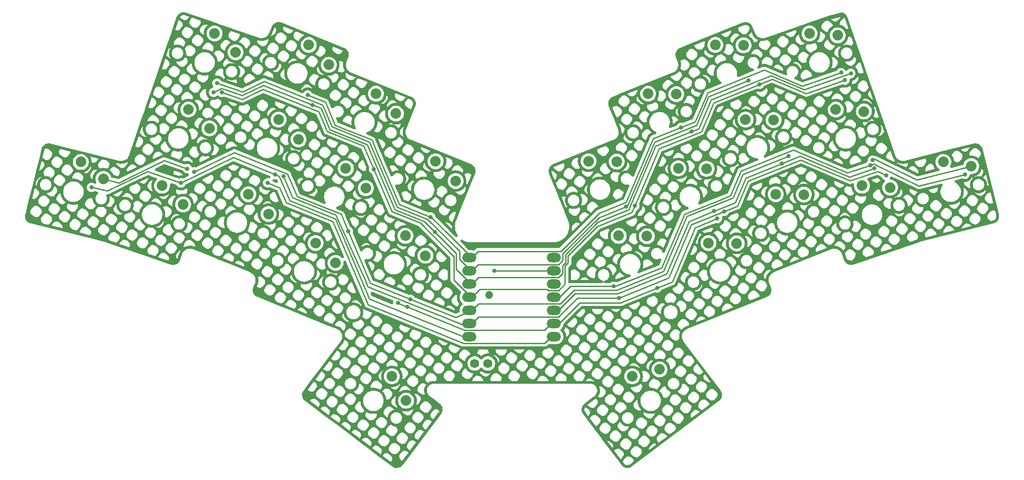
<source format=gbr>
%TF.GenerationSoftware,KiCad,Pcbnew,8.0.5*%
%TF.CreationDate,2024-09-08T16:16:33+10:00*%
%TF.ProjectId,akohekohe,616b6f68-656b-46f6-9865-2e6b69636164,0.1*%
%TF.SameCoordinates,Original*%
%TF.FileFunction,Copper,L2,Bot*%
%TF.FilePolarity,Positive*%
%FSLAX46Y46*%
G04 Gerber Fmt 4.6, Leading zero omitted, Abs format (unit mm)*
G04 Created by KiCad (PCBNEW 8.0.5) date 2024-09-08 16:16:33*
%MOMM*%
%LPD*%
G01*
G04 APERTURE LIST*
%TA.AperFunction,ComponentPad*%
%ADD10C,2.032000*%
%TD*%
%TA.AperFunction,ComponentPad*%
%ADD11C,1.752600*%
%TD*%
%TA.AperFunction,ComponentPad*%
%ADD12O,2.750000X1.800000*%
%TD*%
%TA.AperFunction,ComponentPad*%
%ADD13O,1.500000X1.500000*%
%TD*%
%TA.AperFunction,ViaPad*%
%ADD14C,0.800000*%
%TD*%
%TA.AperFunction,Conductor*%
%ADD15C,0.250000*%
%TD*%
G04 APERTURE END LIST*
D10*
%TO.P,S24,1*%
%TO.N,P1*%
X181138796Y-100067542D03*
%TO.P,S24,*%
%TO.N,*%
X175716205Y-99993493D03*
%TD*%
%TO.P,S14,1*%
%TO.N,P5*%
X233726965Y-105065333D03*
%TO.P,S14,*%
%TO.N,*%
X228315682Y-104707589D03*
%TD*%
%TO.P,S8,1*%
%TO.N,P4*%
X127076217Y-119564244D03*
%TO.P,S8,*%
%TO.N,*%
X123226970Y-115744129D03*
%TD*%
%TO.P,S13,1*%
%TO.N,P3*%
X249309234Y-100963734D03*
%TO.P,S13,*%
%TO.N,*%
X243949722Y-100135727D03*
%TD*%
%TO.P,S19,1*%
%TO.N,P1*%
X205526706Y-77676226D03*
%TO.P,S19,*%
%TO.N,*%
X200104115Y-77602177D03*
%TD*%
%TO.P,S21,1*%
%TO.N,P2*%
X198413358Y-101446813D03*
%TO.P,S21,*%
%TO.N,*%
X192990767Y-101372764D03*
%TD*%
%TO.P,S22,1*%
%TO.N,P0*%
X192606952Y-87075469D03*
%TO.P,S22,*%
%TO.N,*%
X187184361Y-87001420D03*
%TD*%
%TO.P,S12,1*%
%TO.N,P0*%
X150157172Y-103813603D03*
%TO.P,S12,*%
%TO.N,*%
X146307925Y-99993488D03*
%TD*%
%TO.P,S2,1*%
%TO.N,P4*%
X97752386Y-108321022D03*
%TO.P,S2,*%
%TO.N,*%
X93708485Y-104707596D03*
%TD*%
%TO.P,S7,1*%
%TO.N,P0*%
X125769277Y-81422282D03*
%TO.P,S7,*%
%TO.N,*%
X121920030Y-77602167D03*
%TD*%
%TO.P,S26,1*%
%TO.N,P5*%
X189379743Y-140095508D03*
%TO.P,S26,*%
%TO.N,*%
X184122755Y-141427450D03*
%TD*%
D11*
%TO.P,D9,2*%
%TO.N,N/C*%
X156364984Y-138943549D03*
%TO.P,D9,1*%
X153824984Y-138943549D03*
%TD*%
D10*
%TO.P,S5,1*%
%TO.N,P5*%
X114156492Y-110164992D03*
%TO.P,S5,*%
%TO.N,*%
X110307245Y-106344877D03*
%TD*%
%TO.P,S17,1*%
%TO.N,P4*%
X217139512Y-106418917D03*
%TO.P,S17,*%
%TO.N,*%
X211716921Y-106344868D03*
%TD*%
D12*
%TO.P,U1,14,5V*%
%TO.N,VUSB*%
X169006505Y-118567203D03*
%TO.P,U1,13,GND*%
%TO.N,GND*%
X169006485Y-121107183D03*
%TO.P,U1,12,3V3*%
%TO.N,VCC*%
X169006469Y-123647189D03*
%TO.P,U1,11,A6_MOSI*%
%TO.N,P10*%
X169006484Y-126187203D03*
%TO.P,U1,10,A5_MISO*%
%TO.N,P9*%
X169006493Y-128727169D03*
%TO.P,U1,9,A7_SCK*%
%TO.N,P8*%
X169006505Y-131267173D03*
%TO.P,U1,8,B9_RX*%
%TO.N,P7*%
X169006466Y-133807196D03*
%TO.P,U1,7,B8_TX*%
%TO.N,P6*%
X152816473Y-133807157D03*
%TO.P,U1,6,A9_SCL*%
%TO.N,P5*%
X152816493Y-131267177D03*
%TO.P,U1,5,A8_SDA*%
%TO.N,P4*%
X152816509Y-128727171D03*
%TO.P,U1,4,A11*%
%TO.N,P3*%
X152816494Y-126187157D03*
%TO.P,U1,3,A10*%
%TO.N,P2*%
X152816485Y-123647191D03*
%TO.P,U1,2,A4*%
%TO.N,P1*%
X152816473Y-121107187D03*
%TO.P,U1,1,A2*%
%TO.N,P0*%
X152816512Y-118567164D03*
%TD*%
D10*
%TO.P,S16,1*%
%TO.N,P0*%
X223634354Y-75754266D03*
%TO.P,S16,*%
%TO.N,*%
X218223071Y-75396522D03*
%TD*%
%TO.P,S25,1*%
%TO.N,P4*%
X140630761Y-146113654D03*
%TO.P,S25,*%
%TO.N,*%
X137901404Y-141427446D03*
%TD*%
%TO.P,S3,1*%
%TO.N,P3*%
X102798687Y-93665484D03*
%TO.P,S3,*%
%TO.N,*%
X98754786Y-90052058D03*
%TD*%
%TO.P,S15,1*%
%TO.N,P2*%
X228680658Y-90409795D03*
%TO.P,S15,*%
%TO.N,*%
X223269375Y-90052051D03*
%TD*%
%TO.P,S20,1*%
%TO.N,P5*%
X204219756Y-115818157D03*
%TO.P,S20,*%
%TO.N,*%
X198797165Y-115744108D03*
%TD*%
%TO.P,S18,1*%
%TO.N,P3*%
X211333120Y-92047584D03*
%TO.P,S18,*%
%TO.N,*%
X205910529Y-91973535D03*
%TD*%
%TO.P,S9,1*%
%TO.N,P3*%
X132882631Y-105192881D03*
%TO.P,S9,*%
%TO.N,*%
X129033384Y-101372766D03*
%TD*%
D13*
%TO.P,,B+*%
%TO.N,N/C*%
X156570499Y-125766147D03*
%TD*%
D10*
%TO.P,S6,1*%
%TO.N,P2*%
X119962869Y-95793631D03*
%TO.P,S6,*%
%TO.N,*%
X116113622Y-91973516D03*
%TD*%
%TO.P,S23,1*%
%TO.N,P3*%
X186945197Y-114438889D03*
%TO.P,S23,*%
%TO.N,*%
X181522606Y-114364840D03*
%TD*%
%TO.P,S10,1*%
%TO.N,P1*%
X138689027Y-90821517D03*
%TO.P,S10,*%
%TO.N,*%
X134839780Y-87001402D03*
%TD*%
%TO.P,S1,1*%
%TO.N,P2*%
X82417874Y-103382936D03*
%TO.P,S1,*%
%TO.N,*%
X78074433Y-100135711D03*
%TD*%
%TO.P,S11,1*%
%TO.N,P2*%
X144350780Y-118184962D03*
%TO.P,S11,*%
%TO.N,*%
X140501533Y-114364847D03*
%TD*%
%TO.P,S4,1*%
%TO.N,P1*%
X107844990Y-79009940D03*
%TO.P,S4,*%
%TO.N,*%
X103801089Y-75396514D03*
%TD*%
D14*
%TO.N,P4*%
X141429478Y-126584388D03*
%TO.N,P10*%
X248092095Y-102535196D03*
%TO.N,P5*%
X232930590Y-102706003D03*
%TO.N,P3*%
X230350202Y-99787066D03*
%TO.N,P9*%
X230668855Y-101369541D03*
%TO.N,P10*%
X229876056Y-100745985D03*
%TO.N,P5*%
X201794282Y-109646600D03*
X181539345Y-126317219D03*
%TO.N,P10*%
X180551583Y-124098219D03*
%TO.N,P8*%
X140860890Y-128058744D03*
%TO.N,P6*%
X80133884Y-105031287D03*
%TO.N,P2*%
X98544167Y-101416083D03*
%TO.N,P6*%
X97346738Y-104178954D03*
%TO.N,P4*%
X99885927Y-102045771D03*
%TO.N,P8*%
X139056336Y-127244671D03*
%TO.N,P7*%
X114006995Y-104154691D03*
%TO.N,P6*%
X115440101Y-102549681D03*
%TO.N,P5*%
X117061288Y-102935044D03*
%TO.N,P4*%
X129522141Y-113470092D03*
%TO.N,P2*%
X195548248Y-94277450D03*
X226151963Y-83065930D03*
X103604836Y-86718806D03*
X146167989Y-113687195D03*
X122631723Y-89188011D03*
%TO.N,P4*%
X214156814Y-99040712D03*
%TO.N,P3*%
X208572040Y-85169623D03*
X225037386Y-84357575D03*
X184605582Y-108604008D03*
X134380870Y-101511262D03*
X105185309Y-86734208D03*
%TO.N,P1*%
X104260646Y-84947679D03*
X206450732Y-84450557D03*
X182890940Y-108743595D03*
%TO.N,P0*%
X121693413Y-87231242D03*
X145339396Y-110728674D03*
X193521308Y-93462055D03*
X224288386Y-82950441D03*
%TO.N,P8*%
X188916275Y-124386796D03*
X200471113Y-111051021D03*
%TO.N,P9*%
X199883452Y-109596559D03*
X212876870Y-100430942D03*
%TO.N,GND*%
X157583452Y-121092020D03*
%TD*%
D15*
%TO.N,P4*%
X117996399Y-102875916D02*
X119656969Y-106787968D01*
X99885927Y-102045771D02*
X107533415Y-98315843D01*
X117996399Y-102875916D02*
X117819641Y-102459502D01*
X117819641Y-102459502D02*
X107548193Y-98309569D01*
X107548193Y-98309569D02*
X107533415Y-98315843D01*
X133265049Y-122287821D02*
X133762366Y-123459429D01*
X133762366Y-123459429D02*
X150126105Y-130070815D01*
X150126105Y-130070815D02*
X153291514Y-128727171D01*
%TO.N,P5*%
X150765250Y-131193440D02*
X152148546Y-131752331D01*
X152148546Y-131752331D02*
X153291494Y-131267182D01*
X150765250Y-131193440D02*
X150767146Y-131192639D01*
X133254574Y-124118668D02*
X150765250Y-131193440D01*
X132769433Y-122975735D02*
X133254574Y-124118668D01*
X127153232Y-110355921D02*
X120535923Y-107682340D01*
X127249107Y-110576877D02*
X127246590Y-110575858D01*
X127246590Y-110575858D02*
X127153232Y-110355921D01*
%TO.N,P4*%
X129522141Y-113470092D02*
X129522143Y-113470091D01*
X129522143Y-113470091D02*
X128140692Y-110215600D01*
X133265049Y-122287821D02*
X129522141Y-113470092D01*
X153291514Y-128727171D02*
X151297717Y-129573491D01*
%TO.N,P10*%
X230560791Y-100510205D02*
X239244990Y-104745769D01*
X248092095Y-102535196D02*
X239248337Y-104740194D01*
X239248337Y-104740194D02*
X239244990Y-104745769D01*
%TO.N,P3*%
X230800163Y-99632125D02*
X238846002Y-103556339D01*
X249309232Y-100963734D02*
X238865017Y-103567778D01*
X238865017Y-103567778D02*
X238846002Y-103556339D01*
%TO.N,P9*%
X225753916Y-103061884D02*
X225731684Y-103006855D01*
X225731684Y-103006855D02*
X216353816Y-99026194D01*
%TO.N,P5*%
X231340238Y-101930336D02*
X232930590Y-102706003D01*
X226047550Y-103752757D02*
X231340238Y-101930336D01*
X220553013Y-101420456D02*
X226047550Y-103752757D01*
%TO.N,P3*%
X230350202Y-99787066D02*
X230800163Y-99632125D01*
%TO.N,P10*%
X229876056Y-100745985D02*
X230560791Y-100510205D01*
%TO.N,P9*%
X230668855Y-101369541D02*
X225753916Y-103061884D01*
%TO.N,P10*%
X229876056Y-100745985D02*
X225499718Y-102252876D01*
X229896296Y-100739016D02*
X229876056Y-100745985D01*
X225499718Y-102252876D02*
X225088081Y-102052097D01*
%TO.N,P5*%
X220545516Y-101423486D02*
X220553013Y-101420456D01*
%TO.N,P10*%
X220107266Y-99937873D02*
X225088081Y-102052097D01*
%TO.N,P5*%
X201794282Y-109646600D02*
X195458174Y-112206561D01*
X181539345Y-126317219D02*
X181457741Y-126350187D01*
%TO.N,P10*%
X180551583Y-124098219D02*
X180868387Y-124098227D01*
%TO.N,P6*%
X133548381Y-126484228D02*
X133130936Y-125500790D01*
X133548381Y-126484228D02*
X152502354Y-134142121D01*
X152502354Y-134142121D02*
X153291470Y-133807158D01*
X133213412Y-125695090D02*
X133130936Y-125500790D01*
X133130936Y-125500790D02*
X132937534Y-125045170D01*
X132937534Y-125045170D02*
X127023408Y-111112377D01*
X153291470Y-133807158D02*
X153224121Y-133835754D01*
%TO.N,P8*%
X140860890Y-128058744D02*
X151834093Y-132492204D01*
%TO.N,P2*%
X94100239Y-99885916D02*
X85394236Y-104132115D01*
X82417868Y-103382931D02*
X85389227Y-104123785D01*
X85389227Y-104123785D02*
X85394236Y-104132115D01*
%TO.N,P6*%
X83205847Y-105723735D02*
X80199378Y-104974132D01*
X90914261Y-101964080D02*
X83205847Y-105723735D01*
X97346738Y-104178954D02*
X90914261Y-101964080D01*
%TO.N,P2*%
X98544167Y-101416083D02*
X94100239Y-99885916D01*
%TO.N,P6*%
X107371282Y-99289671D02*
X97346738Y-104178954D01*
%TO.N,P4*%
X153150861Y-128786870D02*
X153291512Y-128727160D01*
X119656969Y-106787968D02*
X128140692Y-110215600D01*
%TO.N,P8*%
X173622213Y-127702982D02*
X174072216Y-127252978D01*
X170051868Y-131267208D02*
X171918462Y-129400612D01*
X167306560Y-132492229D02*
X168531543Y-131267206D01*
X151834093Y-132492204D02*
X167306560Y-132492229D01*
X139099871Y-127347258D02*
X140860890Y-128058744D01*
X171924593Y-129400604D02*
X173622213Y-127702982D01*
X171918462Y-129400612D02*
X171924593Y-129400604D01*
X139056336Y-127244671D02*
X139099871Y-127347258D01*
X168531543Y-131267206D02*
X170051868Y-131267208D01*
X174072216Y-127252978D02*
X181822222Y-127252968D01*
X181822222Y-127252968D02*
X188916275Y-124386796D01*
%TO.N,P7*%
X168531485Y-133807211D02*
X167306552Y-135032182D01*
X167306552Y-135032182D02*
X151714015Y-135032188D01*
X126501750Y-111602650D02*
X117554443Y-107987707D01*
X117554443Y-107987707D02*
X116324956Y-105091217D01*
X151714015Y-135032188D02*
X133286766Y-127587113D01*
X133286766Y-127587113D02*
X126501750Y-111602650D01*
X116324956Y-105091217D02*
X114006995Y-104154691D01*
%TO.N,P6*%
X115440101Y-102549681D02*
X107371282Y-99289671D01*
X127023408Y-111112377D02*
X118238060Y-107562856D01*
X118238060Y-107562856D02*
X116248786Y-102876404D01*
X116248786Y-102876404D02*
X115440101Y-102549681D01*
%TO.N,P5*%
X118774280Y-106970604D02*
X117061288Y-102935044D01*
X120535923Y-107682340D02*
X118774280Y-106970604D01*
X132769433Y-122975735D02*
X127249107Y-110576877D01*
%TO.N,P2*%
X196892660Y-93734276D02*
X195548248Y-94277450D01*
X170706522Y-120044421D02*
X171290314Y-119460621D01*
X170706492Y-121614629D02*
X170706522Y-120044421D01*
X150272016Y-118055594D02*
X150272010Y-117728796D01*
X195548248Y-94277450D02*
X188633119Y-97071339D01*
X171290314Y-119460621D02*
X171290313Y-117936811D01*
X217156191Y-86173008D02*
X226146337Y-83077462D01*
X105137403Y-85950938D02*
X104677219Y-86175390D01*
X153149104Y-123647195D02*
X150272015Y-120770109D01*
X124323194Y-89977546D02*
X124240304Y-89782272D01*
X169988923Y-122332211D02*
X170706492Y-121614629D01*
X171290313Y-117936811D02*
X177490311Y-111736809D01*
X153291514Y-123647206D02*
X153149104Y-123647195D01*
X226146337Y-83077462D02*
X226151963Y-83065930D01*
X154606542Y-122332185D02*
X169988923Y-122332211D01*
X153291488Y-123647230D02*
X152961491Y-123647206D01*
X144161295Y-111618061D02*
X138489715Y-109326629D01*
X153149084Y-123647199D02*
X153291502Y-123647204D01*
X109103665Y-87316637D02*
X105137403Y-85950938D01*
X153291496Y-123647247D02*
X153149125Y-123647226D01*
X125980914Y-93882921D02*
X124323194Y-89977546D01*
X133166604Y-96786119D02*
X125980914Y-93882921D01*
X150272015Y-120770109D02*
X150272016Y-118055594D01*
X153291514Y-123647231D02*
X154606542Y-122332185D01*
X122631723Y-89188011D02*
X113134225Y-85350787D01*
X217038878Y-86115792D02*
X210809337Y-83471529D01*
X210809337Y-83471529D02*
X199269954Y-88133735D01*
X105137403Y-85950938D02*
X103740382Y-86632305D01*
X153149092Y-123647194D02*
X153291489Y-123647224D01*
X150272010Y-117728796D02*
X144161295Y-111618061D01*
X113134225Y-85350787D02*
X109103665Y-87316637D01*
X188633119Y-97071339D02*
X183425966Y-109338649D01*
X122698882Y-89159522D02*
X122631723Y-89188011D01*
X217038878Y-86115792D02*
X217156191Y-86173008D01*
X183425966Y-109338649D02*
X177490311Y-111736809D01*
X124240304Y-89782272D02*
X122698882Y-89159522D01*
X199269954Y-88133735D02*
X196892660Y-93734276D01*
X138489715Y-109326629D02*
X133166604Y-96786119D01*
%TO.N,P6*%
X153291503Y-133807197D02*
X151916030Y-133807176D01*
%TO.N,P4*%
X194615215Y-110603044D02*
X203516164Y-107006824D01*
X172923924Y-124841013D02*
X181123910Y-124841011D01*
X154606489Y-127412209D02*
X170345902Y-127412200D01*
X190113205Y-121209098D02*
X194615215Y-110603044D01*
X170789731Y-126968382D02*
X170572474Y-127185625D01*
X170572474Y-127185625D02*
X170723531Y-127034564D01*
X153291536Y-128727205D02*
X154606489Y-127412209D01*
X203516164Y-107006824D02*
X205229159Y-102971277D01*
X153291508Y-128727177D02*
X152712079Y-129306601D01*
X170723531Y-127034564D02*
X170730358Y-127034562D01*
X170730358Y-127034562D02*
X172923924Y-124841013D01*
X152760651Y-129258115D02*
X153291511Y-128727202D01*
X205229159Y-102971277D02*
X205394928Y-102580749D01*
X205394928Y-102580749D02*
X214156814Y-99040712D01*
X181123910Y-124841011D02*
X190113205Y-121209098D01*
X170345902Y-127412200D02*
X170572474Y-127185625D01*
%TO.N,P3*%
X171789686Y-119597666D02*
X171789679Y-118199723D01*
X149798816Y-122836897D02*
X153149054Y-126187157D01*
X137848625Y-109680738D02*
X143364958Y-111909485D01*
X171789679Y-118199723D02*
X177439682Y-112549732D01*
X149755885Y-118300405D02*
X149798827Y-118300401D01*
X199763800Y-88728403D02*
X208572040Y-85169623D01*
X134380870Y-101511262D02*
X137848625Y-109680738D01*
X197392790Y-94314127D02*
X199763800Y-88728403D01*
X185462077Y-106586259D02*
X189279932Y-97591948D01*
X184067371Y-109871971D02*
X184605582Y-108604008D01*
X143364958Y-111909485D02*
X149755885Y-118300405D01*
X167789145Y-124637294D02*
X168024098Y-124872245D01*
X113116224Y-86125445D02*
X123853278Y-90463507D01*
X123853278Y-90463507D02*
X125455525Y-94238151D01*
X184605582Y-108604008D02*
X185462077Y-106586259D01*
X109102567Y-88083052D02*
X113116224Y-86125445D01*
X189279932Y-97591948D02*
X197392790Y-94314127D01*
X171188168Y-120199186D02*
X171789686Y-119597666D01*
X132502118Y-97085147D02*
X134380870Y-101511262D01*
X153149054Y-126187157D02*
X153291513Y-126187182D01*
X171188153Y-123672974D02*
X171188168Y-120199186D01*
X169988875Y-124872241D02*
X171188153Y-123672974D01*
X105185309Y-86734208D02*
X109102567Y-88083052D01*
X154606487Y-124872198D02*
X154841471Y-124637268D01*
X153149048Y-126187196D02*
X153291530Y-126187180D01*
X168024098Y-124872245D02*
X169988875Y-124872241D01*
X153291545Y-126187210D02*
X153149073Y-126187167D01*
X225037386Y-84357575D02*
X217538040Y-86939806D01*
X177439682Y-112549732D02*
X184067371Y-109871971D01*
X154606487Y-124872198D02*
X153291556Y-126187180D01*
X217538040Y-86939806D02*
X211029082Y-84176926D01*
X211029082Y-84176926D02*
X208572040Y-85169623D01*
X125455525Y-94238151D02*
X132502118Y-97085147D01*
X154841471Y-124637268D02*
X167789145Y-124637294D01*
X149798827Y-118300401D02*
X149798816Y-122836897D01*
%TO.N,P1*%
X144783534Y-111198126D02*
X138907854Y-108824199D01*
X206450732Y-84450557D02*
X198787127Y-87546864D01*
X154516517Y-119882213D02*
X169968244Y-119882198D01*
X109177417Y-86640645D02*
X104307927Y-84963948D01*
X126390669Y-93360720D02*
X124623211Y-89196893D01*
X124623211Y-89196893D02*
X113308878Y-84625602D01*
X153149128Y-121107174D02*
X150904952Y-118863015D01*
X153291503Y-121107184D02*
X153149139Y-121107198D01*
X198613289Y-87956348D02*
X196445934Y-93062364D01*
X150904946Y-117319556D02*
X144783534Y-111198126D01*
X153149136Y-121107189D02*
X153291471Y-121107181D01*
X183170544Y-108630615D02*
X182890940Y-108743595D01*
X153291490Y-121107178D02*
X153149128Y-121107174D01*
X188398795Y-96313612D02*
X183170544Y-108630615D01*
X198787127Y-87546864D02*
X197964010Y-89485967D01*
X150904952Y-118863015D02*
X150904946Y-117319556D01*
X169968244Y-119882198D02*
X170759168Y-119091297D01*
X196445934Y-93062364D02*
X188398795Y-96313612D01*
X138907854Y-108824199D02*
X133576333Y-96263923D01*
X170759160Y-117816958D02*
X177759164Y-110816952D01*
X170759168Y-119091297D02*
X170759160Y-117816958D01*
X177759164Y-110816952D02*
X182890940Y-108743595D01*
X133576333Y-96263923D02*
X126390669Y-93360720D01*
X153291544Y-121107172D02*
X154516517Y-119882213D01*
X198613296Y-87956345D02*
X198613289Y-87956348D01*
X113308878Y-84625602D02*
X109177417Y-86640645D01*
%TO.N,P5*%
X215323357Y-100243842D02*
X215299933Y-100233905D01*
X216551621Y-99728184D02*
X219373909Y-100926164D01*
X169647836Y-129952159D02*
X154606543Y-129952229D01*
X215038457Y-100339532D02*
X216551621Y-99728184D01*
X179507744Y-126350180D02*
X173590959Y-126350173D01*
X204359129Y-108610329D02*
X201794282Y-109646600D01*
X171533463Y-128407674D02*
X169988922Y-129952182D01*
X219373909Y-100926164D02*
X220545516Y-101423486D01*
X206385968Y-103835364D02*
X204359129Y-108610329D01*
X191109866Y-122450469D02*
X181539345Y-126317219D01*
X215299933Y-100233905D02*
X215038457Y-100339532D01*
X154606543Y-129952229D02*
X153291510Y-131267211D01*
X215038457Y-100339532D02*
X206385968Y-103835364D01*
X169988922Y-129952182D02*
X169647836Y-129952159D01*
X173590959Y-126350173D02*
X171533463Y-128407674D01*
X195458174Y-112206561D02*
X191109866Y-122450469D01*
X181457741Y-126350187D02*
X179507744Y-126350180D01*
%TO.N,P0*%
X182950973Y-107867901D02*
X177725514Y-109979129D01*
X166880966Y-117342212D02*
X166880955Y-117342246D01*
X148575933Y-113851555D02*
X145453041Y-110728704D01*
X135209773Y-98624130D02*
X134049354Y-95890372D01*
X224288386Y-82950441D02*
X216827509Y-85519407D01*
X170362434Y-117342211D02*
X166880966Y-117342212D01*
X154516464Y-117342216D02*
X153291552Y-118567204D01*
X125124003Y-88617300D02*
X121693413Y-87231242D01*
X209546305Y-82404234D02*
X198604699Y-86824922D01*
X187701576Y-96676200D02*
X182950973Y-107867901D01*
X166880955Y-117342246D02*
X154516464Y-117342216D01*
X198604699Y-86824922D02*
X198383934Y-87345077D01*
X153291529Y-118567167D02*
X148575933Y-113851555D01*
X134049354Y-95890372D02*
X127002769Y-93043377D01*
X139314619Y-108294519D02*
X135209773Y-98624130D01*
X145339396Y-110728674D02*
X139314619Y-108294519D01*
X153291512Y-118567213D02*
X153291550Y-118552498D01*
X127002769Y-93043377D02*
X125124003Y-88617300D01*
X188143653Y-95634765D02*
X187701576Y-96676200D01*
X193428598Y-93499504D02*
X188143653Y-95634765D01*
X216440316Y-85330568D02*
X209546305Y-82404234D01*
X145453041Y-110728704D02*
X145339396Y-110728674D01*
X177725514Y-109979129D02*
X170362434Y-117342211D01*
X198383934Y-87345077D02*
X196256483Y-92356958D01*
X216827509Y-85519407D02*
X216440316Y-85330568D01*
X196256483Y-92356958D02*
X193428598Y-93499504D01*
%TO.N,P8*%
X168531535Y-131267218D02*
X168969249Y-131267207D01*
X188916275Y-124386796D02*
X191803360Y-123220339D01*
X196243971Y-112758912D02*
X196161078Y-112954177D01*
X200471113Y-111051021D02*
X196243971Y-112758912D01*
X191803360Y-123220339D02*
X191961492Y-122847789D01*
X191961492Y-122847789D02*
X196161078Y-112954177D01*
X168531526Y-131267226D02*
X169832517Y-131267204D01*
X168531490Y-131267198D02*
X168545065Y-131272872D01*
%TO.N,P10*%
X191967766Y-115340317D02*
X194150451Y-110198252D01*
X170129423Y-126187209D02*
X171018384Y-125298216D01*
X180868387Y-124098227D02*
X189778303Y-120498386D01*
X194150451Y-110198252D02*
X200594393Y-107594714D01*
X205021968Y-101869217D02*
X215081929Y-97804743D01*
X200594393Y-107594714D02*
X201011614Y-107426153D01*
X172318392Y-124098239D02*
X180551583Y-124098219D01*
X171018384Y-125298216D02*
X172218381Y-124098226D01*
X215081929Y-97804743D02*
X220107266Y-99937873D01*
X189778303Y-120498386D02*
X191967766Y-115340317D01*
X168531489Y-126187207D02*
X170129423Y-126187209D01*
X200594393Y-107594714D02*
X203005064Y-106620747D01*
X203005064Y-106620747D02*
X205021968Y-101869217D01*
X172218381Y-124098226D02*
X172318392Y-124098239D01*
%TO.N,P9*%
X199883452Y-109596559D02*
X199872821Y-109621571D01*
X203906085Y-107992024D02*
X205922990Y-103240496D01*
X216353816Y-99026194D02*
X220118007Y-100623980D01*
X205922990Y-103240496D02*
X212876870Y-100430942D01*
X173103039Y-125510698D02*
X170874157Y-127739563D01*
X199883452Y-109596559D02*
X199908462Y-109607180D01*
X199908462Y-109607180D02*
X203906085Y-107992024D01*
X181313114Y-125510703D02*
X173103039Y-125510698D01*
X199872821Y-109621571D02*
X195005116Y-111588251D01*
X169886519Y-128727173D02*
X168531530Y-128727201D01*
X195005116Y-111588251D02*
X190706312Y-121715606D01*
X190706312Y-121715606D02*
X181313114Y-125510703D01*
X168531556Y-128727192D02*
X169901495Y-128727161D01*
X170874157Y-127739563D02*
X169886519Y-128727173D01*
X212876870Y-100430942D02*
X216353816Y-99026194D01*
%TO.N,GND*%
X168516331Y-121092019D02*
X168531507Y-121107199D01*
X157583452Y-121092020D02*
X168516331Y-121092019D01*
%TD*%
%TA.AperFunction,NonConductor*%
G36*
X94239615Y-100603909D02*
G01*
X97629609Y-101771177D01*
X97713535Y-101820121D01*
X97764182Y-101882109D01*
X97803592Y-101950368D01*
X97805127Y-101953027D01*
X97928172Y-102089682D01*
X97932915Y-102094950D01*
X97953524Y-102109923D01*
X98087415Y-102207201D01*
X98127869Y-102225212D01*
X98261873Y-102284875D01*
X98261876Y-102284875D01*
X98261879Y-102284877D01*
X98448680Y-102324583D01*
X98625104Y-102324583D01*
X98720392Y-102343537D01*
X98801174Y-102397513D01*
X98855150Y-102478295D01*
X98874104Y-102573583D01*
X98855150Y-102668871D01*
X98801174Y-102749653D01*
X98734258Y-102797383D01*
X97743613Y-103280551D01*
X97649660Y-103305287D01*
X97582690Y-103300310D01*
X97442226Y-103270454D01*
X97442225Y-103270454D01*
X97251251Y-103270454D01*
X97064453Y-103310159D01*
X97064446Y-103310161D01*
X97025381Y-103327554D01*
X96930621Y-103348995D01*
X96843040Y-103335514D01*
X94084941Y-102385826D01*
X95901954Y-102385826D01*
X95920242Y-102438193D01*
X96918093Y-102781780D01*
X96921256Y-102780844D01*
X96923786Y-102780166D01*
X96936469Y-102777120D01*
X97151359Y-102731443D01*
X97164247Y-102729057D01*
X97166834Y-102728648D01*
X97179687Y-102726957D01*
X97208247Y-102723955D01*
X97221250Y-102722932D01*
X97223865Y-102722795D01*
X97236892Y-102722454D01*
X97456584Y-102722454D01*
X97469611Y-102722795D01*
X97472226Y-102722932D01*
X97485229Y-102723955D01*
X97513789Y-102726957D01*
X97526642Y-102728648D01*
X97529229Y-102729057D01*
X97542116Y-102731443D01*
X97595919Y-102742879D01*
X97773314Y-102656358D01*
X97599191Y-102529851D01*
X97588843Y-102521910D01*
X97586808Y-102520262D01*
X97576898Y-102511798D01*
X97555557Y-102492582D01*
X97546056Y-102483563D01*
X97544205Y-102481711D01*
X97535280Y-102472303D01*
X97388276Y-102309040D01*
X97379813Y-102299132D01*
X97378165Y-102297097D01*
X97370219Y-102286741D01*
X97353340Y-102263507D01*
X97346241Y-102253180D01*
X96056750Y-101809173D01*
X96055799Y-101810434D01*
X95918460Y-102095169D01*
X95901954Y-102385826D01*
X94084941Y-102385826D01*
X92504905Y-101841777D01*
X92420979Y-101792833D01*
X92362171Y-101715498D01*
X92337435Y-101621544D01*
X92350537Y-101525277D01*
X92399481Y-101441351D01*
X92476811Y-101382546D01*
X94049403Y-100615542D01*
X94143351Y-100590808D01*
X94239615Y-100603909D01*
G37*
%TD.AperFunction*%
%TA.AperFunction,NonConductor*%
G36*
X115236688Y-103435240D02*
G01*
X115344614Y-103458181D01*
X115344616Y-103458181D01*
X115535589Y-103458181D01*
X115535593Y-103458180D01*
X115584245Y-103447839D01*
X115681391Y-103446566D01*
X115771630Y-103482567D01*
X115841223Y-103550361D01*
X115865222Y-103594105D01*
X115885409Y-103641662D01*
X115945459Y-103783133D01*
X115952145Y-103798883D01*
X115971930Y-103894002D01*
X115953808Y-103989452D01*
X115900538Y-104070701D01*
X115820231Y-104125381D01*
X115725112Y-104145166D01*
X115629662Y-104127044D01*
X115629661Y-104127043D01*
X115091644Y-103909668D01*
X115010395Y-103856399D01*
X114955716Y-103776091D01*
X114935931Y-103680972D01*
X114954054Y-103585522D01*
X115007323Y-103504273D01*
X115087631Y-103449594D01*
X115182750Y-103429809D01*
X115236688Y-103435240D01*
G37*
%TD.AperFunction*%
%TA.AperFunction,NonConductor*%
G36*
X134135312Y-125157761D02*
G01*
X134135318Y-125157763D01*
X138024987Y-126729292D01*
X138106236Y-126782562D01*
X138160916Y-126862869D01*
X138180701Y-126957988D01*
X138168525Y-127037100D01*
X138162794Y-127054738D01*
X138143276Y-127240448D01*
X138142832Y-127244671D01*
X138143406Y-127250135D01*
X138144802Y-127263414D01*
X138135912Y-127360161D01*
X138090675Y-127446142D01*
X138015978Y-127508267D01*
X137923193Y-127537077D01*
X137826446Y-127528187D01*
X137803889Y-127520310D01*
X134124620Y-126033791D01*
X134043371Y-125980521D01*
X133988691Y-125900214D01*
X133913534Y-125723157D01*
X133826685Y-125518553D01*
X133826679Y-125518535D01*
X133820931Y-125504994D01*
X133812837Y-125485926D01*
X133793051Y-125390811D01*
X133811170Y-125295361D01*
X133864437Y-125214110D01*
X133944743Y-125159429D01*
X134039862Y-125139642D01*
X134135312Y-125157761D01*
G37*
%TD.AperFunction*%
%TA.AperFunction,NonConductor*%
G36*
X97894917Y-71290606D02*
G01*
X98078421Y-71308269D01*
X98116876Y-71315048D01*
X98304614Y-71363591D01*
X98323299Y-71369215D01*
X103337843Y-73095855D01*
X104399286Y-73461338D01*
X104433861Y-73481501D01*
X104480525Y-73489310D01*
X112309080Y-76184888D01*
X112309084Y-76184891D01*
X112332043Y-76192797D01*
X112332389Y-76192915D01*
X112332937Y-76193102D01*
X112346461Y-76197760D01*
X112346462Y-76197759D01*
X112370094Y-76205898D01*
X112370382Y-76205966D01*
X112435261Y-76228253D01*
X112649008Y-76270155D01*
X112866487Y-76282246D01*
X113083561Y-76264296D01*
X113296100Y-76216649D01*
X113500062Y-76140209D01*
X113691565Y-76036431D01*
X113866967Y-75907289D01*
X113929569Y-75846258D01*
X114637352Y-75846258D01*
X114713399Y-75850577D01*
X114988243Y-75754596D01*
X115224092Y-75544092D01*
X115495480Y-75183948D01*
X115632820Y-74899213D01*
X115649326Y-74608556D01*
X115584318Y-74422402D01*
X116973906Y-74422402D01*
X117069886Y-74697246D01*
X117280390Y-74933095D01*
X117640534Y-75204483D01*
X117925269Y-75341823D01*
X118215926Y-75358329D01*
X118490770Y-75262348D01*
X118726619Y-75051844D01*
X118918612Y-74797061D01*
X117036319Y-74036566D01*
X116990411Y-74131745D01*
X116973906Y-74422402D01*
X115584318Y-74422402D01*
X115553346Y-74333712D01*
X115381739Y-74141444D01*
X115368248Y-74160359D01*
X115297362Y-74302539D01*
X115264568Y-74383717D01*
X115264549Y-74383744D01*
X114854078Y-75399681D01*
X114854074Y-75399706D01*
X114814067Y-75498718D01*
X114814068Y-75498719D01*
X114798093Y-75538257D01*
X114797811Y-75538859D01*
X114769514Y-75608753D01*
X114766192Y-75616572D01*
X114765494Y-75618140D01*
X114761861Y-75625936D01*
X114753618Y-75642855D01*
X114749690Y-75650573D01*
X114748885Y-75652089D01*
X114744802Y-75659474D01*
X114637352Y-75846258D01*
X113929569Y-75846258D01*
X114022930Y-75755240D01*
X114156488Y-75583178D01*
X114265100Y-75394374D01*
X114290940Y-75330553D01*
X114291076Y-75330295D01*
X114300346Y-75307352D01*
X114300348Y-75307351D01*
X114305974Y-75293427D01*
X114315164Y-75270682D01*
X114315163Y-75270681D01*
X114343229Y-75201222D01*
X114343237Y-75201196D01*
X114759619Y-74170630D01*
X114759631Y-74170611D01*
X114793659Y-74086384D01*
X114801690Y-74068554D01*
X114805019Y-74061878D01*
X114865928Y-73939708D01*
X114888319Y-73894796D01*
X114908441Y-73861305D01*
X114908449Y-73861294D01*
X115015489Y-73711223D01*
X115040591Y-73681306D01*
X115169811Y-73549807D01*
X115199274Y-73524193D01*
X115347477Y-73414525D01*
X115380587Y-73393835D01*
X115544112Y-73308707D01*
X115580069Y-73293445D01*
X115754884Y-73234950D01*
X115792795Y-73225497D01*
X115974607Y-73195069D01*
X116013511Y-73191663D01*
X116197871Y-73190053D01*
X116236830Y-73192777D01*
X116419146Y-73220023D01*
X116457216Y-73228812D01*
X116642335Y-73287178D01*
X116660713Y-73293776D01*
X128649434Y-78137532D01*
X128649459Y-78137547D01*
X128682366Y-78150842D01*
X128682367Y-78150843D01*
X128696048Y-78156371D01*
X128713845Y-78164387D01*
X128887621Y-78251027D01*
X128921107Y-78271148D01*
X129071184Y-78378195D01*
X129101116Y-78403310D01*
X129232602Y-78532520D01*
X129258226Y-78561999D01*
X129357975Y-78696801D01*
X129367876Y-78710181D01*
X129388581Y-78743316D01*
X129398126Y-78761651D01*
X129473700Y-78906828D01*
X129488967Y-78942796D01*
X129547458Y-79117611D01*
X129556910Y-79155522D01*
X129587332Y-79337322D01*
X129590738Y-79376246D01*
X129592346Y-79560582D01*
X129589619Y-79599562D01*
X129562369Y-79781879D01*
X129553580Y-79819950D01*
X129533393Y-79883971D01*
X129499483Y-79991518D01*
X129495199Y-80005103D01*
X129488592Y-80023503D01*
X129474091Y-80059391D01*
X129474085Y-80059414D01*
X129166700Y-80820286D01*
X129166688Y-80820315D01*
X129122285Y-80930184D01*
X129122285Y-80930186D01*
X129068439Y-81149026D01*
X129068438Y-81149030D01*
X129046289Y-81373297D01*
X129046289Y-81373303D01*
X129046289Y-81373307D01*
X129056286Y-81598456D01*
X129061421Y-81625564D01*
X129098225Y-81819879D01*
X129098230Y-81819896D01*
X129171259Y-82033100D01*
X129273890Y-82233739D01*
X129273894Y-82233746D01*
X129404035Y-82417732D01*
X129404037Y-82417734D01*
X129404040Y-82417738D01*
X129510762Y-82530371D01*
X129556729Y-82578885D01*
X129559050Y-82581334D01*
X129629322Y-82636953D01*
X129735741Y-82721182D01*
X129735767Y-82721202D01*
X129849761Y-82787490D01*
X129930592Y-82834494D01*
X130021145Y-82871072D01*
X130021162Y-82871079D01*
X141559930Y-87533027D01*
X141559941Y-87533033D01*
X141602131Y-87550078D01*
X141602132Y-87550079D01*
X141615798Y-87555600D01*
X141633607Y-87563622D01*
X141807387Y-87650261D01*
X141840875Y-87670382D01*
X141954254Y-87751252D01*
X141990948Y-87777425D01*
X142020881Y-87802541D01*
X142033039Y-87814489D01*
X142152362Y-87931746D01*
X142177996Y-87961235D01*
X142287640Y-88109410D01*
X142308346Y-88142547D01*
X142393462Y-88306056D01*
X142408729Y-88342022D01*
X142446793Y-88455789D01*
X142467218Y-88516836D01*
X142476670Y-88554749D01*
X142507090Y-88736555D01*
X142510495Y-88775482D01*
X142512098Y-88959812D01*
X142509371Y-88998790D01*
X142482118Y-89181100D01*
X142473327Y-89219172D01*
X142414858Y-89404588D01*
X142408254Y-89422979D01*
X142402826Y-89436414D01*
X142402825Y-89436417D01*
X142048737Y-90312812D01*
X140670575Y-93723873D01*
X140670502Y-93723983D01*
X140590406Y-93922285D01*
X140536603Y-94141117D01*
X140536602Y-94141122D01*
X140536602Y-94141124D01*
X140534254Y-94164931D01*
X140514734Y-94362872D01*
X140514485Y-94365393D01*
X140521093Y-94513864D01*
X140524505Y-94590530D01*
X140566457Y-94811941D01*
X140566458Y-94811943D01*
X140566459Y-94811946D01*
X140639494Y-95025140D01*
X140742121Y-95225773D01*
X140777275Y-95275476D01*
X140872255Y-95409763D01*
X140872256Y-95409764D01*
X141027232Y-95573348D01*
X141027235Y-95573351D01*
X141027243Y-95573359D01*
X141173055Y-95688792D01*
X141188074Y-95700682D01*
X141203935Y-95713238D01*
X141398732Y-95826551D01*
X141432629Y-95840249D01*
X141432644Y-95840259D01*
X141466044Y-95853756D01*
X141466074Y-95853771D01*
X141489284Y-95863147D01*
X141489285Y-95863148D01*
X141496437Y-95866037D01*
X141496463Y-95866048D01*
X141575503Y-95897987D01*
X141575606Y-95898023D01*
X153047015Y-100532784D01*
X153047041Y-100532798D01*
X153070258Y-100542176D01*
X153070259Y-100542177D01*
X153083918Y-100547694D01*
X153101732Y-100555717D01*
X153275523Y-100642352D01*
X153309014Y-100662474D01*
X153457009Y-100768026D01*
X153459089Y-100769509D01*
X153489017Y-100794618D01*
X153620511Y-100923827D01*
X153646142Y-100953310D01*
X153755798Y-101101492D01*
X153776505Y-101134629D01*
X153861623Y-101298131D01*
X153876892Y-101334100D01*
X153935386Y-101508915D01*
X153944839Y-101546830D01*
X153975262Y-101728633D01*
X153978668Y-101767560D01*
X153980274Y-101951896D01*
X153977547Y-101990876D01*
X153950296Y-102173182D01*
X153941505Y-102211255D01*
X153883173Y-102396237D01*
X153876569Y-102414630D01*
X151280380Y-108840442D01*
X150297537Y-111273072D01*
X150290812Y-111289716D01*
X150290733Y-111289836D01*
X150188986Y-111541756D01*
X150176898Y-111584534D01*
X150098076Y-111863485D01*
X150043137Y-112189821D01*
X150042574Y-112193165D01*
X150042573Y-112193167D01*
X150023136Y-112526830D01*
X150023130Y-112526925D01*
X150024149Y-112547123D01*
X150039976Y-112860818D01*
X150092914Y-113190929D01*
X150180340Y-113509779D01*
X150181319Y-113513350D01*
X150304149Y-113824291D01*
X150304150Y-113824293D01*
X150304153Y-113824299D01*
X150459956Y-114120087D01*
X150459958Y-114120089D01*
X150505095Y-114187008D01*
X150542666Y-114276605D01*
X150543090Y-114373759D01*
X150506302Y-114463679D01*
X150437904Y-114532677D01*
X150348307Y-114570248D01*
X150251153Y-114570672D01*
X150161233Y-114533884D01*
X150122595Y-114502316D01*
X150001868Y-114381589D01*
X148979767Y-113359484D01*
X148979766Y-113359483D01*
X148973528Y-113353245D01*
X148973511Y-113353229D01*
X147430336Y-111810074D01*
X148205330Y-111810074D01*
X149360458Y-112965187D01*
X149360494Y-112965222D01*
X149503657Y-113108385D01*
X149519430Y-113075683D01*
X149497712Y-112940246D01*
X149496726Y-112933512D01*
X149496548Y-112932168D01*
X149495758Y-112925511D01*
X149494202Y-112910711D01*
X149493582Y-112903928D01*
X149493477Y-112902574D01*
X149493048Y-112895870D01*
X149475451Y-112547109D01*
X149475200Y-112540252D01*
X149475169Y-112538896D01*
X149475106Y-112532251D01*
X149475163Y-112517369D01*
X149475280Y-112510626D01*
X149475322Y-112509268D01*
X149475624Y-112502486D01*
X149480104Y-112425566D01*
X149270032Y-112190200D01*
X148909890Y-111918814D01*
X148625152Y-111781472D01*
X148334496Y-111764967D01*
X148205330Y-111810074D01*
X147430336Y-111810074D01*
X146629851Y-111009600D01*
X148903709Y-111009600D01*
X148999689Y-111284443D01*
X149210193Y-111520293D01*
X149556241Y-111781058D01*
X149558916Y-111765171D01*
X149560101Y-111758664D01*
X149560362Y-111757331D01*
X149561784Y-111750565D01*
X149565048Y-111736045D01*
X149566605Y-111729531D01*
X149566938Y-111728216D01*
X149568701Y-111721633D01*
X149663654Y-111385597D01*
X149665571Y-111379150D01*
X149665975Y-111377855D01*
X149668083Y-111371407D01*
X149672894Y-111357345D01*
X149675183Y-111350941D01*
X149675657Y-111349670D01*
X149678081Y-111343428D01*
X149786423Y-111075177D01*
X149786503Y-111075054D01*
X150279089Y-109855856D01*
X150130292Y-109784085D01*
X149839636Y-109767579D01*
X149564792Y-109863560D01*
X149328942Y-110074064D01*
X149057555Y-110434207D01*
X148920215Y-110718943D01*
X148903709Y-111009600D01*
X146629851Y-111009600D01*
X146303973Y-110683726D01*
X146249996Y-110602945D01*
X146236868Y-110551247D01*
X146235650Y-110551507D01*
X146232938Y-110538751D01*
X146232938Y-110538746D01*
X146173923Y-110357118D01*
X146078436Y-110191730D01*
X145950649Y-110049808D01*
X145950648Y-110049807D01*
X145950647Y-110049806D01*
X145863008Y-109986133D01*
X145796148Y-109937556D01*
X145796144Y-109937554D01*
X145621689Y-109859881D01*
X145621681Y-109859879D01*
X145434883Y-109820174D01*
X145243909Y-109820174D01*
X145057104Y-109859880D01*
X145045216Y-109863743D01*
X144948734Y-109875159D01*
X144875002Y-109857796D01*
X144000460Y-109504460D01*
X146906322Y-109504460D01*
X147002302Y-109779304D01*
X147212806Y-110015154D01*
X147572950Y-110286541D01*
X147857685Y-110423881D01*
X148148342Y-110440387D01*
X148423186Y-110344407D01*
X148659035Y-110133903D01*
X148930423Y-109773759D01*
X149067763Y-109489023D01*
X149084269Y-109198367D01*
X149075243Y-109172523D01*
X149056851Y-109171076D01*
X149047108Y-109170116D01*
X149045157Y-109169885D01*
X149035482Y-109168546D01*
X148842986Y-109138058D01*
X148833373Y-109136342D01*
X148831447Y-109135959D01*
X148821874Y-109133859D01*
X148800939Y-109128832D01*
X148791459Y-109126357D01*
X148789570Y-109125824D01*
X148780243Y-109122994D01*
X148594888Y-109062769D01*
X148585752Y-109059603D01*
X148583909Y-109058924D01*
X148574697Y-109055321D01*
X148554805Y-109047081D01*
X148545897Y-109043186D01*
X148544113Y-109042364D01*
X148535270Y-109038075D01*
X148361617Y-108949594D01*
X148353080Y-108945033D01*
X148351366Y-108944074D01*
X148342830Y-108939073D01*
X148324473Y-108927822D01*
X148316294Y-108922587D01*
X148314662Y-108921497D01*
X148306600Y-108915880D01*
X148148927Y-108801325D01*
X148141084Y-108795386D01*
X148139541Y-108794169D01*
X148132024Y-108787998D01*
X148115653Y-108774015D01*
X148108284Y-108767465D01*
X148106843Y-108766132D01*
X148099860Y-108759416D01*
X147962050Y-108621606D01*
X147955334Y-108614623D01*
X147954001Y-108613182D01*
X147947451Y-108605813D01*
X147933468Y-108589442D01*
X147927297Y-108581925D01*
X147926080Y-108580382D01*
X147920141Y-108572539D01*
X147805586Y-108414866D01*
X147799969Y-108406804D01*
X147798879Y-108405172D01*
X147793644Y-108396993D01*
X147782393Y-108378636D01*
X147777392Y-108370100D01*
X147776433Y-108368386D01*
X147771872Y-108359849D01*
X147740367Y-108298019D01*
X147567404Y-108358420D01*
X147331555Y-108568924D01*
X147060167Y-108929068D01*
X146922827Y-109213803D01*
X146906322Y-109504460D01*
X144000460Y-109504460D01*
X140092798Y-107925670D01*
X141555674Y-107925670D01*
X143461881Y-108695824D01*
X143567849Y-108476131D01*
X143584354Y-108185475D01*
X143519346Y-107999321D01*
X144908934Y-107999321D01*
X145004914Y-108274165D01*
X145215418Y-108510014D01*
X145575562Y-108781402D01*
X145860298Y-108918742D01*
X146150954Y-108935248D01*
X146425798Y-108839267D01*
X146661648Y-108628763D01*
X146933035Y-108268619D01*
X147070375Y-107983884D01*
X147086881Y-107693227D01*
X146997588Y-107437531D01*
X148095857Y-107437531D01*
X148095857Y-107610886D01*
X148095858Y-107610902D01*
X148122974Y-107782108D01*
X148122979Y-107782127D01*
X148175523Y-107943844D01*
X148176549Y-107947000D01*
X148255255Y-108101469D01*
X148299133Y-108161862D01*
X148356992Y-108241498D01*
X148357156Y-108241723D01*
X148479743Y-108364310D01*
X148619997Y-108466211D01*
X148774466Y-108544917D01*
X148939345Y-108598489D01*
X148939356Y-108598490D01*
X148939357Y-108598491D01*
X148986174Y-108605906D01*
X149110575Y-108625609D01*
X149110579Y-108625609D01*
X149283935Y-108625609D01*
X149283939Y-108625609D01*
X149455169Y-108598489D01*
X149620048Y-108544917D01*
X149774517Y-108466211D01*
X149914771Y-108364310D01*
X150037358Y-108241723D01*
X150139259Y-108101469D01*
X150217965Y-107947000D01*
X150271537Y-107782121D01*
X150298657Y-107610891D01*
X150298657Y-107437527D01*
X150277619Y-107304700D01*
X150271539Y-107266309D01*
X150271538Y-107266308D01*
X150271537Y-107266297D01*
X150217965Y-107101418D01*
X150139259Y-106946949D01*
X150046229Y-106818905D01*
X150037361Y-106806699D01*
X150037360Y-106806698D01*
X150037358Y-106806695D01*
X149914771Y-106684108D01*
X149914767Y-106684105D01*
X149914766Y-106684104D01*
X149838418Y-106628634D01*
X149774517Y-106582207D01*
X149620048Y-106503501D01*
X149620037Y-106503497D01*
X149459019Y-106451180D01*
X149455169Y-106449929D01*
X149455164Y-106449928D01*
X149455156Y-106449926D01*
X149283950Y-106422810D01*
X149283941Y-106422809D01*
X149283939Y-106422809D01*
X149110575Y-106422809D01*
X149110572Y-106422809D01*
X149110563Y-106422810D01*
X148939357Y-106449926D01*
X148939346Y-106449928D01*
X148939345Y-106449929D01*
X148939342Y-106449929D01*
X148939338Y-106449931D01*
X148774476Y-106503497D01*
X148774465Y-106503501D01*
X148619998Y-106582206D01*
X148479747Y-106684104D01*
X148357152Y-106806699D01*
X148255254Y-106946950D01*
X148176549Y-107101417D01*
X148176545Y-107101428D01*
X148122979Y-107266290D01*
X148122974Y-107266309D01*
X148095858Y-107437515D01*
X148095857Y-107437531D01*
X146997588Y-107437531D01*
X146990901Y-107418383D01*
X146780397Y-107182534D01*
X146420253Y-106911146D01*
X146219758Y-106814438D01*
X146205187Y-106839678D01*
X146200979Y-106846697D01*
X146200115Y-106848086D01*
X146195719Y-106854903D01*
X146185752Y-106869820D01*
X146181118Y-106876515D01*
X146180165Y-106877845D01*
X146175307Y-106884396D01*
X146007578Y-107102985D01*
X146002450Y-107109444D01*
X146001411Y-107110709D01*
X145996200Y-107116849D01*
X145984371Y-107130337D01*
X145978929Y-107136342D01*
X145977812Y-107137535D01*
X145972118Y-107143420D01*
X145777293Y-107338245D01*
X145771408Y-107343939D01*
X145770215Y-107345056D01*
X145764210Y-107350498D01*
X145750722Y-107362327D01*
X145744582Y-107367538D01*
X145743317Y-107368577D01*
X145736858Y-107373705D01*
X145518269Y-107541434D01*
X145511718Y-107546292D01*
X145510388Y-107547245D01*
X145503693Y-107551879D01*
X145488776Y-107561846D01*
X145481959Y-107566242D01*
X145480570Y-107567106D01*
X145473552Y-107571313D01*
X145234941Y-107709075D01*
X145227902Y-107712989D01*
X145226459Y-107713761D01*
X145219120Y-107717532D01*
X145203030Y-107725466D01*
X145195727Y-107728921D01*
X145194236Y-107729597D01*
X145186705Y-107732863D01*
X144932154Y-107838301D01*
X144924546Y-107841307D01*
X144923015Y-107841883D01*
X144917768Y-107843759D01*
X144908934Y-107999321D01*
X143519346Y-107999321D01*
X143488374Y-107910631D01*
X143478531Y-107899603D01*
X143314265Y-107855589D01*
X143306477Y-107853366D01*
X143304910Y-107852891D01*
X143297092Y-107850379D01*
X143280106Y-107844612D01*
X143272477Y-107841883D01*
X143270946Y-107841307D01*
X143263338Y-107838301D01*
X143008787Y-107732863D01*
X143001256Y-107729597D01*
X142999765Y-107728921D01*
X142992462Y-107725466D01*
X142976372Y-107717532D01*
X142969033Y-107713761D01*
X142967590Y-107712989D01*
X142960551Y-107709075D01*
X142721940Y-107571313D01*
X142714922Y-107567106D01*
X142713533Y-107566242D01*
X142706716Y-107561846D01*
X142691799Y-107551879D01*
X142685104Y-107547245D01*
X142683774Y-107546292D01*
X142677223Y-107541434D01*
X142458634Y-107373705D01*
X142452175Y-107368577D01*
X142450910Y-107367538D01*
X142444770Y-107362327D01*
X142431282Y-107350498D01*
X142425277Y-107345056D01*
X142424084Y-107343939D01*
X142418199Y-107338245D01*
X142332824Y-107252870D01*
X142067490Y-107345529D01*
X141831641Y-107556033D01*
X141560253Y-107916177D01*
X141555674Y-107925670D01*
X140092798Y-107925670D01*
X139890857Y-107844081D01*
X139809608Y-107790812D01*
X139754928Y-107710504D01*
X139118373Y-106210876D01*
X139713697Y-106210876D01*
X140210972Y-107382378D01*
X141045551Y-107719568D01*
X141161735Y-107615871D01*
X141433121Y-107255728D01*
X141570461Y-106970993D01*
X141586967Y-106680336D01*
X141490987Y-106405492D01*
X141280483Y-106169643D01*
X140920339Y-105898255D01*
X140635603Y-105760915D01*
X140344947Y-105744409D01*
X140070103Y-105840389D01*
X139834255Y-106050892D01*
X139713697Y-106210876D01*
X139118373Y-106210876D01*
X138599734Y-104989042D01*
X140914159Y-104989042D01*
X141010140Y-105263886D01*
X141220644Y-105499735D01*
X141580787Y-105771123D01*
X141605052Y-105782827D01*
X141588263Y-105655303D01*
X141587325Y-105647141D01*
X141587165Y-105645512D01*
X141586506Y-105637452D01*
X141585333Y-105619550D01*
X141584936Y-105611489D01*
X141584882Y-105609854D01*
X141584746Y-105601635D01*
X141584746Y-105335079D01*
X142132746Y-105335079D01*
X142132746Y-105592666D01*
X142166101Y-105846026D01*
X142166368Y-105848048D01*
X142209333Y-106008397D01*
X142223758Y-106062233D01*
X142233036Y-106096857D01*
X142265739Y-106175809D01*
X142331607Y-106334829D01*
X142331612Y-106334839D01*
X142460397Y-106557901D01*
X142460408Y-106557919D01*
X142617202Y-106762257D01*
X142617207Y-106762262D01*
X142617211Y-106762267D01*
X142799352Y-106944408D01*
X142799356Y-106944411D01*
X142799360Y-106944415D01*
X143003699Y-107101210D01*
X143003704Y-107101213D01*
X143003708Y-107101216D01*
X143064548Y-107136342D01*
X143226778Y-107230006D01*
X143226781Y-107230007D01*
X143226784Y-107230009D01*
X143464762Y-107328583D01*
X143713571Y-107395251D01*
X143905107Y-107420467D01*
X143968952Y-107428873D01*
X143968953Y-107428873D01*
X144226540Y-107428873D01*
X144277430Y-107422173D01*
X144481921Y-107395251D01*
X144730730Y-107328583D01*
X144968708Y-107230009D01*
X145191784Y-107101216D01*
X145206322Y-107090061D01*
X145396131Y-106944415D01*
X145396133Y-106944413D01*
X145396140Y-106944408D01*
X145578281Y-106762267D01*
X145578284Y-106762262D01*
X145578290Y-106762257D01*
X145735083Y-106557919D01*
X145735085Y-106557916D01*
X145735089Y-106557911D01*
X145828323Y-106396425D01*
X145863880Y-106334839D01*
X145863884Y-106334829D01*
X145907042Y-106230637D01*
X146493941Y-106230637D01*
X146510054Y-106276777D01*
X146720558Y-106512627D01*
X147080702Y-106784014D01*
X147365437Y-106921354D01*
X147653538Y-106937714D01*
X147658697Y-106921839D01*
X147661863Y-106912704D01*
X147662542Y-106910861D01*
X147666145Y-106901649D01*
X147674385Y-106881757D01*
X147678280Y-106872849D01*
X147679102Y-106871065D01*
X147683391Y-106862222D01*
X147771872Y-106688569D01*
X147776433Y-106680032D01*
X147777392Y-106678318D01*
X147782393Y-106669782D01*
X147793644Y-106651425D01*
X147798879Y-106643246D01*
X147799969Y-106641614D01*
X147805586Y-106633552D01*
X147920141Y-106475879D01*
X147926080Y-106468036D01*
X147927297Y-106466493D01*
X147933468Y-106458976D01*
X147947451Y-106442605D01*
X147954001Y-106435236D01*
X147955334Y-106433795D01*
X147962050Y-106426812D01*
X148099860Y-106289002D01*
X148106843Y-106282286D01*
X148108284Y-106280953D01*
X148115653Y-106274403D01*
X148132024Y-106260420D01*
X148139541Y-106254249D01*
X148141084Y-106253032D01*
X148148927Y-106247093D01*
X148306600Y-106132538D01*
X148314662Y-106126921D01*
X148316294Y-106125831D01*
X148324473Y-106120596D01*
X148342830Y-106109345D01*
X148351366Y-106104344D01*
X148353080Y-106103385D01*
X148361617Y-106098824D01*
X148535270Y-106010343D01*
X148544113Y-106006054D01*
X148545897Y-106005232D01*
X148554805Y-106001337D01*
X148571741Y-105994321D01*
X148575515Y-105986496D01*
X148581084Y-105888430D01*
X150105316Y-105888430D01*
X150223085Y-106020379D01*
X150583228Y-106291766D01*
X150867964Y-106429106D01*
X151158621Y-106445612D01*
X151433464Y-106349632D01*
X151669313Y-106139128D01*
X151909540Y-105820335D01*
X152084052Y-105388401D01*
X152094547Y-105203592D01*
X151998567Y-104928748D01*
X151942790Y-104866256D01*
X151855953Y-105007961D01*
X151850651Y-105016242D01*
X151849560Y-105017874D01*
X151844005Y-105025842D01*
X151831351Y-105043260D01*
X151825421Y-105051093D01*
X151824205Y-105052635D01*
X151818027Y-105060161D01*
X151648203Y-105259002D01*
X151641705Y-105266314D01*
X151640372Y-105267756D01*
X151633598Y-105274803D01*
X151618372Y-105290029D01*
X151611325Y-105296803D01*
X151609883Y-105298136D01*
X151602571Y-105304634D01*
X151403730Y-105474458D01*
X151396204Y-105480636D01*
X151394662Y-105481852D01*
X151386829Y-105487782D01*
X151369411Y-105500436D01*
X151361443Y-105505991D01*
X151359811Y-105507082D01*
X151351530Y-105512384D01*
X151128573Y-105649014D01*
X151120148Y-105653952D01*
X151118434Y-105654912D01*
X151109798Y-105659529D01*
X151090615Y-105669303D01*
X151081774Y-105673590D01*
X151079990Y-105674412D01*
X151071077Y-105678309D01*
X150829489Y-105778378D01*
X150820282Y-105781979D01*
X150818439Y-105782658D01*
X150809306Y-105785823D01*
X150788831Y-105792476D01*
X150779468Y-105795317D01*
X150777578Y-105795850D01*
X150768122Y-105798317D01*
X150513856Y-105859362D01*
X150504292Y-105861460D01*
X150502366Y-105861843D01*
X150492751Y-105863560D01*
X150471485Y-105866928D01*
X150461827Y-105868264D01*
X150459877Y-105868495D01*
X150450121Y-105869456D01*
X150189435Y-105889972D01*
X150179664Y-105890548D01*
X150177702Y-105890625D01*
X150167937Y-105890817D01*
X150146407Y-105890817D01*
X150136642Y-105890625D01*
X150134680Y-105890548D01*
X150124909Y-105889972D01*
X150105316Y-105888430D01*
X148581084Y-105888430D01*
X148592020Y-105695840D01*
X148496040Y-105420996D01*
X148285536Y-105185146D01*
X147925392Y-104913759D01*
X147640657Y-104776419D01*
X147350000Y-104759913D01*
X147075156Y-104855893D01*
X146839307Y-105066397D01*
X146610746Y-105369707D01*
X146610746Y-105601635D01*
X146610610Y-105609854D01*
X146610556Y-105611489D01*
X146610159Y-105619550D01*
X146608986Y-105637452D01*
X146608327Y-105645512D01*
X146608167Y-105647141D01*
X146607229Y-105655303D01*
X146571265Y-105928471D01*
X146570085Y-105936436D01*
X146569819Y-105938051D01*
X146568341Y-105946179D01*
X146564840Y-105963773D01*
X146563138Y-105971657D01*
X146562767Y-105973250D01*
X146560773Y-105981217D01*
X146493941Y-106230637D01*
X145907042Y-106230637D01*
X145962456Y-106096857D01*
X146029124Y-105848048D01*
X146062746Y-105592666D01*
X146062746Y-105335080D01*
X146029124Y-105079698D01*
X145962456Y-104830889D01*
X145863882Y-104592911D01*
X145863806Y-104592780D01*
X145768985Y-104428544D01*
X145735089Y-104369835D01*
X145735086Y-104369831D01*
X145735083Y-104369826D01*
X145578288Y-104165487D01*
X145578284Y-104165483D01*
X145578281Y-104165479D01*
X145396140Y-103983338D01*
X145396135Y-103983334D01*
X145396131Y-103983330D01*
X145191792Y-103826535D01*
X145191774Y-103826524D01*
X145169384Y-103813597D01*
X148627958Y-103813597D01*
X148627958Y-103813608D01*
X148646784Y-104052822D01*
X148702803Y-104286156D01*
X148794631Y-104507851D01*
X148903415Y-104685368D01*
X148920012Y-104712452D01*
X149075854Y-104894921D01*
X149258323Y-105050763D01*
X149462923Y-105176143D01*
X149684619Y-105267972D01*
X149917950Y-105323990D01*
X149968839Y-105327995D01*
X150157166Y-105342817D01*
X150157172Y-105342817D01*
X150157178Y-105342817D01*
X150328453Y-105329337D01*
X150396394Y-105323990D01*
X150629725Y-105267972D01*
X150851421Y-105176143D01*
X151056021Y-105050763D01*
X151238490Y-104894921D01*
X151394332Y-104712452D01*
X151519712Y-104507852D01*
X151611541Y-104286156D01*
X151667559Y-104052825D01*
X151675443Y-103952643D01*
X151686386Y-103813608D01*
X151686386Y-103813597D01*
X151669041Y-103593218D01*
X151667559Y-103574381D01*
X151611541Y-103341050D01*
X151519712Y-103119354D01*
X151394332Y-102914754D01*
X151238490Y-102732285D01*
X151072883Y-102590844D01*
X151836362Y-102590844D01*
X151844005Y-102601364D01*
X151849560Y-102609332D01*
X151850651Y-102610964D01*
X151855953Y-102619245D01*
X151992583Y-102842202D01*
X151997521Y-102850627D01*
X151998481Y-102852341D01*
X152003098Y-102860977D01*
X152012872Y-102880160D01*
X152017159Y-102889001D01*
X152017981Y-102890785D01*
X152021878Y-102899698D01*
X152121947Y-103141286D01*
X152125548Y-103150493D01*
X152126227Y-103152336D01*
X152129392Y-103161469D01*
X152136045Y-103181944D01*
X152138886Y-103191307D01*
X152139419Y-103193197D01*
X152141886Y-103202653D01*
X152202931Y-103456919D01*
X152205029Y-103466483D01*
X152205412Y-103468409D01*
X152207129Y-103478024D01*
X152210497Y-103499290D01*
X152211833Y-103508948D01*
X152212064Y-103510898D01*
X152213025Y-103520654D01*
X152233541Y-103781340D01*
X152234117Y-103791111D01*
X152234194Y-103793073D01*
X152234386Y-103802838D01*
X152234386Y-103824368D01*
X152234194Y-103834133D01*
X152234117Y-103836095D01*
X152233541Y-103845866D01*
X152213025Y-104106552D01*
X152212064Y-104116308D01*
X152211833Y-104118258D01*
X152210497Y-104127916D01*
X152207129Y-104149182D01*
X152205412Y-104158797D01*
X152205029Y-104160723D01*
X152202931Y-104170287D01*
X152164340Y-104331024D01*
X152373103Y-104431719D01*
X152468390Y-104437130D01*
X153200324Y-102625522D01*
X152933059Y-102424124D01*
X152648323Y-102286783D01*
X152357666Y-102270278D01*
X152082823Y-102366258D01*
X151846975Y-102576761D01*
X151836362Y-102590844D01*
X151072883Y-102590844D01*
X151056021Y-102576443D01*
X151051354Y-102573583D01*
X150851420Y-102451062D01*
X150629725Y-102359234D01*
X150396391Y-102303215D01*
X150157178Y-102284389D01*
X150157166Y-102284389D01*
X149917952Y-102303215D01*
X149684618Y-102359234D01*
X149462923Y-102451062D01*
X149258322Y-102576443D01*
X149075857Y-102732282D01*
X149075851Y-102732288D01*
X148920012Y-102914753D01*
X148794631Y-103119354D01*
X148702803Y-103341049D01*
X148646784Y-103574383D01*
X148627958Y-103813597D01*
X145169384Y-103813597D01*
X144968713Y-103697739D01*
X144968702Y-103697734D01*
X144831789Y-103641023D01*
X144730730Y-103599163D01*
X144729972Y-103598960D01*
X144646751Y-103576661D01*
X144481921Y-103532495D01*
X144481916Y-103532494D01*
X144481917Y-103532494D01*
X144226540Y-103498873D01*
X144226539Y-103498873D01*
X143968953Y-103498873D01*
X143968952Y-103498873D01*
X143713575Y-103532494D01*
X143713571Y-103532494D01*
X143713571Y-103532495D01*
X143711660Y-103533007D01*
X143464768Y-103599161D01*
X143464762Y-103599163D01*
X143226789Y-103697734D01*
X143226778Y-103697739D01*
X143003717Y-103826524D01*
X143003699Y-103826535D01*
X142799360Y-103983330D01*
X142617203Y-104165487D01*
X142460408Y-104369826D01*
X142460397Y-104369844D01*
X142331612Y-104592905D01*
X142331607Y-104592916D01*
X142233036Y-104830889D01*
X142233034Y-104830895D01*
X142180799Y-105025842D01*
X142167088Y-105077013D01*
X142166367Y-105079702D01*
X142132746Y-105335079D01*
X141584746Y-105335079D01*
X141584746Y-105326111D01*
X141584882Y-105317892D01*
X141584936Y-105316257D01*
X141585333Y-105308196D01*
X141586506Y-105290294D01*
X141587165Y-105282234D01*
X141587325Y-105280605D01*
X141588263Y-105272443D01*
X141624227Y-104999275D01*
X141625407Y-104991310D01*
X141625673Y-104989695D01*
X141627151Y-104981567D01*
X141630652Y-104963973D01*
X141632354Y-104956089D01*
X141632725Y-104954496D01*
X141634719Y-104946529D01*
X141706030Y-104680391D01*
X141708253Y-104672604D01*
X141708728Y-104671037D01*
X141711240Y-104663219D01*
X141717007Y-104646233D01*
X141719736Y-104638604D01*
X141720312Y-104637073D01*
X141723318Y-104629465D01*
X141828756Y-104374914D01*
X141832022Y-104367383D01*
X141832698Y-104365892D01*
X141836153Y-104358589D01*
X141844087Y-104342499D01*
X141847858Y-104335160D01*
X141848630Y-104333717D01*
X141852544Y-104326678D01*
X141990306Y-104088067D01*
X141994513Y-104081049D01*
X141995377Y-104079660D01*
X141999773Y-104072843D01*
X142009740Y-104057926D01*
X142014374Y-104051231D01*
X142015327Y-104049901D01*
X142020185Y-104043350D01*
X142187914Y-103824761D01*
X142193042Y-103818302D01*
X142194081Y-103817037D01*
X142199292Y-103810897D01*
X142211080Y-103797454D01*
X142140742Y-103763527D01*
X141850086Y-103747022D01*
X141575242Y-103843002D01*
X141339393Y-104053506D01*
X141068005Y-104413650D01*
X140930665Y-104698385D01*
X140914159Y-104989042D01*
X138599734Y-104989042D01*
X138532477Y-104830595D01*
X138512692Y-104735476D01*
X138530814Y-104640026D01*
X138584084Y-104558777D01*
X138664391Y-104504097D01*
X138759510Y-104484312D01*
X138800628Y-104487368D01*
X138897343Y-104502686D01*
X138911546Y-104504936D01*
X138911547Y-104504936D01*
X138911553Y-104504937D01*
X138911557Y-104504937D01*
X139084913Y-104504937D01*
X139084917Y-104504937D01*
X139256147Y-104477817D01*
X139421026Y-104424245D01*
X139575495Y-104345539D01*
X139715749Y-104243638D01*
X139838336Y-104121051D01*
X139940237Y-103980797D01*
X140018943Y-103826328D01*
X140072515Y-103661449D01*
X140099635Y-103490219D01*
X140099635Y-103316855D01*
X140088638Y-103247421D01*
X140072517Y-103145635D01*
X140072516Y-103145630D01*
X140072515Y-103145625D01*
X140018943Y-102980746D01*
X139940237Y-102826277D01*
X139838336Y-102686023D01*
X139715749Y-102563436D01*
X139715745Y-102563433D01*
X139715744Y-102563432D01*
X139630430Y-102501448D01*
X139575495Y-102461535D01*
X139421026Y-102382829D01*
X139421015Y-102382825D01*
X139261748Y-102331077D01*
X139256147Y-102329257D01*
X139256142Y-102329256D01*
X139256134Y-102329254D01*
X139084928Y-102302138D01*
X139084919Y-102302137D01*
X139084917Y-102302137D01*
X138911553Y-102302137D01*
X138911550Y-102302137D01*
X138911541Y-102302138D01*
X138740335Y-102329254D01*
X138740324Y-102329256D01*
X138740323Y-102329257D01*
X138740320Y-102329257D01*
X138740316Y-102329259D01*
X138575454Y-102382825D01*
X138575443Y-102382829D01*
X138420976Y-102461534D01*
X138280725Y-102563432D01*
X138158130Y-102686027D01*
X138110724Y-102751277D01*
X138085363Y-102786184D01*
X138078505Y-102795623D01*
X138007162Y-102861572D01*
X137916012Y-102895199D01*
X137818932Y-102891385D01*
X137730701Y-102850711D01*
X137664752Y-102779368D01*
X137647853Y-102746557D01*
X137643076Y-102735304D01*
X137457380Y-102297834D01*
X140225136Y-102297834D01*
X140233442Y-102306140D01*
X140240158Y-102313123D01*
X140241491Y-102314564D01*
X140248041Y-102321933D01*
X140262024Y-102338304D01*
X140268195Y-102345821D01*
X140269412Y-102347364D01*
X140275351Y-102355207D01*
X140389906Y-102512880D01*
X140395523Y-102520942D01*
X140396613Y-102522574D01*
X140401848Y-102530753D01*
X140413099Y-102549110D01*
X140418100Y-102557646D01*
X140419059Y-102559360D01*
X140423620Y-102567897D01*
X140512101Y-102741550D01*
X140516390Y-102750393D01*
X140517212Y-102752177D01*
X140521107Y-102761085D01*
X140529347Y-102780977D01*
X140532950Y-102790189D01*
X140533629Y-102792032D01*
X140536795Y-102801168D01*
X140597020Y-102986523D01*
X140599850Y-102995850D01*
X140600383Y-102997739D01*
X140602858Y-103007219D01*
X140607885Y-103028154D01*
X140609985Y-103037727D01*
X140610368Y-103039653D01*
X140612084Y-103049266D01*
X140642572Y-103241762D01*
X140643911Y-103251437D01*
X140644142Y-103253388D01*
X140645102Y-103263131D01*
X140646791Y-103284594D01*
X140647366Y-103294363D01*
X140647443Y-103296325D01*
X140647635Y-103306090D01*
X140647635Y-103500984D01*
X140647443Y-103510749D01*
X140647366Y-103512711D01*
X140646791Y-103522480D01*
X140645102Y-103543943D01*
X140644142Y-103553686D01*
X140643911Y-103555637D01*
X140642572Y-103565312D01*
X140612084Y-103757808D01*
X140610368Y-103767421D01*
X140609985Y-103769347D01*
X140607885Y-103778920D01*
X140602858Y-103799855D01*
X140600383Y-103809335D01*
X140599850Y-103811224D01*
X140597020Y-103820551D01*
X140536795Y-104005906D01*
X140533629Y-104015042D01*
X140532950Y-104016885D01*
X140529347Y-104026097D01*
X140521107Y-104045989D01*
X140517212Y-104054897D01*
X140516390Y-104056681D01*
X140512101Y-104065524D01*
X140423620Y-104239177D01*
X140419059Y-104247714D01*
X140418100Y-104249428D01*
X140413099Y-104257964D01*
X140401848Y-104276321D01*
X140396613Y-104284500D01*
X140395523Y-104286132D01*
X140389906Y-104294194D01*
X140346167Y-104354394D01*
X140433636Y-104323849D01*
X140669486Y-104113345D01*
X140940873Y-103753201D01*
X141078213Y-103468466D01*
X141094719Y-103177809D01*
X141029711Y-102991655D01*
X142419299Y-102991655D01*
X142515279Y-103266498D01*
X142644575Y-103411362D01*
X142677223Y-103386312D01*
X142683774Y-103381454D01*
X142685104Y-103380501D01*
X142691799Y-103375867D01*
X142706716Y-103365900D01*
X142713533Y-103361504D01*
X142714922Y-103360640D01*
X142721940Y-103356433D01*
X142960551Y-103218671D01*
X142967590Y-103214757D01*
X142969033Y-103213985D01*
X142976372Y-103210214D01*
X142992462Y-103202280D01*
X142999765Y-103198825D01*
X143001256Y-103198149D01*
X143008787Y-103194883D01*
X143263338Y-103089445D01*
X143270946Y-103086439D01*
X143272477Y-103085863D01*
X143280106Y-103083134D01*
X143297092Y-103077367D01*
X143304910Y-103074855D01*
X143306477Y-103074380D01*
X143314264Y-103072157D01*
X143580402Y-103000846D01*
X143588369Y-102998852D01*
X143589962Y-102998481D01*
X143597846Y-102996779D01*
X143615440Y-102993278D01*
X143623568Y-102991800D01*
X143625183Y-102991534D01*
X143633148Y-102990354D01*
X143906316Y-102954390D01*
X143914478Y-102953452D01*
X143916107Y-102953292D01*
X143924167Y-102952633D01*
X143942069Y-102951460D01*
X143950130Y-102951063D01*
X143951765Y-102951009D01*
X143959984Y-102950873D01*
X144235508Y-102950873D01*
X144243727Y-102951009D01*
X144245362Y-102951063D01*
X144253423Y-102951460D01*
X144271325Y-102952633D01*
X144279385Y-102953292D01*
X144281014Y-102953452D01*
X144289176Y-102954390D01*
X144562344Y-102990354D01*
X144570309Y-102991534D01*
X144571924Y-102991800D01*
X144573120Y-102992017D01*
X144580740Y-102976218D01*
X144597246Y-102685561D01*
X144532237Y-102499406D01*
X145921826Y-102499406D01*
X146017806Y-102774250D01*
X146228310Y-103010100D01*
X146588452Y-103281486D01*
X146873190Y-103418828D01*
X147163846Y-103435333D01*
X147438690Y-103339353D01*
X147674539Y-103128849D01*
X147945927Y-102768705D01*
X148083267Y-102483970D01*
X148099772Y-102193313D01*
X148003792Y-101918469D01*
X147961137Y-101870678D01*
X149432103Y-101870678D01*
X149484855Y-101848828D01*
X149494062Y-101845227D01*
X149495905Y-101844548D01*
X149505038Y-101841383D01*
X149525513Y-101834730D01*
X149534876Y-101831889D01*
X149536766Y-101831356D01*
X149546222Y-101828889D01*
X149800488Y-101767844D01*
X149810052Y-101765746D01*
X149811978Y-101765363D01*
X149821593Y-101763646D01*
X149842859Y-101760278D01*
X149852517Y-101758942D01*
X149854467Y-101758711D01*
X149864223Y-101757750D01*
X150124909Y-101737234D01*
X150134680Y-101736658D01*
X150136642Y-101736581D01*
X150146407Y-101736389D01*
X150167937Y-101736389D01*
X150177702Y-101736581D01*
X150179664Y-101736658D01*
X150189435Y-101737234D01*
X150450121Y-101757750D01*
X150459877Y-101758711D01*
X150461827Y-101758942D01*
X150471485Y-101760278D01*
X150492751Y-101763646D01*
X150502366Y-101765363D01*
X150504292Y-101765746D01*
X150513856Y-101767844D01*
X150768122Y-101828889D01*
X150777578Y-101831356D01*
X150779468Y-101831889D01*
X150788831Y-101834730D01*
X150809306Y-101841383D01*
X150818439Y-101844548D01*
X150820282Y-101845227D01*
X150829489Y-101848828D01*
X151071077Y-101948897D01*
X151079990Y-101952794D01*
X151081774Y-101953616D01*
X151090615Y-101957903D01*
X151109798Y-101967677D01*
X151118434Y-101972294D01*
X151120148Y-101973254D01*
X151128573Y-101978192D01*
X151351530Y-102114822D01*
X151359811Y-102120124D01*
X151361443Y-102121215D01*
X151369411Y-102126770D01*
X151386829Y-102139424D01*
X151394662Y-102145354D01*
X151396204Y-102146570D01*
X151403730Y-102152748D01*
X151477665Y-102215894D01*
X151585794Y-101991721D01*
X151602299Y-101701065D01*
X151506319Y-101426221D01*
X151295815Y-101190372D01*
X150935671Y-100918984D01*
X150650936Y-100781644D01*
X150360279Y-100765138D01*
X150085435Y-100861119D01*
X149849586Y-101071623D01*
X149578198Y-101431766D01*
X149440858Y-101716502D01*
X149432103Y-101870678D01*
X147961137Y-101870678D01*
X147793288Y-101682620D01*
X147648830Y-101573763D01*
X147554483Y-101654343D01*
X147546957Y-101660521D01*
X147545415Y-101661737D01*
X147537582Y-101667667D01*
X147520164Y-101680321D01*
X147512196Y-101685876D01*
X147510564Y-101686967D01*
X147502283Y-101692269D01*
X147279326Y-101828899D01*
X147270901Y-101833837D01*
X147269187Y-101834797D01*
X147260551Y-101839414D01*
X147241368Y-101849188D01*
X147232527Y-101853475D01*
X147230743Y-101854297D01*
X147221830Y-101858194D01*
X146980242Y-101958263D01*
X146971035Y-101961864D01*
X146969192Y-101962543D01*
X146960059Y-101965708D01*
X146939584Y-101972361D01*
X146930221Y-101975202D01*
X146928331Y-101975735D01*
X146918875Y-101978202D01*
X146664609Y-102039247D01*
X146655045Y-102041345D01*
X146653119Y-102041728D01*
X146643504Y-102043445D01*
X146622238Y-102046813D01*
X146612580Y-102048149D01*
X146610630Y-102048380D01*
X146600874Y-102049341D01*
X146340188Y-102069857D01*
X146330417Y-102070433D01*
X146328455Y-102070510D01*
X146318690Y-102070702D01*
X146297160Y-102070702D01*
X146287395Y-102070510D01*
X146285433Y-102070433D01*
X146275662Y-102069857D01*
X146015212Y-102049359D01*
X145938331Y-102208750D01*
X145921826Y-102499406D01*
X144532237Y-102499406D01*
X144501265Y-102410717D01*
X144290761Y-102174868D01*
X143930618Y-101903480D01*
X143645882Y-101766140D01*
X143355226Y-101749635D01*
X143080382Y-101845615D01*
X142844532Y-102056119D01*
X142573145Y-102416262D01*
X142435804Y-102700998D01*
X142419299Y-102991655D01*
X141029711Y-102991655D01*
X140998739Y-102902965D01*
X140788235Y-102667116D01*
X140428091Y-102395728D01*
X140225136Y-102297834D01*
X137457380Y-102297834D01*
X136876598Y-100929600D01*
X137471924Y-100929600D01*
X137972865Y-102109739D01*
X138107578Y-102011866D01*
X138115640Y-102006249D01*
X138117272Y-102005159D01*
X138125451Y-101999924D01*
X138143808Y-101988673D01*
X138152344Y-101983672D01*
X138154058Y-101982713D01*
X138162595Y-101978152D01*
X138336248Y-101889671D01*
X138345091Y-101885382D01*
X138346875Y-101884560D01*
X138355783Y-101880665D01*
X138375675Y-101872425D01*
X138384887Y-101868822D01*
X138386730Y-101868143D01*
X138395866Y-101864977D01*
X138581221Y-101804752D01*
X138590548Y-101801922D01*
X138592437Y-101801389D01*
X138601917Y-101798914D01*
X138622852Y-101793887D01*
X138632425Y-101791787D01*
X138634351Y-101791404D01*
X138643964Y-101789688D01*
X138836460Y-101759200D01*
X138846135Y-101757861D01*
X138848086Y-101757630D01*
X138857829Y-101756670D01*
X138879292Y-101754981D01*
X138889061Y-101754406D01*
X138891023Y-101754329D01*
X138900788Y-101754137D01*
X139092705Y-101754137D01*
X139097331Y-101672670D01*
X139032323Y-101486515D01*
X140421911Y-101486515D01*
X140517892Y-101761359D01*
X140728396Y-101997209D01*
X141088539Y-102268596D01*
X141373275Y-102405936D01*
X141663932Y-102422442D01*
X141938775Y-102326462D01*
X142174625Y-102115958D01*
X142446012Y-101755814D01*
X142583353Y-101471078D01*
X142599858Y-101180422D01*
X142534850Y-100994267D01*
X143924438Y-100994267D01*
X144020418Y-101269111D01*
X144230922Y-101504961D01*
X144591066Y-101776348D01*
X144875802Y-101913688D01*
X145166458Y-101930194D01*
X145384541Y-101854036D01*
X145383323Y-101853475D01*
X145374482Y-101849188D01*
X145355299Y-101839414D01*
X145346663Y-101834797D01*
X145344949Y-101833837D01*
X145336524Y-101828899D01*
X145113567Y-101692269D01*
X145105286Y-101686967D01*
X145103654Y-101685876D01*
X145095686Y-101680321D01*
X145078268Y-101667667D01*
X145070435Y-101661737D01*
X145068893Y-101660521D01*
X145061367Y-101654343D01*
X144862526Y-101484519D01*
X144855214Y-101478021D01*
X144853772Y-101476688D01*
X144846725Y-101469914D01*
X144831499Y-101454688D01*
X144824725Y-101447641D01*
X144823392Y-101446199D01*
X144816894Y-101438887D01*
X144647070Y-101240046D01*
X144640892Y-101232520D01*
X144639676Y-101230978D01*
X144633746Y-101223145D01*
X144621092Y-101205727D01*
X144615537Y-101197759D01*
X144614446Y-101196127D01*
X144609144Y-101187846D01*
X144472514Y-100964889D01*
X144467576Y-100956464D01*
X144466616Y-100954750D01*
X144461999Y-100946114D01*
X144452225Y-100926931D01*
X144447938Y-100918090D01*
X144447116Y-100916306D01*
X144443219Y-100907393D01*
X144343150Y-100665805D01*
X144339549Y-100656598D01*
X144338870Y-100654755D01*
X144335705Y-100645622D01*
X144329052Y-100625147D01*
X144326211Y-100615784D01*
X144325678Y-100613894D01*
X144323211Y-100604438D01*
X144262166Y-100350172D01*
X144260068Y-100340608D01*
X144259685Y-100338682D01*
X144257968Y-100329067D01*
X144254600Y-100307801D01*
X144253264Y-100298143D01*
X144253033Y-100296193D01*
X144252072Y-100286437D01*
X144245075Y-100197535D01*
X144078284Y-100418875D01*
X143940944Y-100703610D01*
X143924438Y-100994267D01*
X142534850Y-100994267D01*
X142503878Y-100905578D01*
X142293374Y-100669728D01*
X141933230Y-100398341D01*
X141648495Y-100261001D01*
X141357838Y-100244495D01*
X141082994Y-100340475D01*
X140847145Y-100550979D01*
X140575757Y-100911123D01*
X140438417Y-101195858D01*
X140421911Y-101486515D01*
X139032323Y-101486515D01*
X139001351Y-101397826D01*
X138790847Y-101161976D01*
X138430703Y-100890589D01*
X138145968Y-100753249D01*
X137855311Y-100736743D01*
X137580465Y-100832724D01*
X137471924Y-100929600D01*
X136876598Y-100929600D01*
X136474100Y-99981376D01*
X138424524Y-99981376D01*
X138520504Y-100256220D01*
X138731008Y-100492069D01*
X139091152Y-100763457D01*
X139375887Y-100900797D01*
X139666544Y-100917303D01*
X139941388Y-100821322D01*
X140177237Y-100610818D01*
X140448625Y-100250675D01*
X140585965Y-99965939D01*
X140602471Y-99675282D01*
X140537463Y-99489128D01*
X141927051Y-99489128D01*
X142023031Y-99763972D01*
X142233535Y-99999821D01*
X142593679Y-100271209D01*
X142878414Y-100408549D01*
X143169071Y-100425055D01*
X143443915Y-100329074D01*
X143679764Y-100118570D01*
X143774025Y-99993482D01*
X144778711Y-99993482D01*
X144778711Y-99993493D01*
X144797537Y-100232707D01*
X144853556Y-100466041D01*
X144945384Y-100687736D01*
X145034234Y-100832724D01*
X145070765Y-100892337D01*
X145226607Y-101074806D01*
X145409076Y-101230648D01*
X145613676Y-101356028D01*
X145835372Y-101447857D01*
X146068703Y-101503875D01*
X146109427Y-101507080D01*
X146307919Y-101522702D01*
X146307925Y-101522702D01*
X146307931Y-101522702D01*
X146467406Y-101510150D01*
X146547147Y-101503875D01*
X146780478Y-101447857D01*
X147002174Y-101356028D01*
X147206774Y-101230648D01*
X147233006Y-101208244D01*
X147992928Y-101208244D01*
X148093593Y-101284100D01*
X148378328Y-101421440D01*
X148668985Y-101437946D01*
X148943829Y-101341966D01*
X149179678Y-101131462D01*
X149451066Y-100771318D01*
X149588406Y-100486582D01*
X149604912Y-100195926D01*
X149508932Y-99921082D01*
X149298427Y-99685232D01*
X149081154Y-99521505D01*
X148445519Y-99264691D01*
X148362892Y-99259999D01*
X148261961Y-99295246D01*
X148272700Y-99321171D01*
X148276301Y-99330378D01*
X148276980Y-99332221D01*
X148280145Y-99341354D01*
X148286798Y-99361829D01*
X148289639Y-99371192D01*
X148290172Y-99373082D01*
X148292639Y-99382538D01*
X148353684Y-99636804D01*
X148355782Y-99646368D01*
X148356165Y-99648294D01*
X148357882Y-99657909D01*
X148361250Y-99679175D01*
X148362586Y-99688833D01*
X148362817Y-99690783D01*
X148363778Y-99700539D01*
X148384294Y-99961225D01*
X148384870Y-99970996D01*
X148384947Y-99972958D01*
X148385139Y-99982723D01*
X148385139Y-100004253D01*
X148384947Y-100014018D01*
X148384870Y-100015980D01*
X148384294Y-100025751D01*
X148363778Y-100286437D01*
X148362817Y-100296193D01*
X148362586Y-100298143D01*
X148361250Y-100307801D01*
X148357882Y-100329067D01*
X148356165Y-100338682D01*
X148355782Y-100340608D01*
X148353684Y-100350172D01*
X148292639Y-100604438D01*
X148290172Y-100613894D01*
X148289639Y-100615784D01*
X148286798Y-100625147D01*
X148280145Y-100645622D01*
X148276980Y-100654755D01*
X148276301Y-100656598D01*
X148272700Y-100665805D01*
X148172631Y-100907393D01*
X148168734Y-100916306D01*
X148167912Y-100918090D01*
X148163625Y-100926931D01*
X148153851Y-100946114D01*
X148149234Y-100954750D01*
X148148274Y-100956464D01*
X148143336Y-100964889D01*
X148006706Y-101187846D01*
X148001404Y-101196127D01*
X148000313Y-101197759D01*
X147994758Y-101205727D01*
X147992928Y-101208244D01*
X147233006Y-101208244D01*
X147389243Y-101074806D01*
X147545085Y-100892337D01*
X147670465Y-100687737D01*
X147762294Y-100466041D01*
X147818312Y-100232710D01*
X147827371Y-100117604D01*
X147837139Y-99993493D01*
X147837139Y-99993482D01*
X147818931Y-99762136D01*
X147818312Y-99754266D01*
X147762294Y-99520935D01*
X147670465Y-99299239D01*
X147545085Y-99094639D01*
X147389243Y-98912170D01*
X147206774Y-98756328D01*
X147183860Y-98742286D01*
X147002173Y-98630947D01*
X146780478Y-98539119D01*
X146547144Y-98483100D01*
X146307931Y-98464274D01*
X146307919Y-98464274D01*
X146068705Y-98483100D01*
X145835371Y-98539119D01*
X145613676Y-98630947D01*
X145409075Y-98756328D01*
X145226610Y-98912167D01*
X145226604Y-98912173D01*
X145070765Y-99094638D01*
X144945384Y-99299239D01*
X144853556Y-99520934D01*
X144797537Y-99754268D01*
X144778711Y-99993482D01*
X143774025Y-99993482D01*
X143951152Y-99758426D01*
X144088492Y-99473691D01*
X144104998Y-99183034D01*
X144009017Y-98908190D01*
X143798513Y-98672341D01*
X143438370Y-98400953D01*
X143153634Y-98263613D01*
X142862977Y-98247108D01*
X142588134Y-98343088D01*
X142352284Y-98553592D01*
X142080896Y-98913736D01*
X141943556Y-99198471D01*
X141927051Y-99489128D01*
X140537463Y-99489128D01*
X140506491Y-99400438D01*
X140295986Y-99164589D01*
X139935843Y-98893201D01*
X139651107Y-98755861D01*
X139360451Y-98739356D01*
X139085607Y-98835336D01*
X138849757Y-99045840D01*
X138578371Y-99405982D01*
X138441029Y-99690720D01*
X138424524Y-99981376D01*
X136474100Y-99981376D01*
X135832213Y-98469188D01*
X136427537Y-98469188D01*
X136569028Y-98802519D01*
X136733621Y-98986930D01*
X137093763Y-99258316D01*
X137378501Y-99395658D01*
X137669157Y-99412163D01*
X137944001Y-99316183D01*
X138179850Y-99105679D01*
X138451238Y-98745535D01*
X138588578Y-98460800D01*
X138605083Y-98170143D01*
X138540075Y-97983988D01*
X139929663Y-97983988D01*
X140025643Y-98258832D01*
X140236148Y-98494682D01*
X140596291Y-98766069D01*
X140881027Y-98903410D01*
X141171683Y-98919915D01*
X141446527Y-98823935D01*
X141682377Y-98613431D01*
X141953763Y-98253289D01*
X142091105Y-97968551D01*
X142107610Y-97677895D01*
X142042602Y-97491740D01*
X143432190Y-97491740D01*
X143528170Y-97766584D01*
X143738674Y-98002434D01*
X144098816Y-98273820D01*
X144383554Y-98411162D01*
X144674210Y-98427667D01*
X144949054Y-98331687D01*
X145184904Y-98121183D01*
X145285344Y-97987895D01*
X143446211Y-97244835D01*
X143432190Y-97491740D01*
X142042602Y-97491740D01*
X142011630Y-97403051D01*
X141801126Y-97167202D01*
X141440982Y-96895814D01*
X141156247Y-96758474D01*
X140865590Y-96741968D01*
X140590746Y-96837948D01*
X140354897Y-97048453D01*
X140083509Y-97408596D01*
X139946169Y-97693332D01*
X139929663Y-97983988D01*
X138540075Y-97983988D01*
X138509103Y-97895299D01*
X138298599Y-97659450D01*
X137938455Y-97388062D01*
X137653720Y-97250722D01*
X137363063Y-97234216D01*
X137088219Y-97330197D01*
X136852370Y-97540701D01*
X136580982Y-97900844D01*
X136443642Y-98185580D01*
X136427537Y-98469188D01*
X135832213Y-98469188D01*
X135827087Y-98457113D01*
X135827086Y-98457107D01*
X135716463Y-98196497D01*
X134682169Y-95759872D01*
X135277494Y-95759872D01*
X136092790Y-97680576D01*
X136182463Y-97600540D01*
X136453850Y-97240396D01*
X136591190Y-96955660D01*
X136607696Y-96665004D01*
X136542688Y-96478849D01*
X137932276Y-96478849D01*
X138028256Y-96753693D01*
X138238760Y-96989542D01*
X138598904Y-97260930D01*
X138883639Y-97398270D01*
X139174296Y-97414776D01*
X139449140Y-97318796D01*
X139684989Y-97108291D01*
X139956377Y-96748148D01*
X140093717Y-96463412D01*
X140110223Y-96172756D01*
X140014243Y-95897912D01*
X139803738Y-95662062D01*
X139443595Y-95390675D01*
X139202159Y-95274219D01*
X139154497Y-95367763D01*
X139149936Y-95376300D01*
X139148977Y-95378014D01*
X139143976Y-95386550D01*
X139132725Y-95404907D01*
X139127490Y-95413086D01*
X139126400Y-95414718D01*
X139120783Y-95422780D01*
X139006228Y-95580453D01*
X139000289Y-95588296D01*
X138999072Y-95589839D01*
X138992901Y-95597356D01*
X138978918Y-95613727D01*
X138972368Y-95621096D01*
X138971035Y-95622537D01*
X138964319Y-95629520D01*
X138826509Y-95767330D01*
X138819526Y-95774046D01*
X138818085Y-95775379D01*
X138810716Y-95781929D01*
X138794345Y-95795912D01*
X138786828Y-95802083D01*
X138785285Y-95803300D01*
X138777442Y-95809239D01*
X138619769Y-95923794D01*
X138611707Y-95929411D01*
X138610075Y-95930501D01*
X138601896Y-95935736D01*
X138583539Y-95946987D01*
X138575003Y-95951988D01*
X138573289Y-95952947D01*
X138564752Y-95957508D01*
X138391099Y-96045989D01*
X138382256Y-96050278D01*
X138380472Y-96051100D01*
X138371564Y-96054995D01*
X138351672Y-96063235D01*
X138342460Y-96066838D01*
X138340617Y-96067517D01*
X138331481Y-96070683D01*
X138146126Y-96130908D01*
X138136799Y-96133738D01*
X138134910Y-96134271D01*
X138125430Y-96136746D01*
X138104495Y-96141773D01*
X138094922Y-96143873D01*
X138092996Y-96144256D01*
X138083383Y-96145972D01*
X137959696Y-96165561D01*
X137948781Y-96188191D01*
X137932276Y-96478849D01*
X136542688Y-96478849D01*
X136511716Y-96390160D01*
X136301212Y-96154310D01*
X135941070Y-95882924D01*
X135656332Y-95745582D01*
X135365676Y-95729077D01*
X135277494Y-95759872D01*
X134682169Y-95759872D01*
X134656723Y-95699925D01*
X134656722Y-95699922D01*
X134631924Y-95641499D01*
X134608113Y-95585407D01*
X134572192Y-95532651D01*
X134537882Y-95482260D01*
X134448876Y-95394794D01*
X134442594Y-95390675D01*
X134412932Y-95371227D01*
X134412932Y-95371226D01*
X134344517Y-95326374D01*
X133130004Y-94835680D01*
X133048755Y-94782411D01*
X132994075Y-94702103D01*
X132974290Y-94606984D01*
X132992412Y-94511534D01*
X133035742Y-94445445D01*
X136627712Y-94445445D01*
X136627712Y-94618800D01*
X136627713Y-94618816D01*
X136654829Y-94790022D01*
X136654834Y-94790041D01*
X136706653Y-94949527D01*
X136708404Y-94954914D01*
X136787110Y-95109383D01*
X136830279Y-95168800D01*
X136887547Y-95247623D01*
X136889011Y-95249637D01*
X137011598Y-95372224D01*
X137011601Y-95372226D01*
X137011602Y-95372227D01*
X137015007Y-95374701D01*
X137151852Y-95474125D01*
X137306321Y-95552831D01*
X137471200Y-95606403D01*
X137471211Y-95606404D01*
X137471212Y-95606405D01*
X137517442Y-95613727D01*
X137642430Y-95633523D01*
X137642434Y-95633523D01*
X137815790Y-95633523D01*
X137815794Y-95633523D01*
X137987024Y-95606403D01*
X138151903Y-95552831D01*
X138306372Y-95474125D01*
X138446626Y-95372224D01*
X138569213Y-95249637D01*
X138671114Y-95109383D01*
X138749820Y-94954914D01*
X138803392Y-94790035D01*
X138830512Y-94618805D01*
X138830512Y-94481462D01*
X139437415Y-94481462D01*
X139533395Y-94756306D01*
X139743900Y-94992155D01*
X140104043Y-95263543D01*
X140159623Y-95290352D01*
X140147161Y-95265988D01*
X140143277Y-95258052D01*
X140142521Y-95256435D01*
X140138877Y-95248261D01*
X140131232Y-95230249D01*
X140127891Y-95221966D01*
X140127253Y-95220299D01*
X140124242Y-95211995D01*
X140044864Y-94980289D01*
X140042104Y-94971729D01*
X140041587Y-94970021D01*
X140039192Y-94961577D01*
X140034186Y-94942658D01*
X140032073Y-94934057D01*
X140031678Y-94932316D01*
X140029860Y-94923577D01*
X139984264Y-94682932D01*
X139982777Y-94674251D01*
X139982507Y-94672487D01*
X139981310Y-94663596D01*
X139979048Y-94644158D01*
X139978180Y-94635327D01*
X139978037Y-94633548D01*
X139977482Y-94624668D01*
X139966592Y-94379984D01*
X139966356Y-94371146D01*
X139966340Y-94369362D01*
X139966420Y-94360436D01*
X139966946Y-94340875D01*
X139967346Y-94331958D01*
X139967458Y-94330175D01*
X139968170Y-94321347D01*
X139992208Y-94077605D01*
X139993232Y-94068823D01*
X139993470Y-94067055D01*
X139994820Y-94058224D01*
X139998125Y-94038935D01*
X139999778Y-94030224D01*
X140000142Y-94028476D01*
X140002114Y-94019789D01*
X140060591Y-93781945D01*
X140062866Y-93773357D01*
X140063354Y-93771639D01*
X140065939Y-93763118D01*
X140071956Y-93744496D01*
X140074850Y-93736061D01*
X140075459Y-93734384D01*
X140078626Y-93726123D01*
X140165972Y-93509871D01*
X140166047Y-93509752D01*
X140259147Y-93279320D01*
X140098498Y-93335422D01*
X139862649Y-93545926D01*
X139591261Y-93906070D01*
X139453921Y-94190805D01*
X139437415Y-94481462D01*
X138830512Y-94481462D01*
X138830512Y-94445441D01*
X138809129Y-94310431D01*
X138803394Y-94274223D01*
X138803393Y-94274222D01*
X138803392Y-94274211D01*
X138749820Y-94109332D01*
X138671114Y-93954863D01*
X138576506Y-93824647D01*
X138569216Y-93814613D01*
X138569215Y-93814612D01*
X138569213Y-93814609D01*
X138446626Y-93692022D01*
X138446622Y-93692019D01*
X138446621Y-93692018D01*
X138377455Y-93641766D01*
X138306372Y-93590121D01*
X138151903Y-93511415D01*
X138151892Y-93511411D01*
X137987716Y-93458068D01*
X137987024Y-93457843D01*
X137987019Y-93457842D01*
X137987011Y-93457840D01*
X137815805Y-93430724D01*
X137815796Y-93430723D01*
X137815794Y-93430723D01*
X137642430Y-93430723D01*
X137642427Y-93430723D01*
X137642418Y-93430724D01*
X137471212Y-93457840D01*
X137471201Y-93457842D01*
X137471200Y-93457843D01*
X137471197Y-93457843D01*
X137471193Y-93457845D01*
X137306331Y-93511411D01*
X137306320Y-93511415D01*
X137151853Y-93590120D01*
X137011602Y-93692018D01*
X136889007Y-93814613D01*
X136787109Y-93954864D01*
X136708404Y-94109331D01*
X136708400Y-94109342D01*
X136654834Y-94274204D01*
X136654829Y-94274223D01*
X136627713Y-94445429D01*
X136627712Y-94445445D01*
X133035742Y-94445445D01*
X133045681Y-94430285D01*
X133125989Y-94375605D01*
X133158826Y-94364298D01*
X133228090Y-94345740D01*
X133262572Y-94336501D01*
X133262575Y-94336499D01*
X133262585Y-94336497D01*
X133500563Y-94237923D01*
X133626989Y-94164931D01*
X134490375Y-94164931D01*
X134604132Y-94250653D01*
X134888864Y-94387991D01*
X135179521Y-94404497D01*
X135454365Y-94308517D01*
X135690215Y-94098013D01*
X135961602Y-93737869D01*
X136098942Y-93453134D01*
X136115448Y-93162477D01*
X136026346Y-92907328D01*
X137443946Y-92907328D01*
X137567337Y-92887786D01*
X137577012Y-92886447D01*
X137578963Y-92886216D01*
X137588706Y-92885256D01*
X137610169Y-92883567D01*
X137619938Y-92882992D01*
X137621900Y-92882915D01*
X137631665Y-92882723D01*
X137826559Y-92882723D01*
X137836324Y-92882915D01*
X137838286Y-92882992D01*
X137848055Y-92883567D01*
X137869518Y-92885256D01*
X137879261Y-92886216D01*
X137881212Y-92886447D01*
X137890887Y-92887786D01*
X138083383Y-92918274D01*
X138092996Y-92919990D01*
X138094922Y-92920373D01*
X138104495Y-92922473D01*
X138125430Y-92927500D01*
X138134910Y-92929975D01*
X138136799Y-92930508D01*
X138146126Y-92933338D01*
X138331481Y-92993563D01*
X138340617Y-92996729D01*
X138342460Y-92997408D01*
X138351672Y-93001011D01*
X138371564Y-93009251D01*
X138380472Y-93013146D01*
X138382256Y-93013968D01*
X138391099Y-93018257D01*
X138564752Y-93106738D01*
X138573289Y-93111299D01*
X138575003Y-93112258D01*
X138583539Y-93117259D01*
X138601896Y-93128510D01*
X138610075Y-93133745D01*
X138611707Y-93134835D01*
X138619769Y-93140452D01*
X138777442Y-93255007D01*
X138785285Y-93260946D01*
X138786828Y-93262163D01*
X138794345Y-93268334D01*
X138810716Y-93282317D01*
X138818085Y-93288867D01*
X138819526Y-93290200D01*
X138826509Y-93296916D01*
X138964319Y-93434726D01*
X138971035Y-93441709D01*
X138972368Y-93443150D01*
X138978918Y-93450519D01*
X138992901Y-93466890D01*
X138999072Y-93474407D01*
X139000289Y-93475950D01*
X139006228Y-93483793D01*
X139120783Y-93641466D01*
X139126400Y-93649528D01*
X139127490Y-93651160D01*
X139132722Y-93659334D01*
X139192741Y-93605765D01*
X139464129Y-93245621D01*
X139601469Y-92960886D01*
X139617439Y-92679656D01*
X139613629Y-92681504D01*
X139611845Y-92682326D01*
X139602932Y-92686223D01*
X139361344Y-92786292D01*
X139352137Y-92789893D01*
X139350294Y-92790572D01*
X139341161Y-92793737D01*
X139320686Y-92800390D01*
X139311323Y-92803231D01*
X139309433Y-92803764D01*
X139299977Y-92806231D01*
X139045711Y-92867276D01*
X139036147Y-92869374D01*
X139034221Y-92869757D01*
X139024606Y-92871474D01*
X139003340Y-92874842D01*
X138993682Y-92876178D01*
X138991732Y-92876409D01*
X138981976Y-92877370D01*
X138721290Y-92897886D01*
X138711519Y-92898462D01*
X138709557Y-92898539D01*
X138699792Y-92898731D01*
X138678262Y-92898731D01*
X138668497Y-92898539D01*
X138666535Y-92898462D01*
X138656764Y-92897886D01*
X138396078Y-92877370D01*
X138386322Y-92876409D01*
X138384372Y-92876178D01*
X138374714Y-92874842D01*
X138353448Y-92871474D01*
X138343833Y-92869757D01*
X138341907Y-92869374D01*
X138332343Y-92867276D01*
X138078077Y-92806231D01*
X138068621Y-92803764D01*
X138066731Y-92803231D01*
X138057368Y-92800390D01*
X138036893Y-92793737D01*
X138027760Y-92790572D01*
X138025917Y-92789893D01*
X138016710Y-92786292D01*
X137775122Y-92686223D01*
X137766209Y-92682326D01*
X137764425Y-92681504D01*
X137755584Y-92677217D01*
X137736401Y-92667443D01*
X137727765Y-92662826D01*
X137726051Y-92661866D01*
X137717626Y-92656928D01*
X137526800Y-92539988D01*
X137456533Y-92685666D01*
X137443946Y-92907328D01*
X136026346Y-92907328D01*
X136019468Y-92887633D01*
X135808964Y-92651783D01*
X135448820Y-92380396D01*
X135164082Y-92243054D01*
X135133947Y-92241343D01*
X135139084Y-92280357D01*
X135140022Y-92288519D01*
X135140182Y-92290148D01*
X135140841Y-92298208D01*
X135142014Y-92316110D01*
X135142411Y-92324171D01*
X135142465Y-92325806D01*
X135142601Y-92334025D01*
X135142601Y-92609549D01*
X135142465Y-92617768D01*
X135142411Y-92619403D01*
X135142014Y-92627464D01*
X135140841Y-92645366D01*
X135140182Y-92653426D01*
X135140022Y-92655055D01*
X135139084Y-92663217D01*
X135103120Y-92936385D01*
X135101940Y-92944350D01*
X135101674Y-92945965D01*
X135100196Y-92954093D01*
X135096695Y-92971687D01*
X135094993Y-92979571D01*
X135094622Y-92981164D01*
X135092628Y-92989131D01*
X135021317Y-93255269D01*
X135019094Y-93263056D01*
X135018619Y-93264623D01*
X135016107Y-93272441D01*
X135010340Y-93289427D01*
X135007611Y-93297056D01*
X135007035Y-93298587D01*
X135004029Y-93306195D01*
X134898591Y-93560746D01*
X134895325Y-93568277D01*
X134894649Y-93569768D01*
X134891194Y-93577071D01*
X134883260Y-93593161D01*
X134879489Y-93600500D01*
X134878717Y-93601943D01*
X134874803Y-93608982D01*
X134737041Y-93847593D01*
X134732834Y-93854611D01*
X134731970Y-93856000D01*
X134727574Y-93862817D01*
X134717607Y-93877734D01*
X134712973Y-93884429D01*
X134712020Y-93885759D01*
X134707162Y-93892310D01*
X134539433Y-94110899D01*
X134534305Y-94117358D01*
X134533266Y-94118623D01*
X134528055Y-94124763D01*
X134516226Y-94138251D01*
X134510784Y-94144256D01*
X134509667Y-94145449D01*
X134503973Y-94151334D01*
X134490375Y-94164931D01*
X133626989Y-94164931D01*
X133723639Y-94109130D01*
X133735340Y-94100152D01*
X133927986Y-93952329D01*
X133927986Y-93952328D01*
X133927995Y-93952322D01*
X134110136Y-93770181D01*
X134118349Y-93759478D01*
X134266938Y-93565833D01*
X134266938Y-93565832D01*
X134266944Y-93565825D01*
X134395737Y-93342749D01*
X134494311Y-93104771D01*
X134560979Y-92855962D01*
X134594601Y-92600580D01*
X134594601Y-92342994D01*
X134593600Y-92335394D01*
X134581727Y-92245206D01*
X134560979Y-92087612D01*
X134494311Y-91838803D01*
X134395737Y-91600825D01*
X134395576Y-91600547D01*
X134320888Y-91471183D01*
X135442640Y-91471183D01*
X135538621Y-91746027D01*
X135749125Y-91981876D01*
X136109268Y-92253264D01*
X136394004Y-92390604D01*
X136684660Y-92407109D01*
X136959504Y-92311129D01*
X137116262Y-92171217D01*
X137028172Y-92068075D01*
X137021994Y-92060549D01*
X137020778Y-92059007D01*
X137014848Y-92051174D01*
X137002194Y-92033756D01*
X136996639Y-92025788D01*
X136995548Y-92024156D01*
X136990246Y-92015875D01*
X136853616Y-91792918D01*
X136848678Y-91784493D01*
X136847718Y-91782779D01*
X136843101Y-91774143D01*
X136833327Y-91754960D01*
X136829040Y-91746119D01*
X136828218Y-91744335D01*
X136824321Y-91735422D01*
X136724252Y-91493834D01*
X136720651Y-91484627D01*
X136719972Y-91482784D01*
X136716807Y-91473651D01*
X136710154Y-91453176D01*
X136707313Y-91443813D01*
X136706780Y-91441923D01*
X136704313Y-91432467D01*
X136643268Y-91178201D01*
X136641170Y-91168637D01*
X136640787Y-91166711D01*
X136639070Y-91157096D01*
X136635702Y-91135830D01*
X136634366Y-91126172D01*
X136634135Y-91124222D01*
X136633174Y-91114466D01*
X136612658Y-90853780D01*
X136612082Y-90844009D01*
X136612005Y-90842047D01*
X136611813Y-90832282D01*
X136611813Y-90821511D01*
X137159813Y-90821511D01*
X137159813Y-90821522D01*
X137178639Y-91060736D01*
X137234658Y-91294070D01*
X137326486Y-91515765D01*
X137419324Y-91667261D01*
X137451867Y-91720366D01*
X137607709Y-91902835D01*
X137790178Y-92058677D01*
X137994778Y-92184057D01*
X138216474Y-92275886D01*
X138449805Y-92331904D01*
X138509610Y-92336610D01*
X138689021Y-92350731D01*
X138689027Y-92350731D01*
X138689033Y-92350731D01*
X138848508Y-92338179D01*
X138928249Y-92331904D01*
X139161580Y-92275886D01*
X139383276Y-92184057D01*
X139587876Y-92058677D01*
X139770345Y-91902835D01*
X139926187Y-91720366D01*
X140051567Y-91515766D01*
X140143396Y-91294070D01*
X140199414Y-91060739D01*
X140212678Y-90892201D01*
X140218241Y-90821522D01*
X140218241Y-90821511D01*
X140199736Y-90586384D01*
X140199414Y-90582295D01*
X140143396Y-90348964D01*
X140051567Y-90127268D01*
X139926187Y-89922668D01*
X139770345Y-89740199D01*
X139587876Y-89584357D01*
X139572540Y-89574959D01*
X139383275Y-89458976D01*
X139161580Y-89367148D01*
X138928246Y-89311129D01*
X138689033Y-89292303D01*
X138689021Y-89292303D01*
X138449807Y-89311129D01*
X138216473Y-89367148D01*
X137994778Y-89458976D01*
X137790177Y-89584357D01*
X137607712Y-89740196D01*
X137607706Y-89740202D01*
X137451867Y-89922667D01*
X137326486Y-90127268D01*
X137234658Y-90348963D01*
X137178639Y-90582297D01*
X137159813Y-90821511D01*
X136611813Y-90821511D01*
X136611813Y-90810752D01*
X136612005Y-90800987D01*
X136612082Y-90799025D01*
X136612658Y-90789254D01*
X136633174Y-90528568D01*
X136634135Y-90518812D01*
X136634366Y-90516862D01*
X136635702Y-90507204D01*
X136639070Y-90485938D01*
X136640787Y-90476323D01*
X136641170Y-90474397D01*
X136643268Y-90464833D01*
X136693118Y-90257193D01*
X136669223Y-90245668D01*
X136378567Y-90229163D01*
X136103723Y-90325143D01*
X135867874Y-90535647D01*
X135596486Y-90895791D01*
X135459146Y-91180526D01*
X135442640Y-91471183D01*
X134320888Y-91471183D01*
X134269600Y-91382349D01*
X134266944Y-91377749D01*
X134266941Y-91377745D01*
X134266938Y-91377740D01*
X134110143Y-91173401D01*
X134110139Y-91173397D01*
X134110136Y-91173393D01*
X133927995Y-90991252D01*
X133927990Y-90991248D01*
X133927986Y-90991244D01*
X133723647Y-90834449D01*
X133723629Y-90834438D01*
X133500568Y-90705653D01*
X133500557Y-90705648D01*
X133359228Y-90647108D01*
X133262585Y-90607077D01*
X133247716Y-90603093D01*
X133200039Y-90590318D01*
X133013776Y-90540409D01*
X133013771Y-90540408D01*
X133013772Y-90540408D01*
X132758395Y-90506787D01*
X132758394Y-90506787D01*
X132500808Y-90506787D01*
X132500807Y-90506787D01*
X132245430Y-90540408D01*
X131996623Y-90607075D01*
X131996617Y-90607077D01*
X131758644Y-90705648D01*
X131758633Y-90705653D01*
X131535572Y-90834438D01*
X131535554Y-90834449D01*
X131331215Y-90991244D01*
X131149058Y-91173401D01*
X130992263Y-91377740D01*
X130992252Y-91377758D01*
X130863467Y-91600819D01*
X130863462Y-91600830D01*
X130764891Y-91838803D01*
X130764889Y-91838809D01*
X130721906Y-91999224D01*
X130698410Y-92086916D01*
X130698222Y-92087616D01*
X130664601Y-92342993D01*
X130664601Y-92600580D01*
X130696200Y-92840600D01*
X130698223Y-92855962D01*
X130740565Y-93013986D01*
X130759968Y-93086400D01*
X130764891Y-93104771D01*
X130801658Y-93193534D01*
X130863462Y-93342743D01*
X130863467Y-93342754D01*
X130936516Y-93469278D01*
X130967746Y-93561277D01*
X130961392Y-93658224D01*
X130918421Y-93745360D01*
X130845376Y-93809418D01*
X130753377Y-93840648D01*
X130656430Y-93834294D01*
X130627599Y-93824647D01*
X127579007Y-92592940D01*
X127497758Y-92539671D01*
X127443078Y-92459363D01*
X127397160Y-92351187D01*
X128443521Y-92351187D01*
X130184065Y-93054411D01*
X130166574Y-92989130D01*
X130164580Y-92981164D01*
X130164209Y-92979571D01*
X130162507Y-92971687D01*
X130159006Y-92954093D01*
X130157528Y-92945965D01*
X130157262Y-92944350D01*
X130156082Y-92936385D01*
X130120118Y-92663217D01*
X130119180Y-92655055D01*
X130119020Y-92653426D01*
X130118361Y-92645366D01*
X130117188Y-92627464D01*
X130116791Y-92619403D01*
X130116737Y-92617768D01*
X130116601Y-92609549D01*
X130116601Y-92334025D01*
X130116737Y-92325806D01*
X130116791Y-92324171D01*
X130117188Y-92316110D01*
X130118361Y-92298208D01*
X130119020Y-92290148D01*
X130119180Y-92288519D01*
X130120118Y-92280357D01*
X130156082Y-92007189D01*
X130157262Y-91999224D01*
X130157528Y-91997609D01*
X130159006Y-91989481D01*
X130162507Y-91971887D01*
X130164209Y-91964003D01*
X130164580Y-91962410D01*
X130166574Y-91954443D01*
X130237885Y-91688305D01*
X130240108Y-91680518D01*
X130240583Y-91678951D01*
X130243095Y-91671133D01*
X130248862Y-91654147D01*
X130251591Y-91646518D01*
X130252167Y-91644987D01*
X130255173Y-91637380D01*
X130267511Y-91607591D01*
X129948906Y-91367505D01*
X129664170Y-91230164D01*
X129373514Y-91213659D01*
X129098670Y-91309639D01*
X128862820Y-91520143D01*
X128591434Y-91880285D01*
X128454092Y-92165023D01*
X128443521Y-92351187D01*
X127397160Y-92351187D01*
X127373399Y-92295210D01*
X127187740Y-91857827D01*
X127167956Y-91762711D01*
X127186078Y-91667261D01*
X127239347Y-91586012D01*
X127319655Y-91531332D01*
X127414774Y-91511547D01*
X127436489Y-91512306D01*
X127443404Y-91512850D01*
X127443408Y-91512851D01*
X127443412Y-91512851D01*
X127616768Y-91512851D01*
X127616772Y-91512851D01*
X127788002Y-91485731D01*
X127952881Y-91432159D01*
X128107350Y-91353453D01*
X128247604Y-91251552D01*
X128370191Y-91128965D01*
X128472092Y-90988711D01*
X128550798Y-90834242D01*
X128604370Y-90669363D01*
X128631490Y-90498133D01*
X128631490Y-90458292D01*
X129942726Y-90458292D01*
X130038706Y-90733135D01*
X130249211Y-90968985D01*
X130490504Y-91150812D01*
X130522161Y-91095981D01*
X130526368Y-91088963D01*
X130527232Y-91087574D01*
X130531628Y-91080757D01*
X130541595Y-91065840D01*
X130546229Y-91059145D01*
X130547182Y-91057815D01*
X130552040Y-91051264D01*
X130719769Y-90832675D01*
X130724897Y-90826216D01*
X130725936Y-90824951D01*
X130731147Y-90818811D01*
X130742976Y-90805323D01*
X130748418Y-90799318D01*
X130749535Y-90798125D01*
X130755229Y-90792240D01*
X130950054Y-90597415D01*
X130955939Y-90591721D01*
X130957132Y-90590604D01*
X130963137Y-90585162D01*
X130976625Y-90573333D01*
X130982765Y-90568122D01*
X130984030Y-90567083D01*
X130990489Y-90561955D01*
X131209078Y-90394226D01*
X131215629Y-90389368D01*
X131216959Y-90388415D01*
X131223654Y-90383781D01*
X131238571Y-90373814D01*
X131245388Y-90369418D01*
X131246777Y-90368554D01*
X131253795Y-90364347D01*
X131492406Y-90226585D01*
X131499445Y-90222671D01*
X131500888Y-90221899D01*
X131508227Y-90218128D01*
X131524317Y-90210194D01*
X131531620Y-90206739D01*
X131533111Y-90206063D01*
X131540642Y-90202797D01*
X131795193Y-90097359D01*
X131802801Y-90094353D01*
X131804332Y-90093777D01*
X131811961Y-90091048D01*
X131828947Y-90085281D01*
X131836765Y-90082769D01*
X131838332Y-90082294D01*
X131846119Y-90080071D01*
X132074148Y-90018971D01*
X132055665Y-89966045D01*
X133445253Y-89966045D01*
X133495693Y-90110482D01*
X133718560Y-90202797D01*
X133726091Y-90206063D01*
X133727582Y-90206739D01*
X133734885Y-90210194D01*
X133750975Y-90218128D01*
X133758314Y-90221899D01*
X133759757Y-90222671D01*
X133766796Y-90226585D01*
X134005407Y-90364347D01*
X134012425Y-90368554D01*
X134013814Y-90369418D01*
X134020631Y-90373814D01*
X134035548Y-90383781D01*
X134042243Y-90388415D01*
X134043573Y-90389368D01*
X134050124Y-90394226D01*
X134268713Y-90561955D01*
X134275172Y-90567083D01*
X134276437Y-90568122D01*
X134282577Y-90573333D01*
X134296065Y-90585162D01*
X134302070Y-90590604D01*
X134303263Y-90591721D01*
X134309148Y-90597415D01*
X134503973Y-90792240D01*
X134509667Y-90798125D01*
X134510784Y-90799318D01*
X134516226Y-90805323D01*
X134528055Y-90818811D01*
X134533266Y-90824951D01*
X134534305Y-90826216D01*
X134539433Y-90832675D01*
X134588291Y-90896349D01*
X134687273Y-90901970D01*
X134962117Y-90805990D01*
X135197967Y-90595486D01*
X135469354Y-90235342D01*
X135606694Y-89950607D01*
X135623200Y-89659950D01*
X135558192Y-89473796D01*
X136947780Y-89473796D01*
X136997462Y-89616064D01*
X137002194Y-89609278D01*
X137014848Y-89591860D01*
X137020778Y-89584027D01*
X137021994Y-89582485D01*
X137028172Y-89574959D01*
X137197996Y-89376118D01*
X137204494Y-89368806D01*
X137205827Y-89367364D01*
X137212601Y-89360317D01*
X137227827Y-89345091D01*
X137234874Y-89338317D01*
X137236316Y-89336984D01*
X137243628Y-89330486D01*
X137442469Y-89160662D01*
X137449995Y-89154484D01*
X137451537Y-89153268D01*
X137459370Y-89147338D01*
X137476788Y-89134684D01*
X137484756Y-89129129D01*
X137486388Y-89128038D01*
X137494669Y-89122736D01*
X137717626Y-88986106D01*
X137725404Y-88981547D01*
X140450307Y-88981547D01*
X140546287Y-89256391D01*
X140756791Y-89492241D01*
X141116933Y-89763627D01*
X141401671Y-89900969D01*
X141619106Y-89913316D01*
X141894729Y-89231131D01*
X141895754Y-89228594D01*
X141943617Y-89076810D01*
X141963912Y-88941043D01*
X141962719Y-88803775D01*
X141940066Y-88668394D01*
X141896513Y-88538221D01*
X141833126Y-88416454D01*
X141751478Y-88306113D01*
X141653567Y-88209897D01*
X141541819Y-88130190D01*
X141399623Y-88059297D01*
X141351283Y-88039768D01*
X141351249Y-88039751D01*
X141028605Y-87909394D01*
X140875540Y-88046012D01*
X140604152Y-88406155D01*
X140466812Y-88690891D01*
X140450307Y-88981547D01*
X137725404Y-88981547D01*
X137726051Y-88981168D01*
X137727765Y-88980208D01*
X137736401Y-88975591D01*
X137755584Y-88965817D01*
X137764425Y-88961530D01*
X137766209Y-88960708D01*
X137775122Y-88956811D01*
X138016710Y-88856742D01*
X138025917Y-88853141D01*
X138027760Y-88852462D01*
X138036893Y-88849297D01*
X138057368Y-88842644D01*
X138066731Y-88839803D01*
X138068621Y-88839270D01*
X138078077Y-88836803D01*
X138332343Y-88775758D01*
X138341907Y-88773660D01*
X138343833Y-88773277D01*
X138353448Y-88771560D01*
X138374714Y-88768192D01*
X138384372Y-88766856D01*
X138386322Y-88766625D01*
X138396078Y-88765664D01*
X138656764Y-88745148D01*
X138666535Y-88744572D01*
X138668497Y-88744495D01*
X138678262Y-88744303D01*
X138699792Y-88744303D01*
X138709557Y-88744495D01*
X138711519Y-88744572D01*
X138721290Y-88745148D01*
X138911252Y-88760098D01*
X138819242Y-88657009D01*
X138459099Y-88385621D01*
X138174363Y-88248281D01*
X137883707Y-88231776D01*
X137608863Y-88327756D01*
X137373013Y-88538260D01*
X137101626Y-88898403D01*
X136964285Y-89183139D01*
X136947780Y-89473796D01*
X135558192Y-89473796D01*
X135527220Y-89385106D01*
X135316716Y-89149257D01*
X135184608Y-89049707D01*
X135175359Y-89051359D01*
X135154093Y-89054727D01*
X135144435Y-89056063D01*
X135142485Y-89056294D01*
X135132729Y-89057255D01*
X134872043Y-89077771D01*
X134862272Y-89078347D01*
X134860310Y-89078424D01*
X134850545Y-89078616D01*
X134829015Y-89078616D01*
X134819250Y-89078424D01*
X134817288Y-89078347D01*
X134807517Y-89077771D01*
X134546831Y-89057255D01*
X134537075Y-89056294D01*
X134535125Y-89056063D01*
X134525467Y-89054727D01*
X134504201Y-89051359D01*
X134494586Y-89049642D01*
X134492660Y-89049259D01*
X134483096Y-89047161D01*
X134228830Y-88986116D01*
X134219374Y-88983649D01*
X134217484Y-88983116D01*
X134208121Y-88980275D01*
X134187646Y-88973622D01*
X134178513Y-88970457D01*
X134176670Y-88969778D01*
X134167463Y-88966177D01*
X134013852Y-88902549D01*
X133870486Y-89030508D01*
X133599100Y-89390650D01*
X133461759Y-89675387D01*
X133445253Y-89966045D01*
X132055665Y-89966045D01*
X132024693Y-89877354D01*
X131814189Y-89641505D01*
X131454045Y-89370117D01*
X131169310Y-89232777D01*
X130878653Y-89216271D01*
X130603809Y-89312252D01*
X130367960Y-89522756D01*
X130096572Y-89882899D01*
X129959232Y-90167635D01*
X129942726Y-90458292D01*
X128631490Y-90458292D01*
X128631490Y-90324769D01*
X128604370Y-90153539D01*
X128550798Y-89988660D01*
X128472092Y-89834191D01*
X128370191Y-89693937D01*
X128247604Y-89571350D01*
X128247600Y-89571347D01*
X128247599Y-89571346D01*
X128178020Y-89520794D01*
X128107350Y-89469449D01*
X127952881Y-89390743D01*
X127952870Y-89390739D01*
X127790781Y-89338074D01*
X127788002Y-89337171D01*
X127787997Y-89337170D01*
X127787989Y-89337168D01*
X127616783Y-89310052D01*
X127616774Y-89310051D01*
X127616772Y-89310051D01*
X127443408Y-89310051D01*
X127443405Y-89310051D01*
X127443396Y-89310052D01*
X127272190Y-89337168D01*
X127272179Y-89337170D01*
X127272178Y-89337171D01*
X127272175Y-89337171D01*
X127272171Y-89337173D01*
X127107309Y-89390739D01*
X127107298Y-89390743D01*
X126952831Y-89469448D01*
X126812580Y-89571346D01*
X126812576Y-89571349D01*
X126812576Y-89571350D01*
X126689989Y-89693937D01*
X126689986Y-89693940D01*
X126689983Y-89693944D01*
X126689980Y-89693946D01*
X126683075Y-89703451D01*
X126611730Y-89769398D01*
X126520580Y-89803022D01*
X126423500Y-89799206D01*
X126335270Y-89758528D01*
X126269323Y-89687183D01*
X126252428Y-89654379D01*
X126225186Y-89590202D01*
X125895982Y-88814648D01*
X127953204Y-88814648D01*
X128132459Y-88872891D01*
X128141595Y-88876057D01*
X128143438Y-88876736D01*
X128152650Y-88880339D01*
X128172542Y-88888579D01*
X128181450Y-88892474D01*
X128183234Y-88893296D01*
X128192077Y-88897585D01*
X128365730Y-88986066D01*
X128374267Y-88990627D01*
X128375981Y-88991586D01*
X128384517Y-88996587D01*
X128402874Y-89007838D01*
X128411053Y-89013073D01*
X128412685Y-89014163D01*
X128420747Y-89019780D01*
X128578420Y-89134335D01*
X128586263Y-89140274D01*
X128587806Y-89141491D01*
X128595323Y-89147662D01*
X128611694Y-89161645D01*
X128619063Y-89168195D01*
X128620504Y-89169528D01*
X128627487Y-89176244D01*
X128765297Y-89314054D01*
X128772013Y-89321037D01*
X128773346Y-89322478D01*
X128779896Y-89329847D01*
X128793879Y-89346218D01*
X128800050Y-89353735D01*
X128801267Y-89355278D01*
X128807206Y-89363121D01*
X128921761Y-89520794D01*
X128927378Y-89528856D01*
X128928468Y-89530488D01*
X128933703Y-89538667D01*
X128944954Y-89557024D01*
X128949955Y-89565560D01*
X128950914Y-89567274D01*
X128955475Y-89575811D01*
X129043956Y-89749464D01*
X129048245Y-89758307D01*
X129049067Y-89760091D01*
X129052962Y-89768999D01*
X129061202Y-89788891D01*
X129064805Y-89798103D01*
X129065484Y-89799946D01*
X129068650Y-89809082D01*
X129092899Y-89883715D01*
X129187357Y-89889079D01*
X129462203Y-89793099D01*
X129698052Y-89582595D01*
X129969440Y-89222451D01*
X130106780Y-88937715D01*
X130123286Y-88647059D01*
X130058277Y-88460904D01*
X131447866Y-88460904D01*
X131543846Y-88735748D01*
X131754350Y-88971598D01*
X132114494Y-89242985D01*
X132399229Y-89380325D01*
X132689886Y-89396831D01*
X132964730Y-89300851D01*
X133200579Y-89090347D01*
X133388499Y-88840969D01*
X135804089Y-88840969D01*
X135901756Y-88888077D01*
X136192413Y-88904583D01*
X136467256Y-88808603D01*
X136703106Y-88598099D01*
X136974493Y-88237955D01*
X137111834Y-87953219D01*
X137128339Y-87662563D01*
X137063331Y-87476408D01*
X138452919Y-87476408D01*
X138548899Y-87751252D01*
X138759403Y-87987101D01*
X139119547Y-88258489D01*
X139404283Y-88395829D01*
X139694939Y-88412335D01*
X139969783Y-88316355D01*
X140205633Y-88105851D01*
X140477020Y-87745707D01*
X140500904Y-87696190D01*
X138594697Y-86926035D01*
X138469425Y-87185751D01*
X138452919Y-87476408D01*
X137063331Y-87476408D01*
X137032359Y-87387719D01*
X136899959Y-87239377D01*
X136895633Y-87294351D01*
X136894672Y-87304107D01*
X136894441Y-87306057D01*
X136893105Y-87315715D01*
X136889737Y-87336981D01*
X136888020Y-87346596D01*
X136887637Y-87348522D01*
X136885539Y-87358086D01*
X136824494Y-87612352D01*
X136822027Y-87621808D01*
X136821494Y-87623698D01*
X136818653Y-87633061D01*
X136812000Y-87653536D01*
X136808835Y-87662669D01*
X136808156Y-87664512D01*
X136804555Y-87673719D01*
X136704486Y-87915307D01*
X136700589Y-87924220D01*
X136699767Y-87926004D01*
X136695480Y-87934845D01*
X136685706Y-87954028D01*
X136681089Y-87962664D01*
X136680129Y-87964378D01*
X136675191Y-87972803D01*
X136538561Y-88195760D01*
X136533259Y-88204041D01*
X136532168Y-88205673D01*
X136526613Y-88213641D01*
X136513959Y-88231059D01*
X136508029Y-88238892D01*
X136506813Y-88240434D01*
X136500635Y-88247960D01*
X136330811Y-88446801D01*
X136324313Y-88454113D01*
X136322980Y-88455555D01*
X136316206Y-88462602D01*
X136300980Y-88477828D01*
X136293933Y-88484602D01*
X136292491Y-88485935D01*
X136285179Y-88492433D01*
X136086338Y-88662257D01*
X136078812Y-88668435D01*
X136077270Y-88669651D01*
X136069437Y-88675581D01*
X136052019Y-88688235D01*
X136044051Y-88693790D01*
X136042419Y-88694881D01*
X136034138Y-88700183D01*
X135811181Y-88836813D01*
X135804089Y-88840969D01*
X133388499Y-88840969D01*
X133471968Y-88730202D01*
X133530556Y-88608736D01*
X133394381Y-88492433D01*
X133387069Y-88485935D01*
X133385627Y-88484602D01*
X133378580Y-88477828D01*
X133363354Y-88462602D01*
X133356580Y-88455555D01*
X133355247Y-88454113D01*
X133348749Y-88446801D01*
X133178925Y-88247960D01*
X133172747Y-88240434D01*
X133171531Y-88238892D01*
X133165601Y-88231059D01*
X133152947Y-88213641D01*
X133147392Y-88205673D01*
X133146301Y-88204041D01*
X133140999Y-88195760D01*
X133004369Y-87972803D01*
X132999431Y-87964378D01*
X132998471Y-87962664D01*
X132993854Y-87954028D01*
X132984080Y-87934845D01*
X132979793Y-87926004D01*
X132978971Y-87924220D01*
X132975074Y-87915307D01*
X132875005Y-87673719D01*
X132871404Y-87664512D01*
X132870725Y-87662669D01*
X132867560Y-87653536D01*
X132860907Y-87633061D01*
X132858066Y-87623698D01*
X132857533Y-87621808D01*
X132855066Y-87612352D01*
X132794021Y-87358086D01*
X132791923Y-87348522D01*
X132791540Y-87346596D01*
X132789823Y-87336981D01*
X132786455Y-87315715D01*
X132785119Y-87306057D01*
X132784888Y-87304107D01*
X132783927Y-87294351D01*
X132783423Y-87287952D01*
X132674449Y-87235390D01*
X132383792Y-87218884D01*
X132108948Y-87314864D01*
X131873099Y-87525368D01*
X131601711Y-87885512D01*
X131464371Y-88170247D01*
X131447866Y-88460904D01*
X130058277Y-88460904D01*
X130027305Y-88372215D01*
X129816801Y-88136365D01*
X129456658Y-87864978D01*
X129171922Y-87727638D01*
X128881265Y-87711132D01*
X128606422Y-87807112D01*
X128370572Y-88017616D01*
X128099186Y-88377758D01*
X127961844Y-88662496D01*
X127953204Y-88814648D01*
X125895982Y-88814648D01*
X125682763Y-88312337D01*
X125633425Y-88239875D01*
X125612533Y-88209190D01*
X125566961Y-88164406D01*
X125554322Y-88151986D01*
X125523530Y-88121726D01*
X125523524Y-88121721D01*
X125432784Y-88062230D01*
X125432782Y-88062228D01*
X125419167Y-88053302D01*
X123921037Y-87448013D01*
X125947951Y-87448013D01*
X126043932Y-87722857D01*
X126254436Y-87958706D01*
X126614579Y-88230094D01*
X126899315Y-88367434D01*
X127189971Y-88383939D01*
X127464815Y-88287959D01*
X127700665Y-88077455D01*
X127972051Y-87717313D01*
X128109393Y-87432575D01*
X128125898Y-87141919D01*
X128060890Y-86955765D01*
X129450478Y-86955765D01*
X129546458Y-87230609D01*
X129756962Y-87466458D01*
X130117106Y-87737846D01*
X130401842Y-87875186D01*
X130692498Y-87891692D01*
X130967342Y-87795711D01*
X131203192Y-87585207D01*
X131474578Y-87225065D01*
X131582464Y-87001396D01*
X133310566Y-87001396D01*
X133310566Y-87001407D01*
X133329392Y-87240621D01*
X133385411Y-87473955D01*
X133477239Y-87695650D01*
X133593588Y-87885512D01*
X133602620Y-87900251D01*
X133758462Y-88082720D01*
X133940931Y-88238562D01*
X134145531Y-88363942D01*
X134367227Y-88455771D01*
X134600558Y-88511789D01*
X134660363Y-88516495D01*
X134839774Y-88530616D01*
X134839780Y-88530616D01*
X134839786Y-88530616D01*
X135014873Y-88516836D01*
X135079002Y-88511789D01*
X135312333Y-88455771D01*
X135534029Y-88363942D01*
X135738629Y-88238562D01*
X135921098Y-88082720D01*
X136076940Y-87900251D01*
X136202320Y-87695651D01*
X136294149Y-87473955D01*
X136350167Y-87240624D01*
X136362318Y-87086234D01*
X136368994Y-87001407D01*
X136368994Y-87001396D01*
X136350868Y-86771083D01*
X136350167Y-86762180D01*
X136294149Y-86528849D01*
X136202320Y-86307153D01*
X136076940Y-86102553D01*
X135921098Y-85920084D01*
X135738629Y-85764242D01*
X135656226Y-85713745D01*
X135534028Y-85638861D01*
X135312333Y-85547033D01*
X135078999Y-85491014D01*
X134839786Y-85472188D01*
X134839774Y-85472188D01*
X134600560Y-85491014D01*
X134367226Y-85547033D01*
X134145531Y-85638861D01*
X133940930Y-85764242D01*
X133758465Y-85920081D01*
X133758459Y-85920087D01*
X133602620Y-86102552D01*
X133477239Y-86307153D01*
X133385411Y-86528848D01*
X133329392Y-86762182D01*
X133310566Y-87001396D01*
X131582464Y-87001396D01*
X131611920Y-86940327D01*
X131628425Y-86649671D01*
X131532445Y-86374827D01*
X131321941Y-86138978D01*
X130961797Y-85867590D01*
X130677062Y-85730250D01*
X130386405Y-85713745D01*
X130111561Y-85809725D01*
X129875711Y-86020229D01*
X129604324Y-86380373D01*
X129466984Y-86665108D01*
X129450478Y-86955765D01*
X128060890Y-86955765D01*
X128029918Y-86867075D01*
X127819414Y-86631226D01*
X127459270Y-86359838D01*
X127174535Y-86222498D01*
X126883878Y-86205993D01*
X126609034Y-86301973D01*
X126373185Y-86512477D01*
X126101797Y-86872621D01*
X125964457Y-87157356D01*
X125947951Y-87448013D01*
X123921037Y-87448013D01*
X122626617Y-86925029D01*
X122545368Y-86871760D01*
X122504256Y-86818663D01*
X122463923Y-86748806D01*
X122432453Y-86694298D01*
X122304666Y-86552376D01*
X122304665Y-86552375D01*
X122304664Y-86552374D01*
X122216744Y-86488497D01*
X122150165Y-86440124D01*
X122148391Y-86439334D01*
X121975706Y-86362449D01*
X121975698Y-86362447D01*
X121788900Y-86322742D01*
X121597926Y-86322742D01*
X121411127Y-86362447D01*
X121411119Y-86362449D01*
X121236664Y-86440122D01*
X121082161Y-86552374D01*
X120954377Y-86694293D01*
X120954373Y-86694298D01*
X120904815Y-86780134D01*
X120840755Y-86853178D01*
X120753619Y-86896147D01*
X120656672Y-86902500D01*
X120595899Y-86886500D01*
X118996237Y-86240194D01*
X120459105Y-86240194D01*
X120581366Y-86289591D01*
X120684526Y-86175022D01*
X120693451Y-86165614D01*
X120695302Y-86163762D01*
X120704803Y-86154743D01*
X120726144Y-86135527D01*
X120736054Y-86127063D01*
X120738089Y-86125415D01*
X120748437Y-86117474D01*
X120926172Y-85988343D01*
X120936878Y-85980984D01*
X120939073Y-85979558D01*
X120950223Y-85972724D01*
X120975093Y-85958365D01*
X120986493Y-85952173D01*
X120988827Y-85950983D01*
X121000652Y-85945341D01*
X121201351Y-85855984D01*
X121213440Y-85850978D01*
X121215885Y-85850040D01*
X121228132Y-85845705D01*
X121255445Y-85836831D01*
X121267908Y-85833138D01*
X121270437Y-85832460D01*
X121283144Y-85829408D01*
X121498034Y-85783731D01*
X121510922Y-85781345D01*
X121513509Y-85780936D01*
X121526362Y-85779245D01*
X121554922Y-85776243D01*
X121567925Y-85775220D01*
X121570540Y-85775083D01*
X121583567Y-85774742D01*
X121803259Y-85774742D01*
X121816286Y-85775083D01*
X121818901Y-85775220D01*
X121831904Y-85776243D01*
X121860464Y-85779245D01*
X121873317Y-85780936D01*
X121875904Y-85781345D01*
X121888792Y-85783731D01*
X122103682Y-85829408D01*
X122116389Y-85832460D01*
X122118918Y-85833138D01*
X122131381Y-85836831D01*
X122158694Y-85845705D01*
X122170941Y-85850040D01*
X122173386Y-85850978D01*
X122185475Y-85855984D01*
X122386174Y-85945341D01*
X122397999Y-85950983D01*
X122400333Y-85952173D01*
X122411733Y-85958365D01*
X122436603Y-85972724D01*
X122447753Y-85979558D01*
X122449948Y-85980984D01*
X122460654Y-85988343D01*
X122616360Y-86101469D01*
X122530004Y-85854184D01*
X122319500Y-85618335D01*
X121959356Y-85346947D01*
X121674621Y-85209607D01*
X121383964Y-85193101D01*
X121109120Y-85289082D01*
X120873271Y-85499586D01*
X120601883Y-85859729D01*
X120464541Y-86144468D01*
X120459105Y-86240194D01*
X118996237Y-86240194D01*
X113605194Y-84062069D01*
X113577240Y-84048360D01*
X113574115Y-84046927D01*
X113536982Y-84034142D01*
X113524780Y-84029580D01*
X113488341Y-84014858D01*
X113488334Y-84014855D01*
X113485084Y-84013900D01*
X113459459Y-84007094D01*
X113456131Y-84006302D01*
X113417210Y-84001005D01*
X113404354Y-83998911D01*
X113365742Y-83991581D01*
X113362395Y-83991281D01*
X113335869Y-83989600D01*
X113332481Y-83989474D01*
X113293266Y-83991872D01*
X113280253Y-83992326D01*
X113240968Y-83992669D01*
X113237552Y-83993036D01*
X113211302Y-83996550D01*
X113207927Y-83997092D01*
X113169937Y-84007094D01*
X113157261Y-84010079D01*
X113134302Y-84014855D01*
X113118784Y-84018083D01*
X113118783Y-84018083D01*
X113118775Y-84018085D01*
X113115555Y-84019092D01*
X113090421Y-84027686D01*
X113087249Y-84028864D01*
X113051935Y-84046088D01*
X113040076Y-84051492D01*
X113003920Y-84066839D01*
X113000914Y-84068479D01*
X112973970Y-84084112D01*
X109228256Y-85911015D01*
X109134303Y-85935751D01*
X109038036Y-85922649D01*
X105175194Y-84592568D01*
X105091268Y-84543624D01*
X105040619Y-84481634D01*
X105034428Y-84470911D01*
X104999686Y-84410735D01*
X104927481Y-84330543D01*
X106097431Y-84330543D01*
X108050709Y-85003110D01*
X108107123Y-84886150D01*
X108123629Y-84595493D01*
X108058621Y-84409339D01*
X109448209Y-84409339D01*
X109544189Y-84684183D01*
X109754693Y-84920032D01*
X109855004Y-84995622D01*
X111624490Y-84132588D01*
X111626156Y-84103247D01*
X111530175Y-83828401D01*
X111319671Y-83592552D01*
X111162995Y-83474488D01*
X113040531Y-83474488D01*
X113081432Y-83463722D01*
X113093374Y-83460891D01*
X113095775Y-83460384D01*
X113107719Y-83458165D01*
X113134295Y-83453895D01*
X113146399Y-83452254D01*
X113148838Y-83451984D01*
X113151732Y-83451735D01*
X113154589Y-83451214D01*
X113157013Y-83450833D01*
X113169107Y-83449235D01*
X113195869Y-83446363D01*
X113208131Y-83445352D01*
X113210581Y-83445211D01*
X113222705Y-83444810D01*
X113267624Y-83444416D01*
X113312472Y-83441675D01*
X113324718Y-83441228D01*
X113327170Y-83441199D01*
X113339339Y-83441353D01*
X113366233Y-83442350D01*
X113378409Y-83443100D01*
X113380855Y-83443311D01*
X113383752Y-83443632D01*
X113386652Y-83443679D01*
X113389103Y-83443778D01*
X113401306Y-83444571D01*
X113428110Y-83446976D01*
X113440148Y-83448352D01*
X113442579Y-83448690D01*
X113454728Y-83450687D01*
X113498876Y-83459067D01*
X113543372Y-83465124D01*
X113555440Y-83467069D01*
X113557853Y-83467519D01*
X113569810Y-83470054D01*
X113595996Y-83476281D01*
X113607814Y-83479400D01*
X113610170Y-83480084D01*
X113612897Y-83480948D01*
X113615676Y-83481547D01*
X113618062Y-83482122D01*
X113629927Y-83485293D01*
X113655753Y-83492882D01*
X113667389Y-83496614D01*
X113669708Y-83497421D01*
X113681150Y-83501720D01*
X113722794Y-83518545D01*
X113765259Y-83533168D01*
X113776667Y-83537411D01*
X113778947Y-83538323D01*
X113790230Y-83543162D01*
X113814700Y-83554379D01*
X113825655Y-83559729D01*
X113827832Y-83560859D01*
X113828677Y-83561324D01*
X115040227Y-84050822D01*
X115112177Y-83901654D01*
X115128683Y-83610997D01*
X115063674Y-83424843D01*
X116453262Y-83424843D01*
X116549243Y-83699687D01*
X116759747Y-83935536D01*
X117119890Y-84206924D01*
X117404626Y-84344264D01*
X117546979Y-84352348D01*
X117464649Y-84209747D01*
X117460735Y-84202708D01*
X117459963Y-84201265D01*
X117456192Y-84193926D01*
X117448258Y-84177836D01*
X117444803Y-84170533D01*
X117444127Y-84169042D01*
X117440861Y-84161511D01*
X117335423Y-83906960D01*
X117332417Y-83899352D01*
X117331841Y-83897821D01*
X117329112Y-83890192D01*
X117323345Y-83873206D01*
X117320833Y-83865388D01*
X117320358Y-83863821D01*
X117318135Y-83856034D01*
X117246824Y-83589896D01*
X117244830Y-83581929D01*
X117244459Y-83580336D01*
X117242757Y-83572452D01*
X117239256Y-83554858D01*
X117237778Y-83546730D01*
X117237512Y-83545115D01*
X117236332Y-83537150D01*
X117200368Y-83263982D01*
X117199430Y-83255820D01*
X117199270Y-83254191D01*
X117198611Y-83246131D01*
X117197438Y-83228229D01*
X117197041Y-83220168D01*
X117196987Y-83218533D01*
X117196851Y-83210314D01*
X117196851Y-82943758D01*
X117744851Y-82943758D01*
X117744851Y-83201345D01*
X117778013Y-83453238D01*
X117778473Y-83456727D01*
X117817341Y-83601786D01*
X117842966Y-83697421D01*
X117845141Y-83705536D01*
X117878642Y-83786414D01*
X117943712Y-83943508D01*
X117943717Y-83943519D01*
X118072502Y-84166580D01*
X118072513Y-84166598D01*
X118229308Y-84370937D01*
X118229312Y-84370941D01*
X118229316Y-84370946D01*
X118411457Y-84553087D01*
X118411461Y-84553090D01*
X118411465Y-84553094D01*
X118615804Y-84709889D01*
X118615809Y-84709892D01*
X118615813Y-84709895D01*
X118662033Y-84736580D01*
X118838883Y-84838685D01*
X118838886Y-84838686D01*
X118838889Y-84838688D01*
X119076867Y-84937262D01*
X119325676Y-85003930D01*
X119490852Y-85025676D01*
X119581057Y-85037552D01*
X119581058Y-85037552D01*
X119838645Y-85037552D01*
X119881207Y-85031948D01*
X120094026Y-85003930D01*
X120342835Y-84937262D01*
X120580813Y-84838688D01*
X120803889Y-84709895D01*
X120905489Y-84631935D01*
X121008236Y-84553094D01*
X121008236Y-84553093D01*
X121008245Y-84553087D01*
X121123598Y-84437734D01*
X121953177Y-84437734D01*
X122049157Y-84712578D01*
X122259661Y-84948427D01*
X122619805Y-85219815D01*
X122904540Y-85357155D01*
X123177376Y-85372649D01*
X123165025Y-85294663D01*
X123163686Y-85284988D01*
X123163455Y-85283037D01*
X123162495Y-85273294D01*
X123160806Y-85251831D01*
X123160231Y-85242062D01*
X123160154Y-85240100D01*
X123159962Y-85230335D01*
X123159962Y-85046210D01*
X123707962Y-85046210D01*
X123707962Y-85219565D01*
X123707963Y-85219581D01*
X123735079Y-85390787D01*
X123735084Y-85390806D01*
X123785850Y-85547051D01*
X123788654Y-85555679D01*
X123867360Y-85710148D01*
X123906662Y-85764242D01*
X123968977Y-85850012D01*
X123969261Y-85850402D01*
X124091848Y-85972989D01*
X124232102Y-86074890D01*
X124386571Y-86153596D01*
X124551450Y-86207168D01*
X124551461Y-86207169D01*
X124551462Y-86207170D01*
X124595741Y-86214183D01*
X124722680Y-86234288D01*
X124722684Y-86234288D01*
X124896040Y-86234288D01*
X124896044Y-86234288D01*
X125067274Y-86207168D01*
X125232153Y-86153596D01*
X125386622Y-86074890D01*
X125526876Y-85972989D01*
X125649463Y-85850402D01*
X125751364Y-85710148D01*
X125830070Y-85555679D01*
X125864204Y-85450625D01*
X127453091Y-85450625D01*
X127549071Y-85725469D01*
X127759575Y-85961319D01*
X128119717Y-86232705D01*
X128404455Y-86370047D01*
X128695111Y-86386552D01*
X128969955Y-86290572D01*
X129205804Y-86080068D01*
X129477192Y-85719924D01*
X129614532Y-85435189D01*
X129631038Y-85144532D01*
X129566029Y-84958377D01*
X130955617Y-84958377D01*
X131051598Y-85233221D01*
X131262102Y-85469071D01*
X131622244Y-85740457D01*
X131906982Y-85877799D01*
X132197638Y-85894304D01*
X132472482Y-85798324D01*
X132708331Y-85587820D01*
X132979719Y-85227676D01*
X133117059Y-84942941D01*
X133129828Y-84718093D01*
X131389626Y-84015009D01*
X131380851Y-84022841D01*
X131109463Y-84382985D01*
X130972123Y-84667721D01*
X130955617Y-84958377D01*
X129566029Y-84958377D01*
X129535057Y-84869688D01*
X129324553Y-84633839D01*
X128964410Y-84362451D01*
X128679674Y-84225111D01*
X128389017Y-84208605D01*
X128114174Y-84304585D01*
X127878324Y-84515090D01*
X127606937Y-84875233D01*
X127469596Y-85159969D01*
X127453091Y-85450625D01*
X125864204Y-85450625D01*
X125883642Y-85390800D01*
X125910762Y-85219570D01*
X125910762Y-85046206D01*
X125909391Y-85037552D01*
X125883644Y-84874988D01*
X125883643Y-84874987D01*
X125883642Y-84874976D01*
X125830070Y-84710097D01*
X125751364Y-84555628D01*
X125649463Y-84415374D01*
X125526876Y-84292787D01*
X125526872Y-84292784D01*
X125526871Y-84292783D01*
X125433728Y-84225111D01*
X125386622Y-84190886D01*
X125232153Y-84112180D01*
X125232142Y-84112176D01*
X125067305Y-84058618D01*
X125067274Y-84058608D01*
X125067269Y-84058607D01*
X125067261Y-84058605D01*
X124896055Y-84031489D01*
X124896046Y-84031488D01*
X124896044Y-84031488D01*
X124722680Y-84031488D01*
X124722677Y-84031488D01*
X124722668Y-84031489D01*
X124551462Y-84058605D01*
X124551451Y-84058607D01*
X124551450Y-84058608D01*
X124551447Y-84058608D01*
X124551443Y-84058610D01*
X124386581Y-84112176D01*
X124386570Y-84112180D01*
X124232103Y-84190885D01*
X124091852Y-84292783D01*
X123969257Y-84415378D01*
X123867359Y-84555629D01*
X123788654Y-84710096D01*
X123788650Y-84710107D01*
X123735084Y-84874969D01*
X123735079Y-84874988D01*
X123709027Y-85039480D01*
X123707963Y-85046204D01*
X123707962Y-85046210D01*
X123159962Y-85046210D01*
X123159962Y-85035441D01*
X123160154Y-85025676D01*
X123160231Y-85023714D01*
X123160806Y-85013945D01*
X123162495Y-84992482D01*
X123163455Y-84982739D01*
X123163686Y-84980788D01*
X123165025Y-84971113D01*
X123195513Y-84778617D01*
X123197229Y-84769004D01*
X123197612Y-84767078D01*
X123199712Y-84757505D01*
X123204739Y-84736570D01*
X123207214Y-84727090D01*
X123207747Y-84725201D01*
X123210577Y-84715874D01*
X123270802Y-84530519D01*
X123273968Y-84521383D01*
X123274647Y-84519540D01*
X123278250Y-84510328D01*
X123286490Y-84490436D01*
X123290385Y-84481528D01*
X123291207Y-84479744D01*
X123295496Y-84470901D01*
X123383977Y-84297248D01*
X123388538Y-84288711D01*
X123389497Y-84286997D01*
X123394498Y-84278461D01*
X123405749Y-84260104D01*
X123410984Y-84251925D01*
X123412074Y-84250293D01*
X123417691Y-84242231D01*
X123532246Y-84084558D01*
X123538185Y-84076715D01*
X123539402Y-84075172D01*
X123545573Y-84067655D01*
X123559556Y-84051284D01*
X123566106Y-84043915D01*
X123567439Y-84042474D01*
X123574155Y-84035491D01*
X123711965Y-83897681D01*
X123718948Y-83890965D01*
X123720389Y-83889632D01*
X123727758Y-83883082D01*
X123744129Y-83869099D01*
X123751646Y-83862928D01*
X123753189Y-83861711D01*
X123761032Y-83855772D01*
X123918705Y-83741217D01*
X123926767Y-83735600D01*
X123926894Y-83735514D01*
X123829539Y-83626437D01*
X125485903Y-83626437D01*
X125645002Y-83707503D01*
X125653539Y-83712064D01*
X125655253Y-83713023D01*
X125663789Y-83718024D01*
X125682146Y-83729275D01*
X125690325Y-83734510D01*
X125691957Y-83735600D01*
X125700019Y-83741217D01*
X125857692Y-83855772D01*
X125865535Y-83861711D01*
X125867078Y-83862928D01*
X125874595Y-83869099D01*
X125890966Y-83883082D01*
X125898335Y-83889632D01*
X125899776Y-83890965D01*
X125906759Y-83897681D01*
X126044569Y-84035491D01*
X126051285Y-84042474D01*
X126052618Y-84043915D01*
X126059168Y-84051284D01*
X126073151Y-84067655D01*
X126079322Y-84075172D01*
X126080539Y-84076715D01*
X126086478Y-84084558D01*
X126201033Y-84242231D01*
X126206650Y-84250293D01*
X126207740Y-84251925D01*
X126212975Y-84260104D01*
X126224226Y-84278461D01*
X126229227Y-84286997D01*
X126230186Y-84288711D01*
X126234747Y-84297248D01*
X126323228Y-84470901D01*
X126327517Y-84479744D01*
X126328339Y-84481528D01*
X126332234Y-84490436D01*
X126340474Y-84510328D01*
X126344077Y-84519540D01*
X126344756Y-84521383D01*
X126347922Y-84530519D01*
X126408147Y-84715874D01*
X126410977Y-84725201D01*
X126411510Y-84727090D01*
X126413985Y-84736570D01*
X126419012Y-84757505D01*
X126421112Y-84767078D01*
X126421495Y-84769004D01*
X126423211Y-84778617D01*
X126437148Y-84866616D01*
X126697724Y-84881413D01*
X126972567Y-84785433D01*
X127208417Y-84574928D01*
X127479804Y-84214785D01*
X127617145Y-83930049D01*
X127633650Y-83639393D01*
X127568642Y-83453238D01*
X128958230Y-83453238D01*
X129054210Y-83728082D01*
X129264714Y-83963931D01*
X129624858Y-84235319D01*
X129909594Y-84372659D01*
X130200250Y-84389165D01*
X130475094Y-84293184D01*
X130710944Y-84082680D01*
X130908438Y-83820597D01*
X129815899Y-83379184D01*
X129815897Y-83379184D01*
X129716270Y-83338940D01*
X129708105Y-83335472D01*
X129706475Y-83334745D01*
X129698406Y-83330971D01*
X129680827Y-83322364D01*
X129672928Y-83318321D01*
X129671353Y-83317479D01*
X129663577Y-83313141D01*
X129451832Y-83190010D01*
X129444206Y-83185391D01*
X129442696Y-83184439D01*
X129435283Y-83179579D01*
X129419107Y-83168557D01*
X129411909Y-83163464D01*
X129410470Y-83162407D01*
X129403344Y-83156972D01*
X129211279Y-83004956D01*
X129204317Y-82999238D01*
X129202958Y-82998080D01*
X129196388Y-82992279D01*
X129181946Y-82979068D01*
X129175483Y-82972940D01*
X129174210Y-82971689D01*
X129167989Y-82965353D01*
X129102967Y-82896730D01*
X128974736Y-83162581D01*
X128958230Y-83453238D01*
X127568642Y-83453238D01*
X127537670Y-83364549D01*
X127327166Y-83128699D01*
X127133426Y-82982705D01*
X127015835Y-83083137D01*
X127008309Y-83089315D01*
X127006767Y-83090531D01*
X126998934Y-83096461D01*
X126981516Y-83109115D01*
X126973548Y-83114670D01*
X126971916Y-83115761D01*
X126963635Y-83121063D01*
X126740678Y-83257693D01*
X126732253Y-83262631D01*
X126730539Y-83263591D01*
X126721903Y-83268208D01*
X126702720Y-83277982D01*
X126693879Y-83282269D01*
X126692095Y-83283091D01*
X126683182Y-83286988D01*
X126441594Y-83387057D01*
X126432387Y-83390658D01*
X126430544Y-83391337D01*
X126421411Y-83394502D01*
X126400936Y-83401155D01*
X126391573Y-83403996D01*
X126389683Y-83404529D01*
X126380227Y-83406996D01*
X126125961Y-83468041D01*
X126116397Y-83470139D01*
X126114471Y-83470522D01*
X126104856Y-83472239D01*
X126083590Y-83475607D01*
X126073932Y-83476943D01*
X126071982Y-83477174D01*
X126062226Y-83478135D01*
X125801540Y-83498651D01*
X125791769Y-83499227D01*
X125789807Y-83499304D01*
X125780042Y-83499496D01*
X125758512Y-83499496D01*
X125748747Y-83499304D01*
X125746785Y-83499227D01*
X125737014Y-83498651D01*
X125554470Y-83484284D01*
X125485903Y-83626437D01*
X123829539Y-83626437D01*
X123824639Y-83620947D01*
X123464497Y-83349561D01*
X123179759Y-83212219D01*
X122889103Y-83195714D01*
X122614259Y-83291694D01*
X122378410Y-83502198D01*
X122107023Y-83862341D01*
X122076845Y-83924906D01*
X121978841Y-84161511D01*
X121975575Y-84169042D01*
X121974899Y-84170533D01*
X121971444Y-84177836D01*
X121967478Y-84185878D01*
X121953177Y-84437734D01*
X121123598Y-84437734D01*
X121190386Y-84370946D01*
X121190393Y-84370937D01*
X121347188Y-84166598D01*
X121347188Y-84166597D01*
X121347194Y-84166590D01*
X121475987Y-83943514D01*
X121574561Y-83705536D01*
X121641229Y-83456727D01*
X121674851Y-83201345D01*
X121674851Y-82943759D01*
X121672589Y-82926581D01*
X121665988Y-82876435D01*
X121641229Y-82688377D01*
X121574770Y-82440347D01*
X123458316Y-82440347D01*
X123554296Y-82715191D01*
X123764800Y-82951040D01*
X124124944Y-83222428D01*
X124409679Y-83359768D01*
X124700336Y-83376273D01*
X124901406Y-83306056D01*
X124855372Y-83286988D01*
X124846459Y-83283091D01*
X124844675Y-83282269D01*
X124835834Y-83277982D01*
X124816651Y-83268208D01*
X124808015Y-83263591D01*
X124806301Y-83262631D01*
X124797876Y-83257693D01*
X124574919Y-83121063D01*
X124566638Y-83115761D01*
X124565006Y-83114670D01*
X124557038Y-83109115D01*
X124539620Y-83096461D01*
X124531787Y-83090531D01*
X124530245Y-83089315D01*
X124522719Y-83083137D01*
X124323878Y-82913313D01*
X124316566Y-82906815D01*
X124315124Y-82905482D01*
X124308077Y-82898708D01*
X124292851Y-82883482D01*
X124286077Y-82876435D01*
X124284744Y-82874993D01*
X124278246Y-82867681D01*
X124108422Y-82668840D01*
X124102244Y-82661314D01*
X124101028Y-82659772D01*
X124095098Y-82651939D01*
X124082444Y-82634521D01*
X124076889Y-82626553D01*
X124075798Y-82624921D01*
X124070496Y-82616640D01*
X123933866Y-82393683D01*
X123928928Y-82385258D01*
X123927968Y-82383544D01*
X123923351Y-82374908D01*
X123913577Y-82355725D01*
X123909290Y-82346884D01*
X123908468Y-82345100D01*
X123904571Y-82336187D01*
X123804502Y-82094599D01*
X123800901Y-82085392D01*
X123800222Y-82083549D01*
X123797057Y-82074416D01*
X123790404Y-82053941D01*
X123787563Y-82044578D01*
X123787030Y-82042688D01*
X123784563Y-82033232D01*
X123723518Y-81778966D01*
X123721420Y-81769402D01*
X123721037Y-81767476D01*
X123719320Y-81757861D01*
X123715952Y-81736595D01*
X123714856Y-81728675D01*
X123612162Y-81864955D01*
X123474822Y-82149690D01*
X123458316Y-82440347D01*
X121574770Y-82440347D01*
X121574561Y-82439568D01*
X121475987Y-82201590D01*
X121473416Y-82197137D01*
X121378694Y-82033074D01*
X121347194Y-81978514D01*
X121347191Y-81978510D01*
X121347188Y-81978505D01*
X121190393Y-81774166D01*
X121190389Y-81774162D01*
X121190386Y-81774158D01*
X121008245Y-81592017D01*
X121008240Y-81592013D01*
X121008236Y-81592009D01*
X120803897Y-81435214D01*
X120803879Y-81435203D01*
X120580818Y-81306418D01*
X120580807Y-81306413D01*
X120407427Y-81234597D01*
X120342835Y-81207842D01*
X120094026Y-81141174D01*
X120094021Y-81141173D01*
X120094022Y-81141173D01*
X119838645Y-81107552D01*
X119838644Y-81107552D01*
X119581058Y-81107552D01*
X119581057Y-81107552D01*
X119325680Y-81141173D01*
X119325676Y-81141173D01*
X119325676Y-81141174D01*
X119304183Y-81146933D01*
X119076873Y-81207840D01*
X119076867Y-81207842D01*
X118838894Y-81306413D01*
X118838883Y-81306418D01*
X118615822Y-81435203D01*
X118615804Y-81435214D01*
X118411465Y-81592009D01*
X118229308Y-81774166D01*
X118072513Y-81978505D01*
X118072502Y-81978523D01*
X117943717Y-82201584D01*
X117943712Y-82201595D01*
X117845141Y-82439568D01*
X117845139Y-82439574D01*
X117792904Y-82634521D01*
X117785725Y-82661314D01*
X117778472Y-82688381D01*
X117744851Y-82943758D01*
X117196851Y-82943758D01*
X117196851Y-82934790D01*
X117196987Y-82926571D01*
X117197041Y-82924936D01*
X117197438Y-82916875D01*
X117198611Y-82898973D01*
X117199270Y-82890913D01*
X117199430Y-82889284D01*
X117200368Y-82881122D01*
X117236332Y-82607954D01*
X117237512Y-82599989D01*
X117237778Y-82598374D01*
X117239256Y-82590246D01*
X117242757Y-82572652D01*
X117244459Y-82564768D01*
X117244830Y-82563175D01*
X117246824Y-82555208D01*
X117318135Y-82289070D01*
X117320358Y-82281283D01*
X117320833Y-82279716D01*
X117323345Y-82271898D01*
X117329112Y-82254912D01*
X117331841Y-82247283D01*
X117332417Y-82245752D01*
X117335423Y-82238144D01*
X117353120Y-82195418D01*
X117114345Y-82278803D01*
X116878496Y-82489307D01*
X116607108Y-82849451D01*
X116469768Y-83134186D01*
X116453262Y-83424843D01*
X115063674Y-83424843D01*
X115032702Y-83336153D01*
X114822198Y-83100304D01*
X114462054Y-82828916D01*
X114177319Y-82691576D01*
X113886662Y-82675071D01*
X113611818Y-82771051D01*
X113375969Y-82981555D01*
X113104581Y-83341699D01*
X113040531Y-83474488D01*
X111162995Y-83474488D01*
X110959528Y-83321164D01*
X110674792Y-83183824D01*
X110384135Y-83167319D01*
X110109292Y-83263299D01*
X109873442Y-83473803D01*
X109602056Y-83833945D01*
X109464714Y-84118683D01*
X109448209Y-84409339D01*
X108058621Y-84409339D01*
X108027649Y-84320650D01*
X107913327Y-84192564D01*
X107742566Y-84279572D01*
X107733723Y-84283861D01*
X107731939Y-84284683D01*
X107723031Y-84288578D01*
X107703139Y-84296818D01*
X107693927Y-84300421D01*
X107692084Y-84301100D01*
X107682948Y-84304266D01*
X107497593Y-84364491D01*
X107488266Y-84367321D01*
X107486377Y-84367854D01*
X107476897Y-84370329D01*
X107455962Y-84375356D01*
X107446389Y-84377456D01*
X107444463Y-84377839D01*
X107434850Y-84379555D01*
X107242354Y-84410043D01*
X107232679Y-84411382D01*
X107230728Y-84411613D01*
X107220985Y-84412573D01*
X107199522Y-84414262D01*
X107189753Y-84414837D01*
X107187791Y-84414914D01*
X107178026Y-84415106D01*
X106983132Y-84415106D01*
X106973367Y-84414914D01*
X106971405Y-84414837D01*
X106961636Y-84414262D01*
X106940173Y-84412573D01*
X106930430Y-84411613D01*
X106928479Y-84411382D01*
X106918804Y-84410043D01*
X106726308Y-84379555D01*
X106716695Y-84377839D01*
X106714769Y-84377456D01*
X106705196Y-84375356D01*
X106684261Y-84370329D01*
X106674781Y-84367854D01*
X106672892Y-84367321D01*
X106663565Y-84364491D01*
X106478210Y-84304266D01*
X106469074Y-84301100D01*
X106467231Y-84300421D01*
X106458019Y-84296818D01*
X106438127Y-84288578D01*
X106429219Y-84284683D01*
X106427435Y-84283861D01*
X106418592Y-84279572D01*
X106244939Y-84191091D01*
X106236402Y-84186530D01*
X106234688Y-84185571D01*
X106226152Y-84180570D01*
X106214599Y-84173489D01*
X106099527Y-84326196D01*
X106097431Y-84330543D01*
X104927481Y-84330543D01*
X104871899Y-84268813D01*
X104871898Y-84268812D01*
X104871897Y-84268811D01*
X104786716Y-84206924D01*
X104717398Y-84156561D01*
X104717394Y-84156559D01*
X104542939Y-84078886D01*
X104542931Y-84078884D01*
X104356133Y-84039179D01*
X104165159Y-84039179D01*
X103978360Y-84078884D01*
X103978352Y-84078886D01*
X103803897Y-84156559D01*
X103803894Y-84156560D01*
X103803894Y-84156561D01*
X103786715Y-84169042D01*
X103649394Y-84268811D01*
X103521610Y-84410730D01*
X103521606Y-84410735D01*
X103426120Y-84576121D01*
X103367103Y-84757751D01*
X103347142Y-84947679D01*
X103367103Y-85137606D01*
X103426120Y-85319238D01*
X103516386Y-85475582D01*
X103547616Y-85567581D01*
X103541262Y-85664528D01*
X103498291Y-85751663D01*
X103425246Y-85815722D01*
X103352522Y-85843640D01*
X103322550Y-85850011D01*
X103322542Y-85850013D01*
X103148087Y-85927686D01*
X102993584Y-86039938D01*
X102865800Y-86181857D01*
X102865796Y-86181862D01*
X102793415Y-86307230D01*
X102770309Y-86347250D01*
X102760210Y-86378331D01*
X102711293Y-86528878D01*
X102691332Y-86718806D01*
X102711293Y-86908733D01*
X102736701Y-86986928D01*
X102770309Y-87090362D01*
X102865796Y-87255750D01*
X102989541Y-87393183D01*
X102993584Y-87397673D01*
X103012764Y-87411608D01*
X103148084Y-87509924D01*
X103199988Y-87533033D01*
X103322542Y-87587598D01*
X103322545Y-87587598D01*
X103322548Y-87587600D01*
X103509349Y-87627306D01*
X103700323Y-87627306D01*
X103887124Y-87587600D01*
X103887127Y-87587598D01*
X103887129Y-87587598D01*
X103937249Y-87565283D01*
X104061588Y-87509924D01*
X104216089Y-87397672D01*
X104216100Y-87397659D01*
X104221073Y-87393183D01*
X104304567Y-87343506D01*
X104400717Y-87329562D01*
X104494883Y-87353474D01*
X104563819Y-87404947D01*
X104564362Y-87404345D01*
X104570911Y-87410242D01*
X104572727Y-87411598D01*
X104574056Y-87413074D01*
X104728557Y-87525326D01*
X104774354Y-87545716D01*
X104903015Y-87603000D01*
X104903018Y-87603000D01*
X104903021Y-87603002D01*
X105089822Y-87642708D01*
X105280794Y-87642708D01*
X105280796Y-87642708D01*
X105467597Y-87603002D01*
X105506658Y-87585610D01*
X105601411Y-87564168D01*
X105688999Y-87577648D01*
X108939764Y-88696997D01*
X108944727Y-88699082D01*
X108951467Y-88701163D01*
X108955261Y-88702401D01*
X108959080Y-88702981D01*
X108966773Y-88704268D01*
X108972004Y-88704622D01*
X108994811Y-88707726D01*
X108994823Y-88707730D01*
X108994824Y-88707728D01*
X109043409Y-88714340D01*
X109070829Y-88718072D01*
X109078110Y-88719309D01*
X109082913Y-88718937D01*
X109117044Y-88716849D01*
X109117050Y-88716850D01*
X109117050Y-88716849D01*
X109125767Y-88716316D01*
X109195946Y-88712024D01*
X109203637Y-88711789D01*
X109203668Y-88711785D01*
X109211237Y-88709529D01*
X109249757Y-88699388D01*
X109320572Y-88680744D01*
X109324225Y-88679841D01*
X109327733Y-88678198D01*
X109334635Y-88675092D01*
X109339221Y-88672461D01*
X113040784Y-86867073D01*
X113134735Y-86842337D01*
X113231003Y-86855439D01*
X113243195Y-86859997D01*
X121394961Y-90153532D01*
X123277037Y-90913942D01*
X123358287Y-90967212D01*
X123412966Y-91047519D01*
X124130785Y-92738586D01*
X124848005Y-94428244D01*
X124848006Y-94428246D01*
X124896765Y-94543114D01*
X124896766Y-94543116D01*
X124929056Y-94590540D01*
X124966997Y-94646263D01*
X125056003Y-94733729D01*
X125160362Y-94802149D01*
X131922660Y-97534283D01*
X131925876Y-97535582D01*
X132007125Y-97588851D01*
X132061805Y-97669159D01*
X132061805Y-97669160D01*
X133505026Y-101069215D01*
X133524811Y-101164334D01*
X133512633Y-101243451D01*
X133487329Y-101321327D01*
X133487328Y-101321333D01*
X133467366Y-101511262D01*
X133487327Y-101701189D01*
X133511796Y-101776493D01*
X133546343Y-101882818D01*
X133641830Y-102048206D01*
X133769617Y-102190128D01*
X133924118Y-102302380D01*
X133963186Y-102319774D01*
X134042523Y-102375843D01*
X134091111Y-102449951D01*
X137289865Y-109985701D01*
X137360097Y-110088850D01*
X137449103Y-110176316D01*
X137477499Y-110194933D01*
X137553461Y-110244736D01*
X142961173Y-112429597D01*
X143042422Y-112482866D01*
X143043964Y-112484395D01*
X144344003Y-113784432D01*
X148724007Y-118164432D01*
X149092394Y-118532818D01*
X149146371Y-118613600D01*
X149165325Y-118708888D01*
X149165325Y-118708889D01*
X149165316Y-122688591D01*
X149165316Y-122899289D01*
X149182499Y-122985676D01*
X149189662Y-123021686D01*
X149237412Y-123136965D01*
X149237417Y-123136974D01*
X149266768Y-123180901D01*
X149306741Y-123240726D01*
X149306743Y-123240728D01*
X151054794Y-124988790D01*
X151145571Y-125079567D01*
X151199547Y-125160349D01*
X151218501Y-125255637D01*
X151199547Y-125350925D01*
X151170947Y-125401993D01*
X151136839Y-125448939D01*
X151136834Y-125448945D01*
X151036186Y-125646480D01*
X151036184Y-125646485D01*
X150967675Y-125857336D01*
X150932995Y-126076295D01*
X150932994Y-126076310D01*
X150932994Y-126298003D01*
X150932995Y-126298018D01*
X150957482Y-126452619D01*
X150967676Y-126516981D01*
X150982129Y-126561462D01*
X151036184Y-126727828D01*
X151036186Y-126727833D01*
X151133300Y-126918432D01*
X151136837Y-126925372D01*
X151160347Y-126957730D01*
X151265368Y-127102280D01*
X151267151Y-127104733D01*
X151423918Y-127261500D01*
X151423921Y-127261502D01*
X151423929Y-127261510D01*
X151431333Y-127267834D01*
X151491479Y-127344133D01*
X151517848Y-127437641D01*
X151506426Y-127534122D01*
X151458951Y-127618888D01*
X151431339Y-127646501D01*
X151423946Y-127652815D01*
X151267162Y-127809599D01*
X151136849Y-127988960D01*
X151036201Y-128186494D01*
X151036199Y-128186499D01*
X150967690Y-128397350D01*
X150933010Y-128616309D01*
X150933009Y-128616324D01*
X150933009Y-128838017D01*
X150933777Y-128847777D01*
X150932067Y-128847911D01*
X150928747Y-128932310D01*
X150888068Y-129020539D01*
X150816721Y-129086484D01*
X150783923Y-129103375D01*
X150215062Y-129344844D01*
X150119943Y-129364630D01*
X150024493Y-129346508D01*
X150024492Y-129346508D01*
X146844227Y-128061596D01*
X148307095Y-128061596D01*
X150037399Y-128760685D01*
X150040369Y-128708388D01*
X149944389Y-128433544D01*
X149733885Y-128197695D01*
X149373741Y-127926307D01*
X149089006Y-127788967D01*
X148798349Y-127772461D01*
X148523505Y-127868441D01*
X148307095Y-128061596D01*
X146844227Y-128061596D01*
X144474007Y-127103964D01*
X145936876Y-127103964D01*
X147823230Y-127866101D01*
X147889136Y-127778641D01*
X148026476Y-127493905D01*
X148042982Y-127203249D01*
X147977974Y-127017094D01*
X149367562Y-127017094D01*
X149463542Y-127291938D01*
X149674046Y-127527787D01*
X150034190Y-127799175D01*
X150318925Y-127936515D01*
X150542124Y-127949190D01*
X150543042Y-127947299D01*
X150653468Y-127730576D01*
X150658030Y-127722039D01*
X150658989Y-127720325D01*
X150663990Y-127711789D01*
X150675241Y-127693432D01*
X150680476Y-127685253D01*
X150681566Y-127683621D01*
X150687184Y-127675558D01*
X150830153Y-127478778D01*
X150836029Y-127471014D01*
X150837245Y-127469471D01*
X150843478Y-127461876D01*
X150847495Y-127457172D01*
X150843463Y-127452452D01*
X150837230Y-127444857D01*
X150836014Y-127443314D01*
X150830138Y-127435550D01*
X150687169Y-127238770D01*
X150681551Y-127230707D01*
X150680461Y-127229075D01*
X150675226Y-127220896D01*
X150663975Y-127202539D01*
X150658974Y-127194003D01*
X150658015Y-127192289D01*
X150653453Y-127183752D01*
X150543027Y-126967029D01*
X150538762Y-126958234D01*
X150537940Y-126956451D01*
X150534022Y-126947495D01*
X150525782Y-126927603D01*
X150522194Y-126918432D01*
X150521515Y-126916590D01*
X150518334Y-126907413D01*
X150443171Y-126676084D01*
X150440331Y-126666724D01*
X150439798Y-126664834D01*
X150437333Y-126655387D01*
X150432306Y-126634452D01*
X150430206Y-126624879D01*
X150429823Y-126622953D01*
X150428107Y-126613340D01*
X150390057Y-126373101D01*
X150388720Y-126363441D01*
X150388489Y-126361491D01*
X150387527Y-126351732D01*
X150385838Y-126330268D01*
X150385263Y-126320500D01*
X150385186Y-126318538D01*
X150384994Y-126308773D01*
X150384994Y-126065541D01*
X150385186Y-126055776D01*
X150385263Y-126053814D01*
X150385838Y-126044046D01*
X150387527Y-126022582D01*
X150388489Y-126012823D01*
X150388720Y-126010873D01*
X150390057Y-126001213D01*
X150424782Y-125781962D01*
X150303488Y-125775074D01*
X150028645Y-125871054D01*
X149792795Y-126081558D01*
X149521409Y-126441700D01*
X149384067Y-126726438D01*
X149367562Y-127017094D01*
X147977974Y-127017094D01*
X147947002Y-126928405D01*
X147736498Y-126692555D01*
X147376354Y-126421168D01*
X147091618Y-126283827D01*
X146800962Y-126267322D01*
X146526118Y-126363302D01*
X146290268Y-126573806D01*
X146018881Y-126933950D01*
X145936876Y-127103964D01*
X144474007Y-127103964D01*
X142342168Y-126242644D01*
X142260919Y-126189374D01*
X142219806Y-126136278D01*
X142168518Y-126047444D01*
X142129584Y-126004203D01*
X143867648Y-126004203D01*
X143963629Y-126279049D01*
X144002254Y-126322325D01*
X145335861Y-126861138D01*
X145384513Y-126844148D01*
X145620361Y-126633645D01*
X145891749Y-126273501D01*
X146029089Y-125988766D01*
X146045595Y-125698109D01*
X145980586Y-125511955D01*
X147370174Y-125511955D01*
X147466155Y-125786799D01*
X147676659Y-126022648D01*
X148036802Y-126294036D01*
X148321538Y-126431376D01*
X148612195Y-126447881D01*
X148887038Y-126351901D01*
X149122888Y-126141397D01*
X149394274Y-125781255D01*
X149531616Y-125496517D01*
X149548121Y-125205861D01*
X149452141Y-124931017D01*
X149241637Y-124695168D01*
X148881493Y-124423780D01*
X148596758Y-124286440D01*
X148306101Y-124269934D01*
X148031257Y-124365915D01*
X147795408Y-124576419D01*
X147524020Y-124936563D01*
X147386680Y-125221298D01*
X147370174Y-125511955D01*
X145980586Y-125511955D01*
X145949614Y-125423265D01*
X145739110Y-125187416D01*
X145378966Y-124916028D01*
X145094231Y-124778688D01*
X144803574Y-124762182D01*
X144528730Y-124858163D01*
X144292881Y-125068667D01*
X144021493Y-125428811D01*
X143884153Y-125713546D01*
X143867648Y-126004203D01*
X142129584Y-126004203D01*
X142040731Y-125905522D01*
X142040730Y-125905521D01*
X142040729Y-125905520D01*
X141971912Y-125855522D01*
X141886230Y-125793270D01*
X141886174Y-125793245D01*
X141711771Y-125715595D01*
X141711763Y-125715593D01*
X141524965Y-125675888D01*
X141333991Y-125675888D01*
X141149889Y-125715020D01*
X141052742Y-125716291D01*
X141004845Y-125702330D01*
X138506686Y-124693008D01*
X137236594Y-124179857D01*
X138699464Y-124179857D01*
X140532326Y-124920383D01*
X140545680Y-124685218D01*
X140480672Y-124499063D01*
X141870260Y-124499063D01*
X141966240Y-124773907D01*
X142176744Y-125009757D01*
X142536888Y-125281144D01*
X142821624Y-125418484D01*
X143112280Y-125434990D01*
X143387124Y-125339010D01*
X143622974Y-125128506D01*
X143894361Y-124768362D01*
X144031701Y-124483627D01*
X144048207Y-124192970D01*
X143983199Y-124006815D01*
X145372787Y-124006815D01*
X145468767Y-124281659D01*
X145679271Y-124517509D01*
X146039415Y-124788896D01*
X146324150Y-124926236D01*
X146614807Y-124942742D01*
X146889651Y-124846762D01*
X147125501Y-124636258D01*
X147396888Y-124276114D01*
X147534228Y-123991379D01*
X147550734Y-123700722D01*
X147454754Y-123425878D01*
X147244250Y-123190028D01*
X146884106Y-122918641D01*
X146599370Y-122781301D01*
X146308714Y-122764795D01*
X146033870Y-122860775D01*
X145798020Y-123071279D01*
X145526633Y-123431423D01*
X145389293Y-123716159D01*
X145372787Y-124006815D01*
X143983199Y-124006815D01*
X143952227Y-123918126D01*
X143741723Y-123682276D01*
X143552763Y-123539885D01*
X143552641Y-123539905D01*
X143542965Y-123541244D01*
X143541014Y-123541475D01*
X143531271Y-123542435D01*
X143509808Y-123544124D01*
X143500039Y-123544699D01*
X143498077Y-123544776D01*
X143488312Y-123544968D01*
X143293418Y-123544968D01*
X143283653Y-123544776D01*
X143281691Y-123544699D01*
X143271922Y-123544124D01*
X143250459Y-123542435D01*
X143240716Y-123541475D01*
X143238765Y-123541244D01*
X143229090Y-123539905D01*
X143036594Y-123509417D01*
X143026981Y-123507701D01*
X143025055Y-123507318D01*
X143015482Y-123505218D01*
X142994547Y-123500191D01*
X142985067Y-123497716D01*
X142983178Y-123497183D01*
X142973851Y-123494353D01*
X142788496Y-123434128D01*
X142779360Y-123430962D01*
X142777517Y-123430283D01*
X142768305Y-123426680D01*
X142748413Y-123418440D01*
X142739505Y-123414545D01*
X142737721Y-123413723D01*
X142728878Y-123409434D01*
X142607435Y-123347555D01*
X144174294Y-123347555D01*
X144326763Y-123421097D01*
X144617420Y-123437603D01*
X144892264Y-123341622D01*
X145128113Y-123131118D01*
X145399501Y-122770975D01*
X145536841Y-122486239D01*
X145553346Y-122195582D01*
X145488338Y-122009428D01*
X146877926Y-122009428D01*
X146973907Y-122284272D01*
X147184411Y-122520121D01*
X147544554Y-122791509D01*
X147829290Y-122928849D01*
X148119946Y-122945354D01*
X148394790Y-122849374D01*
X148617316Y-122650762D01*
X148617318Y-121093119D01*
X148389247Y-120921255D01*
X148104509Y-120783913D01*
X147813853Y-120767408D01*
X147539009Y-120863388D01*
X147303160Y-121073892D01*
X147031772Y-121434036D01*
X146894432Y-121718771D01*
X146877926Y-122009428D01*
X145488338Y-122009428D01*
X145457366Y-121920739D01*
X145246862Y-121684889D01*
X144994258Y-121494538D01*
X144995488Y-121499250D01*
X145000515Y-121520185D01*
X145002615Y-121529758D01*
X145002998Y-121531684D01*
X145004714Y-121541297D01*
X145035202Y-121733793D01*
X145036541Y-121743468D01*
X145036772Y-121745419D01*
X145037732Y-121755162D01*
X145039421Y-121776625D01*
X145039996Y-121786394D01*
X145040073Y-121788356D01*
X145040265Y-121798121D01*
X145040265Y-121993015D01*
X145040073Y-122002780D01*
X145039996Y-122004742D01*
X145039421Y-122014511D01*
X145037732Y-122035974D01*
X145036772Y-122045717D01*
X145036541Y-122047668D01*
X145035202Y-122057343D01*
X145004714Y-122249839D01*
X145002998Y-122259452D01*
X145002615Y-122261378D01*
X145000515Y-122270951D01*
X144995488Y-122291886D01*
X144993013Y-122301366D01*
X144992480Y-122303255D01*
X144989650Y-122312582D01*
X144929425Y-122497937D01*
X144926259Y-122507073D01*
X144925580Y-122508916D01*
X144921977Y-122518128D01*
X144913737Y-122538020D01*
X144909842Y-122546928D01*
X144909020Y-122548712D01*
X144904731Y-122557555D01*
X144816250Y-122731208D01*
X144811689Y-122739745D01*
X144810730Y-122741459D01*
X144805729Y-122749995D01*
X144794478Y-122768352D01*
X144789243Y-122776531D01*
X144788153Y-122778163D01*
X144782536Y-122786225D01*
X144667981Y-122943898D01*
X144662042Y-122951741D01*
X144660825Y-122953284D01*
X144654654Y-122960801D01*
X144640671Y-122977172D01*
X144634121Y-122984541D01*
X144632788Y-122985982D01*
X144626072Y-122992965D01*
X144488262Y-123130775D01*
X144481279Y-123137491D01*
X144479838Y-123138824D01*
X144472469Y-123145374D01*
X144456098Y-123159357D01*
X144448581Y-123165528D01*
X144447038Y-123166745D01*
X144439195Y-123172684D01*
X144281522Y-123287239D01*
X144273460Y-123292856D01*
X144271828Y-123293946D01*
X144263649Y-123299181D01*
X144245292Y-123310432D01*
X144236756Y-123315433D01*
X144235042Y-123316392D01*
X144226505Y-123320953D01*
X144174294Y-123347555D01*
X142607435Y-123347555D01*
X142582859Y-123335033D01*
X142531343Y-123353023D01*
X142295493Y-123563527D01*
X142024106Y-123923671D01*
X141886766Y-124208407D01*
X141870260Y-124499063D01*
X140480672Y-124499063D01*
X140449700Y-124410374D01*
X140239196Y-124174524D01*
X139879052Y-123903137D01*
X139594317Y-123765797D01*
X139303660Y-123749291D01*
X139028816Y-123845271D01*
X138792967Y-124055775D01*
X138699464Y-124179857D01*
X137236594Y-124179857D01*
X134921208Y-123244379D01*
X136384076Y-123244379D01*
X138220479Y-123986335D01*
X138394447Y-123755471D01*
X138531787Y-123470735D01*
X138548293Y-123180078D01*
X138483285Y-122993924D01*
X139872873Y-122993924D01*
X139968853Y-123268768D01*
X140179357Y-123504617D01*
X140539501Y-123776005D01*
X140824236Y-123913345D01*
X141114893Y-123929851D01*
X141389737Y-123833870D01*
X141625586Y-123623366D01*
X141896974Y-123263223D01*
X142034314Y-122978487D01*
X142041894Y-122844997D01*
X141999194Y-122786224D01*
X141993577Y-122778163D01*
X141992487Y-122776531D01*
X141987252Y-122768352D01*
X141976001Y-122749995D01*
X141971000Y-122741459D01*
X141970041Y-122739745D01*
X141965480Y-122731208D01*
X141876999Y-122557555D01*
X141872710Y-122548712D01*
X141871888Y-122546928D01*
X141867993Y-122538020D01*
X141859753Y-122518128D01*
X141856150Y-122508916D01*
X141855471Y-122507073D01*
X141852305Y-122497937D01*
X141792080Y-122312582D01*
X141789250Y-122303255D01*
X141788717Y-122301366D01*
X141786242Y-122291886D01*
X141781215Y-122270951D01*
X141779115Y-122261378D01*
X141778732Y-122259452D01*
X141777016Y-122249840D01*
X141770067Y-122205967D01*
X141744334Y-122177136D01*
X141384192Y-121905750D01*
X141183381Y-121808890D01*
X142289465Y-121808890D01*
X142289465Y-121982245D01*
X142289466Y-121982261D01*
X142316582Y-122153467D01*
X142316587Y-122153486D01*
X142370153Y-122318348D01*
X142370157Y-122318359D01*
X142448863Y-122472828D01*
X142477983Y-122512908D01*
X142550589Y-122612842D01*
X142550764Y-122613082D01*
X142673351Y-122735669D01*
X142813605Y-122837570D01*
X142968074Y-122916276D01*
X143132953Y-122969848D01*
X143132964Y-122969849D01*
X143132965Y-122969850D01*
X143201167Y-122980652D01*
X143304183Y-122996968D01*
X143304187Y-122996968D01*
X143477543Y-122996968D01*
X143477547Y-122996968D01*
X143648777Y-122969848D01*
X143813656Y-122916276D01*
X143968125Y-122837570D01*
X144108379Y-122735669D01*
X144230966Y-122613082D01*
X144332867Y-122472828D01*
X144411573Y-122318359D01*
X144465145Y-122153480D01*
X144492265Y-121982250D01*
X144492265Y-121808886D01*
X144473225Y-121688671D01*
X144465147Y-121637668D01*
X144465146Y-121637667D01*
X144465145Y-121637656D01*
X144411573Y-121472777D01*
X144332867Y-121318308D01*
X144230966Y-121178054D01*
X144108379Y-121055467D01*
X144108375Y-121055464D01*
X144108374Y-121055463D01*
X144000336Y-120976969D01*
X143968125Y-120953566D01*
X143813656Y-120874860D01*
X143813645Y-120874856D01*
X143648783Y-120821290D01*
X143648777Y-120821288D01*
X143648772Y-120821287D01*
X143648764Y-120821285D01*
X143477558Y-120794169D01*
X143477549Y-120794168D01*
X143477547Y-120794168D01*
X143304183Y-120794168D01*
X143304180Y-120794168D01*
X143304171Y-120794169D01*
X143132965Y-120821285D01*
X143132954Y-120821287D01*
X143132953Y-120821288D01*
X143132950Y-120821288D01*
X143132946Y-120821290D01*
X142968084Y-120874856D01*
X142968073Y-120874860D01*
X142813606Y-120953565D01*
X142673355Y-121055463D01*
X142550760Y-121178058D01*
X142448862Y-121318309D01*
X142370157Y-121472776D01*
X142370153Y-121472787D01*
X142316587Y-121637649D01*
X142316582Y-121637668D01*
X142289466Y-121808874D01*
X142289465Y-121808890D01*
X141183381Y-121808890D01*
X141099456Y-121768409D01*
X140808799Y-121751904D01*
X140533956Y-121847884D01*
X140298106Y-122058388D01*
X140026720Y-122418530D01*
X139889378Y-122703268D01*
X139872873Y-122993924D01*
X138483285Y-122993924D01*
X138452313Y-122905235D01*
X138241809Y-122669385D01*
X137881665Y-122397998D01*
X137596929Y-122260657D01*
X137306273Y-122244152D01*
X137031429Y-122340132D01*
X136795579Y-122550636D01*
X136524192Y-122910780D01*
X136386850Y-123195518D01*
X136384076Y-123244379D01*
X134921208Y-123244379D01*
X134338605Y-123008992D01*
X134257356Y-122955722D01*
X134202676Y-122875415D01*
X134192674Y-122851851D01*
X133823810Y-121982859D01*
X133823808Y-121982856D01*
X133819268Y-121972160D01*
X133819267Y-121972158D01*
X133782989Y-121886692D01*
X134378314Y-121886692D01*
X134594954Y-122397064D01*
X134679443Y-122491726D01*
X134862362Y-122629565D01*
X135566930Y-122914230D01*
X135614979Y-122916959D01*
X135889823Y-122820979D01*
X136125672Y-122610475D01*
X136397060Y-122250331D01*
X136534400Y-121965596D01*
X136550905Y-121674940D01*
X136536826Y-121634623D01*
X136416982Y-121514779D01*
X136411288Y-121508894D01*
X136410171Y-121507701D01*
X136404729Y-121501696D01*
X136392900Y-121488208D01*
X136387689Y-121482068D01*
X136386650Y-121480803D01*
X136381522Y-121474344D01*
X136213793Y-121255755D01*
X136208935Y-121249204D01*
X136207982Y-121247874D01*
X136203348Y-121241179D01*
X136193381Y-121226262D01*
X136188985Y-121219445D01*
X136188121Y-121218056D01*
X136183914Y-121211038D01*
X136089495Y-121047501D01*
X135884277Y-120892858D01*
X135599542Y-120755518D01*
X135308885Y-120739012D01*
X135034041Y-120834993D01*
X134798192Y-121045497D01*
X134526804Y-121405640D01*
X134389462Y-121690378D01*
X134378314Y-121886692D01*
X133782989Y-121886692D01*
X133683082Y-121651326D01*
X132736694Y-119421780D01*
X133332020Y-119421780D01*
X134069079Y-121158179D01*
X134128285Y-121105336D01*
X134399672Y-120745192D01*
X134537012Y-120460457D01*
X134553518Y-120169800D01*
X134457538Y-119894956D01*
X134289279Y-119706438D01*
X136326354Y-119706438D01*
X136326354Y-119964025D01*
X136359973Y-120219390D01*
X136359976Y-120219407D01*
X136403029Y-120380085D01*
X136418426Y-120437548D01*
X136426644Y-120468216D01*
X136463739Y-120557770D01*
X136525215Y-120706188D01*
X136525220Y-120706199D01*
X136654005Y-120929260D01*
X136654016Y-120929278D01*
X136810811Y-121133617D01*
X136810815Y-121133621D01*
X136810819Y-121133626D01*
X136992960Y-121315767D01*
X136992964Y-121315770D01*
X136992968Y-121315774D01*
X137197307Y-121472569D01*
X137197312Y-121472572D01*
X137197316Y-121472575D01*
X137244081Y-121499575D01*
X137420386Y-121601365D01*
X137420389Y-121601366D01*
X137420392Y-121601368D01*
X137658370Y-121699942D01*
X137907179Y-121766610D01*
X138063886Y-121787241D01*
X138162560Y-121800232D01*
X138162561Y-121800232D01*
X138420148Y-121800232D01*
X138462710Y-121794628D01*
X138675529Y-121766610D01*
X138924338Y-121699942D01*
X139162316Y-121601368D01*
X139385392Y-121472575D01*
X139411448Y-121452582D01*
X139589739Y-121315774D01*
X139589739Y-121315773D01*
X139589748Y-121315767D01*
X139771889Y-121133626D01*
X139771901Y-121133610D01*
X139877081Y-120996537D01*
X141378012Y-120996537D01*
X141473992Y-121271380D01*
X141684496Y-121507230D01*
X141771971Y-121573147D01*
X141777016Y-121541297D01*
X141778732Y-121531684D01*
X141779115Y-121529758D01*
X141781215Y-121520185D01*
X141786242Y-121499250D01*
X141788717Y-121489770D01*
X141789250Y-121487881D01*
X141792080Y-121478554D01*
X141852305Y-121293199D01*
X141855471Y-121284063D01*
X141856150Y-121282220D01*
X141859753Y-121273008D01*
X141867993Y-121253116D01*
X141871888Y-121244208D01*
X141872710Y-121242424D01*
X141876999Y-121233581D01*
X141965480Y-121059928D01*
X141970041Y-121051391D01*
X141971000Y-121049677D01*
X141976001Y-121041141D01*
X141987252Y-121022784D01*
X141992487Y-121014605D01*
X141993577Y-121012973D01*
X141999194Y-121004911D01*
X142113749Y-120847238D01*
X142119688Y-120839395D01*
X142120905Y-120837852D01*
X142127076Y-120830335D01*
X142141059Y-120813964D01*
X142147609Y-120806595D01*
X142148942Y-120805154D01*
X142155658Y-120798171D01*
X142293468Y-120660361D01*
X142300451Y-120653645D01*
X142301892Y-120652312D01*
X142309261Y-120645762D01*
X142325632Y-120631779D01*
X142333149Y-120625608D01*
X142334692Y-120624391D01*
X142342535Y-120618452D01*
X142499668Y-120504289D01*
X144880539Y-120504289D01*
X144976519Y-120779132D01*
X145187023Y-121014982D01*
X145547165Y-121286368D01*
X145831903Y-121423710D01*
X146122559Y-121440215D01*
X146397403Y-121344235D01*
X146633252Y-121133731D01*
X146904640Y-120773587D01*
X147041980Y-120488852D01*
X147058486Y-120198195D01*
X146962506Y-119923351D01*
X146752002Y-119687502D01*
X146391858Y-119416114D01*
X146110251Y-119280283D01*
X146049561Y-119379320D01*
X146044259Y-119387601D01*
X146043168Y-119389233D01*
X146037613Y-119397201D01*
X146024959Y-119414619D01*
X146019029Y-119422452D01*
X146017813Y-119423994D01*
X146011635Y-119431520D01*
X145841811Y-119630361D01*
X145835313Y-119637673D01*
X145833980Y-119639115D01*
X145827206Y-119646162D01*
X145811980Y-119661388D01*
X145804933Y-119668162D01*
X145803491Y-119669495D01*
X145796179Y-119675993D01*
X145597338Y-119845817D01*
X145589812Y-119851995D01*
X145588270Y-119853211D01*
X145580437Y-119859141D01*
X145563019Y-119871795D01*
X145555051Y-119877350D01*
X145553419Y-119878441D01*
X145545138Y-119883743D01*
X145322181Y-120020373D01*
X145313756Y-120025311D01*
X145312042Y-120026271D01*
X145303406Y-120030888D01*
X145284223Y-120040662D01*
X145275382Y-120044949D01*
X145273598Y-120045771D01*
X145264685Y-120049668D01*
X145023097Y-120149737D01*
X145013890Y-120153338D01*
X145012047Y-120154017D01*
X145002914Y-120157182D01*
X144982439Y-120163835D01*
X144973076Y-120166676D01*
X144971186Y-120167209D01*
X144961729Y-120169676D01*
X144912551Y-120181482D01*
X144897044Y-120213632D01*
X144880539Y-120504289D01*
X142499668Y-120504289D01*
X142500208Y-120503897D01*
X142508270Y-120498280D01*
X142509902Y-120497190D01*
X142518081Y-120491955D01*
X142536438Y-120480704D01*
X142544974Y-120475703D01*
X142546688Y-120474744D01*
X142555225Y-120470183D01*
X142728878Y-120381702D01*
X142737721Y-120377413D01*
X142739505Y-120376591D01*
X142748413Y-120372696D01*
X142768305Y-120364456D01*
X142777517Y-120360853D01*
X142779360Y-120360174D01*
X142788496Y-120357008D01*
X142973851Y-120296783D01*
X142983178Y-120293953D01*
X142985067Y-120293420D01*
X142994547Y-120290945D01*
X143015482Y-120285918D01*
X143025055Y-120283818D01*
X143026981Y-120283435D01*
X143036594Y-120281719D01*
X143229090Y-120251231D01*
X143238765Y-120249892D01*
X143240716Y-120249661D01*
X143250459Y-120248701D01*
X143271922Y-120247012D01*
X143281691Y-120246437D01*
X143283653Y-120246360D01*
X143293418Y-120246168D01*
X143308756Y-120246168D01*
X143249475Y-120179750D01*
X142889331Y-119908362D01*
X142604596Y-119771022D01*
X142313939Y-119754516D01*
X142039095Y-119850497D01*
X141803245Y-120061001D01*
X141531858Y-120421144D01*
X141394518Y-120705880D01*
X141378012Y-120996537D01*
X139877081Y-120996537D01*
X139928691Y-120929278D01*
X139928691Y-120929277D01*
X139928697Y-120929270D01*
X140057490Y-120706194D01*
X140156064Y-120468216D01*
X140222732Y-120219407D01*
X140256354Y-119964025D01*
X140256354Y-119706439D01*
X140255564Y-119700442D01*
X140247301Y-119637673D01*
X140222732Y-119451057D01*
X140156064Y-119202248D01*
X140057490Y-118964270D01*
X140057482Y-118964257D01*
X139954607Y-118786072D01*
X139928697Y-118741194D01*
X139928692Y-118741187D01*
X139928691Y-118741185D01*
X139771896Y-118536846D01*
X139771892Y-118536842D01*
X139771889Y-118536838D01*
X139589748Y-118354697D01*
X139589743Y-118354693D01*
X139589739Y-118354689D01*
X139479235Y-118269896D01*
X140257796Y-118269896D01*
X140368915Y-118414709D01*
X140373773Y-118421260D01*
X140374726Y-118422590D01*
X140379360Y-118429285D01*
X140389327Y-118444202D01*
X140393723Y-118451019D01*
X140394587Y-118452408D01*
X140398794Y-118459426D01*
X140536556Y-118698037D01*
X140540470Y-118705076D01*
X140541242Y-118706519D01*
X140545013Y-118713858D01*
X140552947Y-118729948D01*
X140556402Y-118737251D01*
X140557078Y-118738742D01*
X140560344Y-118746273D01*
X140665782Y-119000824D01*
X140668788Y-119008432D01*
X140669364Y-119009963D01*
X140672093Y-119017592D01*
X140677860Y-119034578D01*
X140680372Y-119042396D01*
X140680847Y-119043963D01*
X140683070Y-119051750D01*
X140754381Y-119317888D01*
X140756375Y-119325855D01*
X140756746Y-119327448D01*
X140758448Y-119335332D01*
X140761949Y-119352926D01*
X140763427Y-119361054D01*
X140763693Y-119362669D01*
X140764873Y-119370634D01*
X140800837Y-119643802D01*
X140801775Y-119651964D01*
X140801935Y-119653593D01*
X140802594Y-119661653D01*
X140803767Y-119679555D01*
X140804164Y-119687616D01*
X140804218Y-119689251D01*
X140804354Y-119697470D01*
X140804354Y-119972994D01*
X140804218Y-119981213D01*
X140804164Y-119982848D01*
X140803767Y-119990909D01*
X140802594Y-120008811D01*
X140801935Y-120016871D01*
X140801775Y-120018500D01*
X140800837Y-120026662D01*
X140764873Y-120299830D01*
X140763693Y-120307795D01*
X140763427Y-120309410D01*
X140761949Y-120317538D01*
X140758448Y-120335132D01*
X140756746Y-120343016D01*
X140756375Y-120344609D01*
X140754381Y-120352576D01*
X140745884Y-120384287D01*
X140897489Y-120331344D01*
X141133338Y-120120840D01*
X141404726Y-119760696D01*
X141542066Y-119475960D01*
X141558572Y-119185304D01*
X141462591Y-118910460D01*
X141252087Y-118674610D01*
X140891944Y-118403223D01*
X140607208Y-118265883D01*
X140316551Y-118249377D01*
X140257796Y-118269896D01*
X139479235Y-118269896D01*
X139385400Y-118197894D01*
X139385382Y-118197883D01*
X139162321Y-118069098D01*
X139162310Y-118069093D01*
X139006858Y-118004703D01*
X138924338Y-117970522D01*
X138924304Y-117970513D01*
X138877090Y-117957862D01*
X138675529Y-117903854D01*
X138675524Y-117903853D01*
X138675525Y-117903853D01*
X138420148Y-117870232D01*
X138420147Y-117870232D01*
X138162561Y-117870232D01*
X138162560Y-117870232D01*
X137907183Y-117903853D01*
X137658376Y-117970520D01*
X137658370Y-117970522D01*
X137420397Y-118069093D01*
X137420386Y-118069098D01*
X137197325Y-118197883D01*
X137197307Y-118197894D01*
X136992968Y-118354689D01*
X136810811Y-118536846D01*
X136654016Y-118741185D01*
X136654005Y-118741203D01*
X136525220Y-118964264D01*
X136525215Y-118964275D01*
X136426644Y-119202248D01*
X136426642Y-119202254D01*
X136377235Y-119386646D01*
X136360700Y-119448357D01*
X136359975Y-119451061D01*
X136326354Y-119706438D01*
X134289279Y-119706438D01*
X134247034Y-119659106D01*
X133886890Y-119387719D01*
X133757593Y-119325353D01*
X133608857Y-119373681D01*
X133599530Y-119376511D01*
X133597641Y-119377044D01*
X133588161Y-119379519D01*
X133567226Y-119384546D01*
X133557653Y-119386646D01*
X133555727Y-119387029D01*
X133546114Y-119388745D01*
X133353618Y-119419233D01*
X133343943Y-119420572D01*
X133341992Y-119420803D01*
X133332249Y-119421763D01*
X133332020Y-119421780D01*
X132736694Y-119421780D01*
X132636684Y-119186171D01*
X132616900Y-119091055D01*
X132626529Y-119040339D01*
X134255060Y-119040339D01*
X134547339Y-119260587D01*
X134832074Y-119397927D01*
X135122731Y-119414433D01*
X135397575Y-119318452D01*
X135633424Y-119107948D01*
X135904812Y-118747805D01*
X136042152Y-118463069D01*
X136058657Y-118172412D01*
X135962677Y-117897568D01*
X135752173Y-117661719D01*
X135457110Y-117439373D01*
X137523333Y-117439373D01*
X137774010Y-117372205D01*
X137781977Y-117370211D01*
X137783570Y-117369840D01*
X137791454Y-117368138D01*
X137809048Y-117364637D01*
X137817176Y-117363159D01*
X137818791Y-117362893D01*
X137826756Y-117361713D01*
X138099924Y-117325749D01*
X138108086Y-117324811D01*
X138109715Y-117324651D01*
X138117775Y-117323992D01*
X138135677Y-117322819D01*
X138143738Y-117322422D01*
X138145373Y-117322368D01*
X138153592Y-117322232D01*
X138429116Y-117322232D01*
X138437335Y-117322368D01*
X138438970Y-117322422D01*
X138447031Y-117322819D01*
X138464933Y-117323992D01*
X138472993Y-117324651D01*
X138474622Y-117324811D01*
X138482784Y-117325749D01*
X138755952Y-117361713D01*
X138763917Y-117362893D01*
X138765532Y-117363159D01*
X138773660Y-117364637D01*
X138791254Y-117368138D01*
X138799138Y-117369840D01*
X138800731Y-117370211D01*
X138808698Y-117372205D01*
X139074836Y-117443516D01*
X139082623Y-117445739D01*
X139084190Y-117446214D01*
X139092008Y-117448726D01*
X139108994Y-117454493D01*
X139116623Y-117457222D01*
X139118154Y-117457798D01*
X139125762Y-117460804D01*
X139380313Y-117566242D01*
X139387844Y-117569508D01*
X139389335Y-117570184D01*
X139396638Y-117573639D01*
X139412728Y-117581573D01*
X139420067Y-117585344D01*
X139421510Y-117586116D01*
X139428549Y-117590030D01*
X139555254Y-117663183D01*
X139496176Y-117494010D01*
X140885764Y-117494010D01*
X140981744Y-117768854D01*
X141192248Y-118004703D01*
X141552392Y-118276091D01*
X141837128Y-118413431D01*
X142127784Y-118429937D01*
X142286781Y-118374412D01*
X142274411Y-118217225D01*
X142273835Y-118207454D01*
X142273758Y-118205492D01*
X142273566Y-118195727D01*
X142273566Y-118184956D01*
X142821566Y-118184956D01*
X142821566Y-118184967D01*
X142840392Y-118424181D01*
X142896411Y-118657515D01*
X142988239Y-118879210D01*
X143108444Y-119075365D01*
X143113620Y-119083811D01*
X143269462Y-119266280D01*
X143451931Y-119422122D01*
X143656531Y-119547502D01*
X143878227Y-119639331D01*
X144111558Y-119695349D01*
X144171363Y-119700055D01*
X144350774Y-119714176D01*
X144350780Y-119714176D01*
X144350786Y-119714176D01*
X144525136Y-119700454D01*
X144590002Y-119695349D01*
X144823333Y-119639331D01*
X145045029Y-119547502D01*
X145249629Y-119422122D01*
X145432098Y-119266280D01*
X145587940Y-119083811D01*
X145713320Y-118879211D01*
X145805149Y-118657515D01*
X145833504Y-118539407D01*
X146397029Y-118539407D01*
X146481658Y-118781744D01*
X146692163Y-119017594D01*
X147052306Y-119288982D01*
X147337042Y-119426322D01*
X147627698Y-119442828D01*
X147902542Y-119346848D01*
X148138392Y-119136344D01*
X148409779Y-118776200D01*
X148458916Y-118674328D01*
X147119904Y-117335318D01*
X147046761Y-117360861D01*
X146810912Y-117571365D01*
X146539524Y-117931509D01*
X146427754Y-118163230D01*
X146427802Y-118164432D01*
X146427994Y-118174197D01*
X146427994Y-118195727D01*
X146427802Y-118205492D01*
X146427725Y-118207454D01*
X146427149Y-118217225D01*
X146406633Y-118477911D01*
X146405672Y-118487667D01*
X146405441Y-118489617D01*
X146404105Y-118499275D01*
X146400737Y-118520541D01*
X146399020Y-118530156D01*
X146398637Y-118532082D01*
X146397029Y-118539407D01*
X145833504Y-118539407D01*
X145861167Y-118424184D01*
X145869483Y-118318517D01*
X145879994Y-118184967D01*
X145879994Y-118184956D01*
X145862121Y-117957862D01*
X145861167Y-117945740D01*
X145805149Y-117712409D01*
X145713320Y-117490713D01*
X145587940Y-117286113D01*
X145432098Y-117103644D01*
X145249629Y-116947802D01*
X145234293Y-116938404D01*
X145045028Y-116822421D01*
X144823333Y-116730593D01*
X144589999Y-116674574D01*
X144350786Y-116655748D01*
X144350774Y-116655748D01*
X144111560Y-116674574D01*
X143878226Y-116730593D01*
X143656531Y-116822421D01*
X143451930Y-116947802D01*
X143269465Y-117103641D01*
X143269459Y-117103647D01*
X143113620Y-117286112D01*
X142988239Y-117490713D01*
X142896411Y-117712408D01*
X142840392Y-117945742D01*
X142821566Y-118184956D01*
X142273566Y-118184956D01*
X142273566Y-118174197D01*
X142273758Y-118164432D01*
X142273835Y-118162470D01*
X142274411Y-118152699D01*
X142294927Y-117892013D01*
X142295888Y-117882257D01*
X142296119Y-117880307D01*
X142297455Y-117870649D01*
X142300823Y-117849383D01*
X142302540Y-117839768D01*
X142302923Y-117837842D01*
X142305021Y-117828278D01*
X142366066Y-117574012D01*
X142368533Y-117564556D01*
X142369066Y-117562666D01*
X142371907Y-117553303D01*
X142378560Y-117532828D01*
X142381725Y-117523695D01*
X142382404Y-117521852D01*
X142386005Y-117512645D01*
X142486074Y-117271057D01*
X142489971Y-117262144D01*
X142490793Y-117260360D01*
X142495080Y-117251519D01*
X142504854Y-117232336D01*
X142509471Y-117223700D01*
X142510431Y-117221986D01*
X142515369Y-117213561D01*
X142651999Y-116990604D01*
X142657301Y-116982323D01*
X142658392Y-116980691D01*
X142663947Y-116972723D01*
X142676601Y-116955305D01*
X142682531Y-116947472D01*
X142683747Y-116945930D01*
X142689925Y-116938404D01*
X142836824Y-116766404D01*
X142757227Y-116677223D01*
X142397083Y-116405835D01*
X142112348Y-116268495D01*
X141821691Y-116251990D01*
X141546847Y-116347970D01*
X141310997Y-116558474D01*
X141039610Y-116918618D01*
X140902270Y-117203353D01*
X140885764Y-117494010D01*
X139496176Y-117494010D01*
X139465204Y-117405320D01*
X139254700Y-117169471D01*
X138894556Y-116898083D01*
X138609821Y-116760743D01*
X138319164Y-116744238D01*
X138044320Y-116840218D01*
X137808471Y-117050722D01*
X137537083Y-117410866D01*
X137523333Y-117439373D01*
X135457110Y-117439373D01*
X135392029Y-117390331D01*
X135107294Y-117252991D01*
X134816636Y-117236486D01*
X134757854Y-117257014D01*
X134790628Y-117357882D01*
X134793458Y-117367209D01*
X134793991Y-117369098D01*
X134796466Y-117378578D01*
X134801493Y-117399513D01*
X134803593Y-117409086D01*
X134803976Y-117411012D01*
X134805692Y-117420625D01*
X134836180Y-117613121D01*
X134837519Y-117622796D01*
X134837750Y-117624747D01*
X134838710Y-117634490D01*
X134840399Y-117655953D01*
X134840974Y-117665722D01*
X134841051Y-117667684D01*
X134841243Y-117677449D01*
X134841243Y-117872343D01*
X134841051Y-117882108D01*
X134840974Y-117884070D01*
X134840399Y-117893839D01*
X134838710Y-117915302D01*
X134837750Y-117925045D01*
X134837519Y-117926996D01*
X134836180Y-117936671D01*
X134805692Y-118129167D01*
X134803976Y-118138780D01*
X134803593Y-118140706D01*
X134801493Y-118150279D01*
X134796466Y-118171214D01*
X134793991Y-118180694D01*
X134793458Y-118182583D01*
X134790628Y-118191910D01*
X134730403Y-118377265D01*
X134727237Y-118386401D01*
X134726558Y-118388244D01*
X134722955Y-118397456D01*
X134714715Y-118417348D01*
X134710820Y-118426256D01*
X134709998Y-118428040D01*
X134705709Y-118436883D01*
X134617228Y-118610536D01*
X134612667Y-118619073D01*
X134611708Y-118620787D01*
X134606707Y-118629323D01*
X134595456Y-118647680D01*
X134590221Y-118655859D01*
X134589131Y-118657491D01*
X134583514Y-118665553D01*
X134468959Y-118823226D01*
X134463020Y-118831069D01*
X134461803Y-118832612D01*
X134455632Y-118840129D01*
X134441649Y-118856500D01*
X134435099Y-118863869D01*
X134433766Y-118865310D01*
X134427050Y-118872293D01*
X134289240Y-119010103D01*
X134282257Y-119016819D01*
X134280816Y-119018152D01*
X134273447Y-119024702D01*
X134257076Y-119038685D01*
X134255060Y-119040339D01*
X132626529Y-119040339D01*
X132635022Y-118995605D01*
X132688292Y-118914356D01*
X132768599Y-118859676D01*
X132863718Y-118839891D01*
X132923882Y-118849154D01*
X132924425Y-118846893D01*
X132933920Y-118849172D01*
X132933931Y-118849176D01*
X132933941Y-118849177D01*
X132933943Y-118849178D01*
X132961377Y-118853523D01*
X133105161Y-118876296D01*
X133105165Y-118876296D01*
X133278521Y-118876296D01*
X133278525Y-118876296D01*
X133449755Y-118849176D01*
X133614634Y-118795604D01*
X133769103Y-118716898D01*
X133909357Y-118614997D01*
X134031944Y-118492410D01*
X134133845Y-118352156D01*
X134212551Y-118197687D01*
X134266123Y-118032808D01*
X134286465Y-117904372D01*
X134293242Y-117861585D01*
X134293243Y-117861573D01*
X134293243Y-117688218D01*
X134293242Y-117688211D01*
X134278008Y-117592024D01*
X134266125Y-117516996D01*
X134266124Y-117516995D01*
X134266123Y-117516984D01*
X134212551Y-117352105D01*
X134133845Y-117197636D01*
X134038178Y-117065962D01*
X134031947Y-117057386D01*
X134031946Y-117057385D01*
X134031944Y-117057382D01*
X133909357Y-116934795D01*
X133909353Y-116934792D01*
X133909352Y-116934791D01*
X133828419Y-116875990D01*
X133769103Y-116832894D01*
X133614634Y-116754188D01*
X133614623Y-116754184D01*
X133449761Y-116700618D01*
X133449755Y-116700616D01*
X133449750Y-116700615D01*
X133449742Y-116700613D01*
X133278536Y-116673497D01*
X133278527Y-116673496D01*
X133278525Y-116673496D01*
X133105161Y-116673496D01*
X133105158Y-116673496D01*
X133105149Y-116673497D01*
X132933943Y-116700613D01*
X132933932Y-116700615D01*
X132933931Y-116700616D01*
X132933928Y-116700616D01*
X132933924Y-116700618D01*
X132769062Y-116754184D01*
X132769051Y-116754188D01*
X132614584Y-116832893D01*
X132474333Y-116934791D01*
X132351738Y-117057386D01*
X132249838Y-117197639D01*
X132249834Y-117197647D01*
X132242821Y-117211411D01*
X132182671Y-117287707D01*
X132097902Y-117335176D01*
X132001421Y-117346593D01*
X131907914Y-117320218D01*
X131831618Y-117260068D01*
X131791758Y-117195653D01*
X131789961Y-117191420D01*
X131449085Y-116388366D01*
X132044409Y-116388366D01*
X132104580Y-116530119D01*
X132110239Y-116525090D01*
X132126610Y-116511107D01*
X132134127Y-116504936D01*
X132135670Y-116503719D01*
X132143513Y-116497780D01*
X132166447Y-116481118D01*
X135385850Y-116481118D01*
X135481830Y-116755962D01*
X135692334Y-116991812D01*
X136052476Y-117263198D01*
X136337214Y-117400540D01*
X136627870Y-117417045D01*
X136902714Y-117321065D01*
X137138563Y-117110561D01*
X137409951Y-116750417D01*
X137547291Y-116465682D01*
X137563797Y-116175025D01*
X137498789Y-115988870D01*
X138888377Y-115988870D01*
X138984357Y-116263714D01*
X139194861Y-116499564D01*
X139555003Y-116770950D01*
X139839741Y-116908292D01*
X140130397Y-116924797D01*
X140405241Y-116828817D01*
X140641090Y-116618313D01*
X140789720Y-116421074D01*
X140533796Y-116441216D01*
X140524025Y-116441792D01*
X140522063Y-116441869D01*
X140512298Y-116442061D01*
X140490768Y-116442061D01*
X140481003Y-116441869D01*
X140479041Y-116441792D01*
X140469270Y-116441216D01*
X140208584Y-116420700D01*
X140198828Y-116419739D01*
X140196878Y-116419508D01*
X140187220Y-116418172D01*
X140165954Y-116414804D01*
X140156339Y-116413087D01*
X140154413Y-116412704D01*
X140144849Y-116410606D01*
X139890583Y-116349561D01*
X139881127Y-116347094D01*
X139879237Y-116346561D01*
X139869874Y-116343720D01*
X139849399Y-116337067D01*
X139840266Y-116333902D01*
X139838423Y-116333223D01*
X139829216Y-116329622D01*
X139587628Y-116229553D01*
X139578715Y-116225656D01*
X139576931Y-116224834D01*
X139568090Y-116220547D01*
X139548907Y-116210773D01*
X139540271Y-116206156D01*
X139538557Y-116205196D01*
X139530132Y-116200258D01*
X139307175Y-116063628D01*
X139298894Y-116058326D01*
X139297262Y-116057235D01*
X139289294Y-116051680D01*
X139271876Y-116039026D01*
X139264043Y-116033096D01*
X139262501Y-116031880D01*
X139254975Y-116025702D01*
X139056134Y-115855878D01*
X139048822Y-115849380D01*
X139047380Y-115848047D01*
X139040333Y-115841273D01*
X139025107Y-115826047D01*
X139018333Y-115819000D01*
X139017000Y-115817558D01*
X139010502Y-115810246D01*
X138908468Y-115690778D01*
X138904882Y-115698214D01*
X138888377Y-115988870D01*
X137498789Y-115988870D01*
X137467817Y-115900181D01*
X137257312Y-115664332D01*
X136897169Y-115392944D01*
X136612433Y-115255604D01*
X136321777Y-115239098D01*
X136046933Y-115335078D01*
X135811083Y-115545583D01*
X135539696Y-115905726D01*
X135402355Y-116190462D01*
X135385850Y-116481118D01*
X132166447Y-116481118D01*
X132301186Y-116383225D01*
X132309248Y-116377608D01*
X132310880Y-116376518D01*
X132319059Y-116371283D01*
X132337416Y-116360032D01*
X132345952Y-116355031D01*
X132347666Y-116354072D01*
X132356203Y-116349511D01*
X132529856Y-116261030D01*
X132538699Y-116256741D01*
X132540483Y-116255919D01*
X132549391Y-116252024D01*
X132569283Y-116243784D01*
X132578495Y-116240181D01*
X132580338Y-116239502D01*
X132589474Y-116236336D01*
X132774829Y-116176111D01*
X132784156Y-116173281D01*
X132786045Y-116172748D01*
X132795525Y-116170273D01*
X132816460Y-116165246D01*
X132826033Y-116163146D01*
X132827959Y-116162763D01*
X132837572Y-116161047D01*
X133030068Y-116130559D01*
X133039743Y-116129220D01*
X133041694Y-116128989D01*
X133051437Y-116128029D01*
X133072900Y-116126340D01*
X133082669Y-116125765D01*
X133084631Y-116125688D01*
X133094396Y-116125496D01*
X133289290Y-116125496D01*
X133299055Y-116125688D01*
X133301017Y-116125765D01*
X133310786Y-116126340D01*
X133332249Y-116128029D01*
X133341992Y-116128989D01*
X133343943Y-116129220D01*
X133353618Y-116130559D01*
X133546114Y-116161047D01*
X133555727Y-116162763D01*
X133557653Y-116163146D01*
X133567226Y-116165246D01*
X133588161Y-116170273D01*
X133597641Y-116172748D01*
X133599530Y-116173281D01*
X133608857Y-116176111D01*
X133794212Y-116236336D01*
X133803348Y-116239502D01*
X133805191Y-116240181D01*
X133814403Y-116243784D01*
X133834295Y-116252024D01*
X133843203Y-116255919D01*
X133843622Y-116256112D01*
X133754786Y-116156580D01*
X133394642Y-115885192D01*
X133109907Y-115747852D01*
X132819250Y-115731346D01*
X132544406Y-115827326D01*
X132308556Y-116037831D01*
X132044409Y-116388366D01*
X131449085Y-116388366D01*
X130849562Y-114975979D01*
X133388462Y-114975979D01*
X133484443Y-115250823D01*
X133694947Y-115486672D01*
X134055091Y-115758060D01*
X134339826Y-115895400D01*
X134630483Y-115911906D01*
X134905327Y-115815926D01*
X135141176Y-115605421D01*
X135412564Y-115245278D01*
X135549904Y-114960542D01*
X135566409Y-114669886D01*
X135501401Y-114483731D01*
X136890989Y-114483731D01*
X136986969Y-114758575D01*
X137197474Y-114994424D01*
X137557617Y-115265812D01*
X137842353Y-115403152D01*
X138133009Y-115419658D01*
X138407853Y-115323678D01*
X138588610Y-115162346D01*
X138536758Y-115037164D01*
X138533157Y-115027957D01*
X138532478Y-115026114D01*
X138529313Y-115016981D01*
X138522660Y-114996506D01*
X138519819Y-114987143D01*
X138519286Y-114985253D01*
X138516819Y-114975797D01*
X138455774Y-114721531D01*
X138453676Y-114711967D01*
X138453293Y-114710041D01*
X138451576Y-114700426D01*
X138448208Y-114679160D01*
X138446872Y-114669502D01*
X138446641Y-114667552D01*
X138445680Y-114657796D01*
X138425164Y-114397110D01*
X138424588Y-114387339D01*
X138424511Y-114385377D01*
X138424319Y-114375612D01*
X138424319Y-114364841D01*
X138972319Y-114364841D01*
X138972319Y-114364852D01*
X138991145Y-114604066D01*
X139047164Y-114837400D01*
X139138992Y-115059095D01*
X139259136Y-115255150D01*
X139264373Y-115263696D01*
X139420215Y-115446165D01*
X139602684Y-115602007D01*
X139807284Y-115727387D01*
X140028980Y-115819216D01*
X140262311Y-115875234D01*
X140322116Y-115879940D01*
X140501527Y-115894061D01*
X140501533Y-115894061D01*
X140501539Y-115894061D01*
X140661014Y-115881509D01*
X140740755Y-115875234D01*
X140974086Y-115819216D01*
X141195782Y-115727387D01*
X141400382Y-115602007D01*
X141523773Y-115496622D01*
X142390903Y-115496622D01*
X142486884Y-115771466D01*
X142697388Y-116007316D01*
X143057530Y-116278702D01*
X143302317Y-116396774D01*
X143379380Y-116349551D01*
X143387804Y-116344613D01*
X143389518Y-116343653D01*
X143398154Y-116339036D01*
X143417337Y-116329262D01*
X143426178Y-116324975D01*
X143427962Y-116324153D01*
X143436875Y-116320256D01*
X143678463Y-116220187D01*
X143687670Y-116216586D01*
X143689513Y-116215907D01*
X143698646Y-116212742D01*
X143719121Y-116206089D01*
X143728484Y-116203248D01*
X143730374Y-116202715D01*
X143739830Y-116200248D01*
X143950853Y-116149585D01*
X144750709Y-116149585D01*
X144961730Y-116200248D01*
X144971186Y-116202715D01*
X144973076Y-116203248D01*
X144982439Y-116206089D01*
X145002914Y-116212742D01*
X145012047Y-116215907D01*
X145013890Y-116216586D01*
X145023097Y-116220187D01*
X145264685Y-116320256D01*
X145273598Y-116324153D01*
X145275382Y-116324975D01*
X145284223Y-116329262D01*
X145303406Y-116339036D01*
X145312042Y-116343653D01*
X145313756Y-116344613D01*
X145322181Y-116349551D01*
X145545138Y-116486181D01*
X145553419Y-116491483D01*
X145555051Y-116492574D01*
X145563019Y-116498129D01*
X145580437Y-116510783D01*
X145588270Y-116516713D01*
X145589812Y-116517929D01*
X145597338Y-116524107D01*
X145796179Y-116693931D01*
X145803491Y-116700429D01*
X145804933Y-116701762D01*
X145811980Y-116708536D01*
X145827206Y-116723762D01*
X145833980Y-116730809D01*
X145835313Y-116732251D01*
X145841811Y-116739563D01*
X146011635Y-116938404D01*
X146017813Y-116945930D01*
X146019029Y-116947472D01*
X146024959Y-116955305D01*
X146037613Y-116972723D01*
X146043168Y-116980691D01*
X146044259Y-116982323D01*
X146049561Y-116990604D01*
X146186191Y-117213561D01*
X146191129Y-117221986D01*
X146192089Y-117223700D01*
X146196706Y-117232336D01*
X146206480Y-117251519D01*
X146210767Y-117260360D01*
X146211589Y-117262144D01*
X146215486Y-117271057D01*
X146285330Y-117439677D01*
X146412392Y-117271060D01*
X146549732Y-116986325D01*
X146561617Y-116777033D01*
X145557576Y-115772992D01*
X145324218Y-115759741D01*
X145049374Y-115855722D01*
X144813524Y-116066226D01*
X144750709Y-116149585D01*
X143950853Y-116149585D01*
X143994096Y-116139203D01*
X144003660Y-116137105D01*
X144005586Y-116136722D01*
X144015201Y-116135005D01*
X144036467Y-116131637D01*
X144046125Y-116130301D01*
X144048075Y-116130070D01*
X144057830Y-116129109D01*
X144146588Y-116122123D01*
X144415005Y-115765921D01*
X144552345Y-115481186D01*
X144568850Y-115190529D01*
X144472870Y-114915685D01*
X144262366Y-114679835D01*
X143902222Y-114408448D01*
X143617487Y-114271108D01*
X143326830Y-114254602D01*
X143051986Y-114350582D01*
X142816137Y-114561086D01*
X142544749Y-114921230D01*
X142407409Y-115205966D01*
X142390903Y-115496622D01*
X141523773Y-115496622D01*
X141582851Y-115446165D01*
X141738693Y-115263696D01*
X141864073Y-115059096D01*
X141955902Y-114837400D01*
X142011920Y-114604069D01*
X142018980Y-114514360D01*
X142030747Y-114364852D01*
X142030747Y-114364841D01*
X142013364Y-114143978D01*
X142011920Y-114125625D01*
X141955902Y-113892294D01*
X141864073Y-113670598D01*
X141738693Y-113465998D01*
X141582851Y-113283529D01*
X141400382Y-113127687D01*
X141351114Y-113097495D01*
X141195781Y-113002306D01*
X140974086Y-112910478D01*
X140740752Y-112854459D01*
X140501539Y-112835633D01*
X140501527Y-112835633D01*
X140262313Y-112854459D01*
X140028979Y-112910478D01*
X139807284Y-113002306D01*
X139602683Y-113127687D01*
X139420218Y-113283526D01*
X139420212Y-113283532D01*
X139264373Y-113465997D01*
X139138992Y-113670598D01*
X139047164Y-113892293D01*
X138991145Y-114125627D01*
X138972319Y-114364841D01*
X138424319Y-114364841D01*
X138424319Y-114354082D01*
X138424511Y-114344317D01*
X138424588Y-114342355D01*
X138425164Y-114332584D01*
X138445680Y-114071898D01*
X138446641Y-114062142D01*
X138446872Y-114060192D01*
X138448208Y-114050534D01*
X138451576Y-114029268D01*
X138453293Y-114019653D01*
X138453676Y-114017727D01*
X138455774Y-114008163D01*
X138516819Y-113753897D01*
X138519286Y-113744441D01*
X138519819Y-113742551D01*
X138522660Y-113733188D01*
X138529313Y-113712713D01*
X138532478Y-113703580D01*
X138533157Y-113701737D01*
X138536758Y-113692530D01*
X138598523Y-113543415D01*
X138402310Y-113395558D01*
X138117572Y-113258216D01*
X137826916Y-113241711D01*
X137552072Y-113337691D01*
X137316223Y-113548195D01*
X137044835Y-113908339D01*
X136907495Y-114193074D01*
X136890989Y-114483731D01*
X135501401Y-114483731D01*
X135470429Y-114395042D01*
X135259925Y-114159192D01*
X134899783Y-113887806D01*
X134615045Y-113750464D01*
X134324389Y-113733959D01*
X134049545Y-113829939D01*
X133813696Y-114040443D01*
X133542308Y-114400587D01*
X133404968Y-114685322D01*
X133388462Y-114975979D01*
X130849562Y-114975979D01*
X130397984Y-113912130D01*
X130378200Y-113817015D01*
X130390378Y-113737899D01*
X130415683Y-113660020D01*
X130435566Y-113470840D01*
X131391075Y-113470840D01*
X131487055Y-113745684D01*
X131697559Y-113981533D01*
X132057703Y-114252921D01*
X132342439Y-114390261D01*
X132633095Y-114406766D01*
X132907939Y-114310786D01*
X133143789Y-114100282D01*
X133415176Y-113740138D01*
X133552516Y-113455403D01*
X133569022Y-113164746D01*
X133504014Y-112978592D01*
X134893602Y-112978592D01*
X134989582Y-113253436D01*
X135200086Y-113489285D01*
X135560230Y-113760673D01*
X135844965Y-113898013D01*
X136135622Y-113914518D01*
X136410466Y-113818538D01*
X136646315Y-113608034D01*
X136917703Y-113247890D01*
X137055043Y-112963155D01*
X137071549Y-112672498D01*
X137006541Y-112486344D01*
X138396129Y-112486344D01*
X138492109Y-112761187D01*
X138702613Y-112997037D01*
X138849622Y-113107816D01*
X139010502Y-112919448D01*
X139017000Y-112912136D01*
X139018333Y-112910694D01*
X139025107Y-112903647D01*
X139040333Y-112888421D01*
X139047380Y-112881647D01*
X139048822Y-112880314D01*
X139056134Y-112873816D01*
X139254975Y-112703992D01*
X139262501Y-112697814D01*
X139264043Y-112696598D01*
X139271876Y-112690668D01*
X139289294Y-112678014D01*
X139297262Y-112672459D01*
X139298894Y-112671368D01*
X139307175Y-112666066D01*
X139530132Y-112529436D01*
X139538557Y-112524498D01*
X139540271Y-112523538D01*
X139548907Y-112518921D01*
X139568090Y-112509147D01*
X139576931Y-112504860D01*
X139578715Y-112504038D01*
X139587628Y-112500141D01*
X139829216Y-112400072D01*
X139838423Y-112396471D01*
X139840266Y-112395792D01*
X139849399Y-112392627D01*
X139869874Y-112385974D01*
X139879237Y-112383133D01*
X139881127Y-112382600D01*
X139890583Y-112380133D01*
X140144849Y-112319088D01*
X140154413Y-112316990D01*
X140156339Y-112316607D01*
X140165954Y-112314890D01*
X140187220Y-112311522D01*
X140196878Y-112310186D01*
X140198828Y-112309955D01*
X140208584Y-112308994D01*
X140469270Y-112288478D01*
X140479041Y-112287902D01*
X140481003Y-112287825D01*
X140490768Y-112287633D01*
X140512298Y-112287633D01*
X140522063Y-112287825D01*
X140524025Y-112287902D01*
X140533796Y-112288478D01*
X140567778Y-112291152D01*
X140574075Y-112180251D01*
X140523630Y-112035800D01*
X138977752Y-111411224D01*
X138821362Y-111550808D01*
X138549974Y-111910951D01*
X138412634Y-112195687D01*
X138396129Y-112486344D01*
X137006541Y-112486344D01*
X136975569Y-112397654D01*
X136765064Y-112161805D01*
X136404921Y-111890417D01*
X136120185Y-111753077D01*
X135829529Y-111736571D01*
X135554685Y-111832552D01*
X135318835Y-112043056D01*
X135047449Y-112403198D01*
X134910107Y-112687936D01*
X134893602Y-112978592D01*
X133504014Y-112978592D01*
X133473042Y-112889902D01*
X133262538Y-112654053D01*
X132902394Y-112382665D01*
X132617659Y-112245325D01*
X132327002Y-112228819D01*
X132052158Y-112324800D01*
X131816308Y-112535304D01*
X131544921Y-112895448D01*
X131407581Y-113180183D01*
X131391075Y-113470840D01*
X130435566Y-113470840D01*
X130435645Y-113470092D01*
X130415683Y-113280164D01*
X130356668Y-113098536D01*
X130261181Y-112933148D01*
X130133394Y-112791226D01*
X130133393Y-112791225D01*
X130133392Y-112791224D01*
X130051809Y-112731951D01*
X129978893Y-112678974D01*
X129974012Y-112676801D01*
X129939830Y-112661582D01*
X129860489Y-112605509D01*
X129811901Y-112531401D01*
X129810007Y-112526938D01*
X129192295Y-111071702D01*
X129787619Y-111071702D01*
X130273626Y-112216658D01*
X130276481Y-112218408D01*
X130278676Y-112219834D01*
X130289382Y-112227193D01*
X130467117Y-112356324D01*
X130477465Y-112364265D01*
X130479500Y-112365913D01*
X130489410Y-112374377D01*
X130510751Y-112393593D01*
X130520252Y-112402612D01*
X130522103Y-112404464D01*
X130531028Y-112413872D01*
X130678032Y-112577135D01*
X130686495Y-112587043D01*
X130688143Y-112589078D01*
X130696089Y-112599434D01*
X130712968Y-112622668D01*
X130720322Y-112633366D01*
X130721748Y-112635561D01*
X130728583Y-112646713D01*
X130835480Y-112831863D01*
X130910552Y-112805647D01*
X131146401Y-112595143D01*
X131417789Y-112234999D01*
X131555129Y-111950264D01*
X131571635Y-111659607D01*
X131506626Y-111473452D01*
X132896214Y-111473452D01*
X132992195Y-111748296D01*
X133202699Y-111984146D01*
X133562842Y-112255533D01*
X133847578Y-112392873D01*
X134138235Y-112409379D01*
X134413079Y-112313399D01*
X134648928Y-112102895D01*
X134920316Y-111742751D01*
X135057656Y-111458016D01*
X135074161Y-111167359D01*
X135009153Y-110981204D01*
X136398741Y-110981204D01*
X136494721Y-111256048D01*
X136705226Y-111491898D01*
X137065369Y-111763285D01*
X137350105Y-111900625D01*
X137640761Y-111917131D01*
X137915605Y-111821151D01*
X138151455Y-111610647D01*
X138422842Y-111250503D01*
X138448467Y-111197378D01*
X137335697Y-110747790D01*
X137324526Y-110742955D01*
X137322297Y-110741925D01*
X137311290Y-110736506D01*
X137287439Y-110724024D01*
X137276699Y-110718062D01*
X137274583Y-110716818D01*
X137264253Y-110710400D01*
X137201986Y-110669575D01*
X137201973Y-110669569D01*
X137137382Y-110627221D01*
X137127315Y-110620260D01*
X137125331Y-110618815D01*
X137115655Y-110611399D01*
X137094696Y-110594504D01*
X137085331Y-110586566D01*
X137083498Y-110584933D01*
X137074605Y-110576611D01*
X136966398Y-110470275D01*
X136957897Y-110461501D01*
X136956233Y-110459697D01*
X136948170Y-110450514D01*
X136930911Y-110429855D01*
X136923278Y-110420246D01*
X136921799Y-110418287D01*
X136914703Y-110408395D01*
X136829320Y-110282995D01*
X136822688Y-110272721D01*
X136821408Y-110270627D01*
X136815299Y-110260059D01*
X136802401Y-110236429D01*
X136796808Y-110225557D01*
X136795739Y-110223347D01*
X136790688Y-110212214D01*
X136757460Y-110133936D01*
X136552587Y-110405812D01*
X136415247Y-110690547D01*
X136398741Y-110981204D01*
X135009153Y-110981204D01*
X134978181Y-110892515D01*
X134767677Y-110656665D01*
X134407533Y-110385278D01*
X134122798Y-110247938D01*
X133832141Y-110231432D01*
X133557297Y-110327412D01*
X133321448Y-110537916D01*
X133050060Y-110898060D01*
X132912720Y-111182796D01*
X132896214Y-111473452D01*
X131506626Y-111473452D01*
X131475654Y-111384763D01*
X131265150Y-111148913D01*
X130905007Y-110877526D01*
X130620271Y-110740186D01*
X130329614Y-110723680D01*
X130054770Y-110819660D01*
X129818920Y-111030165D01*
X129787619Y-111071702D01*
X129192295Y-111071702D01*
X128868857Y-110309733D01*
X131054229Y-110309733D01*
X131205311Y-110479006D01*
X131565455Y-110750394D01*
X131850190Y-110887734D01*
X132140847Y-110904240D01*
X132415691Y-110808259D01*
X132651541Y-110597755D01*
X132922928Y-110237612D01*
X132939302Y-110203665D01*
X132813373Y-110295158D01*
X132805311Y-110300775D01*
X132803679Y-110301865D01*
X132795500Y-110307100D01*
X132777143Y-110318351D01*
X132768607Y-110323352D01*
X132766893Y-110324311D01*
X132758356Y-110328872D01*
X132584703Y-110417353D01*
X132575860Y-110421642D01*
X132574076Y-110422464D01*
X132565168Y-110426359D01*
X132545276Y-110434599D01*
X132536064Y-110438202D01*
X132534221Y-110438881D01*
X132525085Y-110442047D01*
X132339730Y-110502272D01*
X132330403Y-110505102D01*
X132328514Y-110505635D01*
X132319034Y-110508110D01*
X132298099Y-110513137D01*
X132288526Y-110515237D01*
X132286600Y-110515620D01*
X132276987Y-110517336D01*
X132084491Y-110547824D01*
X132074816Y-110549163D01*
X132072865Y-110549394D01*
X132063122Y-110550354D01*
X132041659Y-110552043D01*
X132031890Y-110552618D01*
X132029928Y-110552695D01*
X132020163Y-110552887D01*
X131825269Y-110552887D01*
X131815504Y-110552695D01*
X131813542Y-110552618D01*
X131803773Y-110552043D01*
X131782310Y-110550354D01*
X131772567Y-110549394D01*
X131770616Y-110549163D01*
X131760941Y-110547824D01*
X131568445Y-110517336D01*
X131558832Y-110515620D01*
X131556906Y-110515237D01*
X131547333Y-110513137D01*
X131526398Y-110508110D01*
X131516918Y-110505635D01*
X131515029Y-110505102D01*
X131505702Y-110502272D01*
X131320347Y-110442047D01*
X131311211Y-110438881D01*
X131309368Y-110438202D01*
X131300156Y-110434599D01*
X131280264Y-110426359D01*
X131271356Y-110422464D01*
X131269572Y-110421642D01*
X131260729Y-110417353D01*
X131087076Y-110328872D01*
X131078539Y-110324311D01*
X131076825Y-110323352D01*
X131068289Y-110318351D01*
X131054229Y-110309733D01*
X128868857Y-110309733D01*
X128758006Y-110048584D01*
X128758005Y-110048578D01*
X128745193Y-110018396D01*
X128699452Y-109910638D01*
X128694011Y-109902647D01*
X128629221Y-109807488D01*
X128596558Y-109775391D01*
X128540214Y-109720022D01*
X128479943Y-109680507D01*
X128435856Y-109651602D01*
X127765914Y-109380929D01*
X127330778Y-109205123D01*
X127249529Y-109151853D01*
X127194849Y-109071546D01*
X127175064Y-108976427D01*
X127193186Y-108880977D01*
X127246456Y-108799728D01*
X127326763Y-108745048D01*
X127359603Y-108733740D01*
X127444844Y-108710901D01*
X127456175Y-108707865D01*
X127456177Y-108707864D01*
X127456189Y-108707861D01*
X127694167Y-108609287D01*
X127917243Y-108480494D01*
X127917254Y-108480486D01*
X127939815Y-108463174D01*
X128901440Y-108463174D01*
X128997420Y-108738017D01*
X129207924Y-108973867D01*
X129568066Y-109245253D01*
X129852804Y-109382595D01*
X130143460Y-109399100D01*
X130328476Y-109334489D01*
X130323931Y-109320501D01*
X130321101Y-109311174D01*
X130320568Y-109309285D01*
X130318093Y-109299805D01*
X130313066Y-109278870D01*
X130310966Y-109269297D01*
X130310583Y-109267371D01*
X130308867Y-109257758D01*
X130278379Y-109065262D01*
X130277040Y-109055587D01*
X130276809Y-109053636D01*
X130275849Y-109043893D01*
X130274160Y-109022430D01*
X130273585Y-109012661D01*
X130273508Y-109010699D01*
X130273316Y-109000934D01*
X130273316Y-108816809D01*
X130821316Y-108816809D01*
X130821316Y-108990164D01*
X130821317Y-108990180D01*
X130848433Y-109161386D01*
X130848435Y-109161394D01*
X130848436Y-109161399D01*
X130849535Y-109164782D01*
X130902003Y-109326265D01*
X130902008Y-109326278D01*
X130980714Y-109480747D01*
X131016507Y-109530011D01*
X131070827Y-109604777D01*
X131082615Y-109621001D01*
X131205202Y-109743588D01*
X131345456Y-109845489D01*
X131499925Y-109924195D01*
X131664804Y-109977767D01*
X131664815Y-109977768D01*
X131664816Y-109977769D01*
X131750419Y-109991327D01*
X131836034Y-110004887D01*
X131836038Y-110004887D01*
X132009394Y-110004887D01*
X132009398Y-110004887D01*
X132180628Y-109977767D01*
X132345507Y-109924195D01*
X132499976Y-109845489D01*
X132640230Y-109743588D01*
X132762817Y-109621001D01*
X132864718Y-109480747D01*
X132867104Y-109476065D01*
X134401354Y-109476065D01*
X134497334Y-109750909D01*
X134707838Y-109986758D01*
X135067982Y-110258146D01*
X135352717Y-110395486D01*
X135643374Y-110411992D01*
X135918218Y-110316011D01*
X136154067Y-110105507D01*
X136425456Y-109745362D01*
X136514317Y-109561133D01*
X136065041Y-108502707D01*
X135912673Y-108387890D01*
X135627937Y-108250550D01*
X135337280Y-108234045D01*
X135062437Y-108330025D01*
X134826587Y-108540529D01*
X134555201Y-108900671D01*
X134417859Y-109185409D01*
X134401354Y-109476065D01*
X132867104Y-109476065D01*
X132943424Y-109326278D01*
X132996996Y-109161399D01*
X133024116Y-108990169D01*
X133024116Y-108816805D01*
X133002085Y-108677706D01*
X132996998Y-108645587D01*
X132996997Y-108645586D01*
X132996996Y-108645575D01*
X132943424Y-108480696D01*
X132864718Y-108326227D01*
X132762817Y-108185973D01*
X132640230Y-108063386D01*
X132640226Y-108063383D01*
X132640225Y-108063382D01*
X132557850Y-108003533D01*
X132499976Y-107961485D01*
X132345507Y-107882779D01*
X132345501Y-107882777D01*
X132345496Y-107882775D01*
X132180634Y-107829209D01*
X132180628Y-107829207D01*
X132180623Y-107829206D01*
X132180615Y-107829204D01*
X132009409Y-107802088D01*
X132009400Y-107802087D01*
X132009398Y-107802087D01*
X131836034Y-107802087D01*
X131836031Y-107802087D01*
X131836022Y-107802088D01*
X131664816Y-107829204D01*
X131664805Y-107829206D01*
X131664804Y-107829207D01*
X131664801Y-107829207D01*
X131664797Y-107829209D01*
X131499935Y-107882775D01*
X131499924Y-107882779D01*
X131345457Y-107961484D01*
X131205206Y-108063382D01*
X131082611Y-108185977D01*
X130980713Y-108326228D01*
X130902008Y-108480695D01*
X130902004Y-108480706D01*
X130848438Y-108645568D01*
X130848433Y-108645587D01*
X130821317Y-108816793D01*
X130821316Y-108816809D01*
X130273316Y-108816809D01*
X130273316Y-108806040D01*
X130273508Y-108796275D01*
X130273585Y-108794313D01*
X130274160Y-108784544D01*
X130275849Y-108763081D01*
X130276809Y-108753338D01*
X130277040Y-108751387D01*
X130278379Y-108741712D01*
X130308867Y-108549216D01*
X130310583Y-108539603D01*
X130310966Y-108537677D01*
X130313066Y-108528104D01*
X130318093Y-108507169D01*
X130320568Y-108497689D01*
X130321101Y-108495800D01*
X130323931Y-108486473D01*
X130384156Y-108301118D01*
X130387322Y-108291982D01*
X130388001Y-108290139D01*
X130391604Y-108280927D01*
X130399844Y-108261035D01*
X130403739Y-108252127D01*
X130404561Y-108250343D01*
X130408850Y-108241500D01*
X130497331Y-108067847D01*
X130501892Y-108059310D01*
X130502851Y-108057596D01*
X130507852Y-108049060D01*
X130519103Y-108030703D01*
X130524338Y-108022524D01*
X130525428Y-108020892D01*
X130531045Y-108012830D01*
X130645600Y-107855157D01*
X130651539Y-107847314D01*
X130652756Y-107845771D01*
X130658927Y-107838254D01*
X130672910Y-107821883D01*
X130679460Y-107814514D01*
X130680793Y-107813073D01*
X130687509Y-107806090D01*
X130807947Y-107685651D01*
X130772902Y-107646387D01*
X130421907Y-107381893D01*
X132568091Y-107381893D01*
X132574076Y-107384510D01*
X132575860Y-107385332D01*
X132584703Y-107389621D01*
X132758356Y-107478102D01*
X132766893Y-107482663D01*
X132768607Y-107483622D01*
X132777143Y-107488623D01*
X132795500Y-107499874D01*
X132803679Y-107505109D01*
X132805311Y-107506199D01*
X132813373Y-107511816D01*
X132971046Y-107626371D01*
X132978889Y-107632310D01*
X132980432Y-107633527D01*
X132987949Y-107639698D01*
X133004320Y-107653681D01*
X133011689Y-107660231D01*
X133013130Y-107661564D01*
X133020113Y-107668280D01*
X133157923Y-107806090D01*
X133164639Y-107813073D01*
X133165972Y-107814514D01*
X133172522Y-107821883D01*
X133186505Y-107838254D01*
X133192676Y-107845771D01*
X133193893Y-107847314D01*
X133199832Y-107855157D01*
X133314387Y-108012830D01*
X133320004Y-108020892D01*
X133321094Y-108022524D01*
X133326329Y-108030703D01*
X133337580Y-108049060D01*
X133342581Y-108057596D01*
X133343540Y-108059310D01*
X133348101Y-108067847D01*
X133436582Y-108241500D01*
X133440871Y-108250343D01*
X133441693Y-108252127D01*
X133445588Y-108261035D01*
X133453828Y-108280927D01*
X133457431Y-108290139D01*
X133458110Y-108291982D01*
X133461276Y-108301118D01*
X133521501Y-108486473D01*
X133524331Y-108495800D01*
X133524864Y-108497689D01*
X133527339Y-108507169D01*
X133532366Y-108528104D01*
X133534466Y-108537677D01*
X133534849Y-108539603D01*
X133536565Y-108549216D01*
X133567053Y-108741712D01*
X133568392Y-108751387D01*
X133568623Y-108753338D01*
X133569583Y-108763081D01*
X133571272Y-108784544D01*
X133571847Y-108794313D01*
X133571924Y-108796275D01*
X133572116Y-108806040D01*
X133572116Y-108902657D01*
X133645987Y-108906852D01*
X133920830Y-108810872D01*
X134156680Y-108600368D01*
X134428066Y-108240226D01*
X134565408Y-107955488D01*
X134581913Y-107664832D01*
X134485933Y-107389988D01*
X134275429Y-107154139D01*
X133994330Y-106942315D01*
X133854032Y-107028292D01*
X133845607Y-107033230D01*
X133843893Y-107034190D01*
X133835257Y-107038807D01*
X133816074Y-107048581D01*
X133807233Y-107052868D01*
X133805449Y-107053690D01*
X133796536Y-107057587D01*
X133554948Y-107157656D01*
X133545741Y-107161257D01*
X133543898Y-107161936D01*
X133534765Y-107165101D01*
X133514290Y-107171754D01*
X133504927Y-107174595D01*
X133503037Y-107175128D01*
X133493581Y-107177595D01*
X133239315Y-107238640D01*
X133229751Y-107240738D01*
X133227825Y-107241121D01*
X133218210Y-107242838D01*
X133196944Y-107246206D01*
X133187286Y-107247542D01*
X133185336Y-107247773D01*
X133175580Y-107248734D01*
X132914894Y-107269250D01*
X132905123Y-107269826D01*
X132903161Y-107269903D01*
X132893396Y-107270095D01*
X132871866Y-107270095D01*
X132862101Y-107269903D01*
X132860139Y-107269826D01*
X132850368Y-107269250D01*
X132664024Y-107254584D01*
X132568091Y-107381893D01*
X130421907Y-107381893D01*
X130412758Y-107374999D01*
X130128023Y-107237659D01*
X129837366Y-107221153D01*
X129562522Y-107317134D01*
X129326675Y-107527636D01*
X129178019Y-107724908D01*
X129092195Y-107932109D01*
X129088929Y-107939641D01*
X129088253Y-107941132D01*
X129084798Y-107948435D01*
X129076864Y-107964525D01*
X129073093Y-107971864D01*
X129072321Y-107973307D01*
X129068407Y-107980346D01*
X128930645Y-108218957D01*
X128926438Y-108225975D01*
X128925574Y-108227364D01*
X128921178Y-108234181D01*
X128913817Y-108245196D01*
X128901440Y-108463174D01*
X127939815Y-108463174D01*
X128121590Y-108323693D01*
X128121592Y-108323691D01*
X128121599Y-108323686D01*
X128303740Y-108141545D01*
X128303747Y-108141536D01*
X128460542Y-107937197D01*
X128460543Y-107937195D01*
X128460548Y-107937189D01*
X128589341Y-107714113D01*
X128687915Y-107476135D01*
X128754583Y-107227326D01*
X128788205Y-106971944D01*
X128788205Y-106714358D01*
X128784810Y-106688574D01*
X128779414Y-106647582D01*
X128755480Y-106465786D01*
X130406579Y-106465786D01*
X130502559Y-106740630D01*
X130713063Y-106976480D01*
X131073207Y-107247867D01*
X131317756Y-107365824D01*
X131320347Y-107364927D01*
X131505702Y-107304702D01*
X131515029Y-107301872D01*
X131516918Y-107301339D01*
X131526398Y-107298864D01*
X131547333Y-107293837D01*
X131556906Y-107291737D01*
X131558832Y-107291354D01*
X131568445Y-107289638D01*
X131760941Y-107259150D01*
X131770616Y-107257811D01*
X131772567Y-107257580D01*
X131782310Y-107256620D01*
X131803773Y-107254931D01*
X131813542Y-107254356D01*
X131815504Y-107254279D01*
X131825269Y-107254087D01*
X131981308Y-107254087D01*
X132127693Y-107123433D01*
X131968726Y-107057587D01*
X131959813Y-107053690D01*
X131958029Y-107052868D01*
X131949188Y-107048581D01*
X131930005Y-107038807D01*
X131921369Y-107034190D01*
X131919655Y-107033230D01*
X131911230Y-107028292D01*
X131688273Y-106891662D01*
X131679992Y-106886360D01*
X131678360Y-106885269D01*
X131670392Y-106879714D01*
X131652974Y-106867060D01*
X131645141Y-106861130D01*
X131643599Y-106859914D01*
X131636073Y-106853736D01*
X131437232Y-106683912D01*
X131429920Y-106677414D01*
X131428478Y-106676081D01*
X131421431Y-106669307D01*
X131406205Y-106654081D01*
X131399431Y-106647034D01*
X131398098Y-106645592D01*
X131391600Y-106638280D01*
X131221776Y-106439439D01*
X131215598Y-106431913D01*
X131214382Y-106430371D01*
X131208452Y-106422538D01*
X131195798Y-106405120D01*
X131190243Y-106397152D01*
X131189152Y-106395520D01*
X131183850Y-106387239D01*
X131047220Y-106164282D01*
X131042282Y-106155857D01*
X131041322Y-106154143D01*
X131036705Y-106145507D01*
X131026931Y-106126324D01*
X131022644Y-106117483D01*
X131021822Y-106115699D01*
X131017925Y-106106786D01*
X130917856Y-105865198D01*
X130914255Y-105855991D01*
X130913576Y-105854148D01*
X130910411Y-105845015D01*
X130903758Y-105824540D01*
X130900917Y-105815177D01*
X130900384Y-105813287D01*
X130897917Y-105803831D01*
X130836872Y-105549565D01*
X130834774Y-105540001D01*
X130834391Y-105538075D01*
X130832831Y-105529341D01*
X130831812Y-105530250D01*
X130560425Y-105890394D01*
X130423085Y-106175129D01*
X130406579Y-106465786D01*
X128755480Y-106465786D01*
X128754583Y-106458976D01*
X128687915Y-106210167D01*
X128589341Y-105972189D01*
X128589336Y-105972181D01*
X128482571Y-105787258D01*
X128460548Y-105749113D01*
X128460545Y-105749109D01*
X128460542Y-105749104D01*
X128303747Y-105544765D01*
X128303743Y-105544761D01*
X128303740Y-105544757D01*
X128121599Y-105362616D01*
X128121594Y-105362612D01*
X128121590Y-105362608D01*
X127917251Y-105205813D01*
X127917233Y-105205802D01*
X127694172Y-105077017D01*
X127694161Y-105077012D01*
X127547448Y-105016242D01*
X127456189Y-104978441D01*
X127456174Y-104978437D01*
X127402212Y-104963978D01*
X127207380Y-104911773D01*
X127207375Y-104911772D01*
X127207376Y-104911772D01*
X127082995Y-104895397D01*
X128412897Y-104895397D01*
X128462318Y-104933319D01*
X128468776Y-104938447D01*
X128470041Y-104939486D01*
X128476181Y-104944697D01*
X128489669Y-104956526D01*
X128495674Y-104961968D01*
X128496867Y-104963085D01*
X128502752Y-104968779D01*
X128697577Y-105163604D01*
X128703271Y-105169489D01*
X128704388Y-105170682D01*
X128709830Y-105176687D01*
X128721659Y-105190175D01*
X128726870Y-105196315D01*
X128727909Y-105197580D01*
X128733037Y-105204039D01*
X128900766Y-105422628D01*
X128905624Y-105429179D01*
X128906577Y-105430509D01*
X128911211Y-105437204D01*
X128921178Y-105452121D01*
X128925574Y-105458938D01*
X128926438Y-105460327D01*
X128930645Y-105467345D01*
X129068407Y-105705956D01*
X129072321Y-105712995D01*
X129073093Y-105714438D01*
X129076864Y-105721777D01*
X129084798Y-105737867D01*
X129088253Y-105745170D01*
X129088929Y-105746661D01*
X129090240Y-105749684D01*
X129360555Y-105880068D01*
X129651212Y-105896574D01*
X129926056Y-105800593D01*
X130161905Y-105590089D01*
X130433293Y-105229945D01*
X130451173Y-105192875D01*
X131353417Y-105192875D01*
X131353417Y-105192886D01*
X131372243Y-105432100D01*
X131428262Y-105665434D01*
X131520090Y-105887129D01*
X131621599Y-106052775D01*
X131645471Y-106091730D01*
X131801313Y-106274199D01*
X131983782Y-106430041D01*
X132188382Y-106555421D01*
X132410078Y-106647250D01*
X132643409Y-106703268D01*
X132703214Y-106707974D01*
X132882625Y-106722095D01*
X132882631Y-106722095D01*
X132882637Y-106722095D01*
X133042112Y-106709543D01*
X133121853Y-106703268D01*
X133355184Y-106647250D01*
X133576880Y-106555421D01*
X133781480Y-106430041D01*
X133963949Y-106274199D01*
X134119791Y-106091730D01*
X134245171Y-105887130D01*
X134337000Y-105665434D01*
X134393018Y-105432103D01*
X134400653Y-105335085D01*
X134411845Y-105192886D01*
X134411845Y-105192875D01*
X134395840Y-104989515D01*
X134393018Y-104953659D01*
X134337000Y-104720328D01*
X134245171Y-104498632D01*
X134119791Y-104294032D01*
X133963949Y-104111563D01*
X133781480Y-103955721D01*
X133760245Y-103942708D01*
X133576879Y-103830340D01*
X133355184Y-103738512D01*
X133121850Y-103682493D01*
X132882637Y-103663667D01*
X132882625Y-103663667D01*
X132643411Y-103682493D01*
X132410077Y-103738512D01*
X132188382Y-103830340D01*
X131983781Y-103955721D01*
X131801316Y-104111560D01*
X131801310Y-104111566D01*
X131645471Y-104294031D01*
X131520090Y-104498632D01*
X131428262Y-104720327D01*
X131372243Y-104953661D01*
X131353417Y-105192875D01*
X130451173Y-105192875D01*
X130570633Y-104945210D01*
X130587139Y-104654553D01*
X130491158Y-104379709D01*
X130280654Y-104143860D01*
X129920510Y-103872472D01*
X129635775Y-103735132D01*
X129345118Y-103718626D01*
X129070274Y-103814607D01*
X128834425Y-104025111D01*
X128563037Y-104385255D01*
X128425697Y-104669990D01*
X128412897Y-104895397D01*
X127082995Y-104895397D01*
X126951999Y-104878151D01*
X126951998Y-104878151D01*
X126694412Y-104878151D01*
X126694411Y-104878151D01*
X126439034Y-104911772D01*
X126439030Y-104911772D01*
X126439030Y-104911773D01*
X126417817Y-104917457D01*
X126190227Y-104978439D01*
X126190221Y-104978441D01*
X125952248Y-105077012D01*
X125952237Y-105077017D01*
X125729176Y-105205802D01*
X125729158Y-105205813D01*
X125524819Y-105362608D01*
X125342662Y-105544765D01*
X125185867Y-105749104D01*
X125185856Y-105749122D01*
X125057071Y-105972183D01*
X125057066Y-105972194D01*
X124958495Y-106210167D01*
X124958493Y-106210173D01*
X124909355Y-106393559D01*
X124899079Y-106431913D01*
X124891826Y-106458980D01*
X124858205Y-106714357D01*
X124858205Y-106971944D01*
X124891594Y-107225562D01*
X124891827Y-107227326D01*
X124937592Y-107398125D01*
X124958492Y-107476126D01*
X124958495Y-107476135D01*
X124998490Y-107572691D01*
X125057066Y-107714107D01*
X125057069Y-107714113D01*
X125126493Y-107834360D01*
X125157722Y-107926359D01*
X125151367Y-108023306D01*
X125108396Y-108110441D01*
X125035351Y-108174500D01*
X124943352Y-108205729D01*
X124846405Y-108199374D01*
X124817575Y-108189728D01*
X124813419Y-108188049D01*
X123925753Y-107829410D01*
X120445893Y-106423461D01*
X121908768Y-106423461D01*
X122858155Y-106807036D01*
X122921002Y-106785089D01*
X123156852Y-106574585D01*
X123428239Y-106214441D01*
X123565579Y-105929706D01*
X123582085Y-105639049D01*
X123486105Y-105364205D01*
X123326643Y-105185543D01*
X123325842Y-105188613D01*
X123325309Y-105190502D01*
X123322479Y-105199829D01*
X123262254Y-105385184D01*
X123259088Y-105394320D01*
X123258409Y-105396163D01*
X123254806Y-105405375D01*
X123246566Y-105425267D01*
X123242671Y-105434175D01*
X123241849Y-105435959D01*
X123237560Y-105444802D01*
X123149079Y-105618455D01*
X123144518Y-105626992D01*
X123143559Y-105628706D01*
X123138558Y-105637242D01*
X123127307Y-105655599D01*
X123122072Y-105663778D01*
X123120982Y-105665410D01*
X123115365Y-105673472D01*
X123000810Y-105831145D01*
X122994871Y-105838988D01*
X122993654Y-105840531D01*
X122987483Y-105848048D01*
X122973500Y-105864419D01*
X122966950Y-105871788D01*
X122965617Y-105873229D01*
X122958901Y-105880212D01*
X122821091Y-106018022D01*
X122814108Y-106024738D01*
X122812667Y-106026071D01*
X122805298Y-106032621D01*
X122788927Y-106046604D01*
X122781410Y-106052775D01*
X122779867Y-106053992D01*
X122772024Y-106059931D01*
X122614351Y-106174486D01*
X122606289Y-106180103D01*
X122604657Y-106181193D01*
X122596478Y-106186428D01*
X122578121Y-106197679D01*
X122569585Y-106202680D01*
X122567871Y-106203639D01*
X122559334Y-106208200D01*
X12
... [1157018 chars truncated]
</source>
